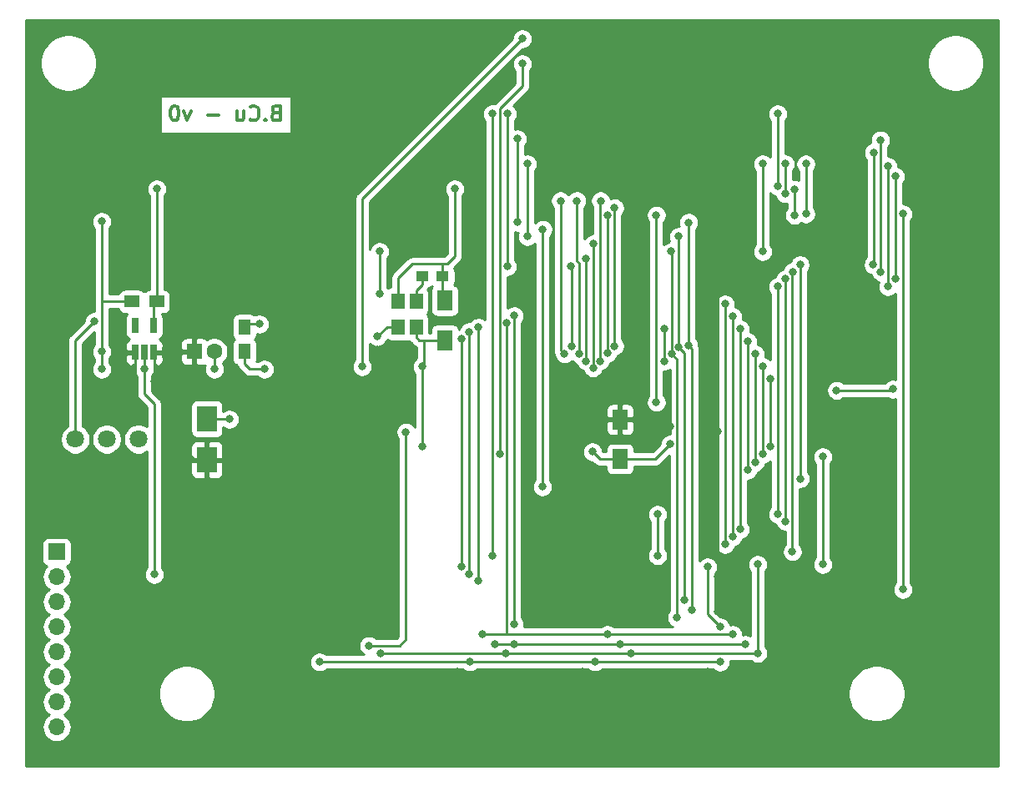
<source format=gbr>
G04 #@! TF.GenerationSoftware,KiCad,Pcbnew,(5.1.0)-1*
G04 #@! TF.CreationDate,2019-04-28T18:34:04+02:00*
G04 #@! TF.ProjectId,USB_Tool,5553425f-546f-46f6-9c2e-6b696361645f,0*
G04 #@! TF.SameCoordinates,Original*
G04 #@! TF.FileFunction,Copper,L2,Bot*
G04 #@! TF.FilePolarity,Positive*
%FSLAX46Y46*%
G04 Gerber Fmt 4.6, Leading zero omitted, Abs format (unit mm)*
G04 Created by KiCad (PCBNEW (5.1.0)-1) date 2019-04-28 18:34:04*
%MOMM*%
%LPD*%
G04 APERTURE LIST*
%ADD10C,0.300000*%
%ADD11R,1.600000X1.600000*%
%ADD12C,1.600000*%
%ADD13R,1.600000X2.000000*%
%ADD14R,1.250000X1.500000*%
%ADD15R,1.500000X1.250000*%
%ADD16R,2.030000X2.650000*%
%ADD17R,1.300000X1.000000*%
%ADD18C,1.800000*%
%ADD19R,0.650000X1.560000*%
%ADD20R,1.350000X1.650000*%
%ADD21O,1.700000X1.700000*%
%ADD22R,1.700000X1.700000*%
%ADD23C,0.800000*%
%ADD24C,0.250000*%
%ADD25C,0.254000*%
G04 APERTURE END LIST*
D10*
X82120714Y-51652857D02*
X81906428Y-51724285D01*
X81835000Y-51795714D01*
X81763571Y-51938571D01*
X81763571Y-52152857D01*
X81835000Y-52295714D01*
X81906428Y-52367142D01*
X82049285Y-52438571D01*
X82620714Y-52438571D01*
X82620714Y-50938571D01*
X82120714Y-50938571D01*
X81977857Y-51010000D01*
X81906428Y-51081428D01*
X81835000Y-51224285D01*
X81835000Y-51367142D01*
X81906428Y-51510000D01*
X81977857Y-51581428D01*
X82120714Y-51652857D01*
X82620714Y-51652857D01*
X81120714Y-52295714D02*
X81049285Y-52367142D01*
X81120714Y-52438571D01*
X81192142Y-52367142D01*
X81120714Y-52295714D01*
X81120714Y-52438571D01*
X79549285Y-52295714D02*
X79620714Y-52367142D01*
X79835000Y-52438571D01*
X79977857Y-52438571D01*
X80192142Y-52367142D01*
X80335000Y-52224285D01*
X80406428Y-52081428D01*
X80477857Y-51795714D01*
X80477857Y-51581428D01*
X80406428Y-51295714D01*
X80335000Y-51152857D01*
X80192142Y-51010000D01*
X79977857Y-50938571D01*
X79835000Y-50938571D01*
X79620714Y-51010000D01*
X79549285Y-51081428D01*
X78263571Y-51438571D02*
X78263571Y-52438571D01*
X78906428Y-51438571D02*
X78906428Y-52224285D01*
X78835000Y-52367142D01*
X78692142Y-52438571D01*
X78477857Y-52438571D01*
X78335000Y-52367142D01*
X78263571Y-52295714D01*
X76406428Y-51867142D02*
X75263571Y-51867142D01*
X73549285Y-51438571D02*
X73192142Y-52438571D01*
X72835000Y-51438571D01*
X71977857Y-50938571D02*
X71835000Y-50938571D01*
X71692142Y-51010000D01*
X71620714Y-51081428D01*
X71549285Y-51224285D01*
X71477857Y-51510000D01*
X71477857Y-51867142D01*
X71549285Y-52152857D01*
X71620714Y-52295714D01*
X71692142Y-52367142D01*
X71835000Y-52438571D01*
X71977857Y-52438571D01*
X72120714Y-52367142D01*
X72192142Y-52295714D01*
X72263571Y-52152857D01*
X72335000Y-51867142D01*
X72335000Y-51510000D01*
X72263571Y-51224285D01*
X72192142Y-51081428D01*
X72120714Y-51010000D01*
X71977857Y-50938571D01*
D11*
X73910000Y-75890000D03*
D12*
X75910000Y-75890000D03*
D13*
X99310000Y-70715000D03*
X99310000Y-74715000D03*
D14*
X78990000Y-73390000D03*
X78990000Y-75890000D03*
D15*
X67580000Y-70810000D03*
X70080000Y-70810000D03*
D13*
X117090000Y-86780000D03*
X117090000Y-82780000D03*
D16*
X75180000Y-82690000D03*
X75180000Y-86870000D03*
D17*
X99090000Y-68270000D03*
X96990000Y-68270000D03*
D18*
X68220000Y-84780000D03*
X65020000Y-84780000D03*
X61820000Y-84780000D03*
D19*
X69780000Y-75970000D03*
X68830000Y-75970000D03*
X67880000Y-75970000D03*
X67880000Y-73270000D03*
X69780000Y-73270000D03*
D20*
X96400000Y-70780000D03*
X96400000Y-73380000D03*
X94600000Y-73380000D03*
X94600000Y-70780000D03*
D21*
X59940000Y-113990000D03*
X59940000Y-111450000D03*
X59940000Y-108910000D03*
X59940000Y-106370000D03*
X59940000Y-103830000D03*
X59940000Y-101290000D03*
X59940000Y-98750000D03*
D22*
X59940000Y-96210000D03*
D23*
X64512000Y-62682000D03*
X68830000Y-77668000D03*
X64512000Y-75890000D03*
X64512000Y-77668000D03*
X75942000Y-77668000D03*
X81022000Y-77668000D03*
X92833000Y-106497000D03*
X131060000Y-106497000D03*
X118233000Y-106497000D03*
X105533000Y-106497000D03*
X97024000Y-77414000D03*
X122170000Y-85288000D03*
X114296000Y-86050000D03*
X137664000Y-97480000D03*
X137664000Y-86558000D03*
X144776000Y-79700000D03*
X97024000Y-85542000D03*
X139061000Y-79827000D03*
X131060000Y-97480000D03*
X90928000Y-77414000D03*
X107184000Y-44140000D03*
X69846000Y-98496000D03*
X80514000Y-73096000D03*
X77466000Y-82748000D03*
X63750000Y-72842000D03*
X101024500Y-74620000D03*
X101024500Y-97734000D03*
X102710277Y-73424899D03*
X102710277Y-99159723D03*
X101783758Y-73874909D03*
X101783758Y-98429758D03*
X128520000Y-104592000D03*
X103120000Y-104592000D03*
X115820000Y-104592000D03*
X105623000Y-72974889D03*
X104390000Y-105608000D03*
X129790000Y-105608000D03*
X117090000Y-105608000D03*
X106361782Y-72249889D03*
X106358500Y-103576000D03*
X106358500Y-105608000D03*
X92706000Y-70048000D03*
X92706000Y-65730000D03*
X121598500Y-76842500D03*
X121569000Y-73570000D03*
X107184000Y-46680000D03*
X104898000Y-86304000D03*
X133854000Y-56840000D03*
X112909500Y-76100555D03*
X112708500Y-60581000D03*
X133854000Y-59856000D03*
X104136000Y-51760000D03*
X120900000Y-92400000D03*
X120900000Y-96591000D03*
X104136000Y-96591000D03*
X111459500Y-76109888D03*
X133116603Y-59099500D03*
X133092000Y-51760000D03*
X111057500Y-60581000D03*
X105660000Y-51760000D03*
X105660000Y-67254000D03*
X112184500Y-75387020D03*
X112137000Y-67254000D03*
X106676000Y-62756000D03*
X106676000Y-54300000D03*
X124049600Y-75280400D03*
X124049600Y-62783600D03*
X124392500Y-102115500D03*
X131568000Y-56840000D03*
X131568000Y-65730000D03*
X122305608Y-76117500D03*
X122297000Y-65730000D03*
X122868500Y-102877500D03*
X107692000Y-56840000D03*
X107692000Y-64206000D03*
X123030608Y-75392500D03*
X123033600Y-64206000D03*
X123620001Y-101078319D03*
X116534500Y-75324910D03*
X116539500Y-61306000D03*
X115809500Y-76058071D03*
X115809500Y-62031000D03*
X109216000Y-89606000D03*
X109253000Y-63481000D03*
X114359500Y-77541000D03*
X114359500Y-64968000D03*
X113634500Y-76833892D03*
X113597500Y-66492000D03*
X92452000Y-74366000D03*
X133092000Y-92400000D03*
X133092000Y-69286000D03*
X144268000Y-69286000D03*
X144268000Y-57094000D03*
X133854000Y-68524000D03*
X145030000Y-68524000D03*
X145030000Y-58110000D03*
X133854000Y-93098500D03*
X129282000Y-93924000D03*
X129282000Y-73604000D03*
X128520000Y-94686000D03*
X128520000Y-72334000D03*
X127758000Y-95448000D03*
X127758000Y-71064000D03*
X134579000Y-96183500D03*
X134597295Y-67799000D03*
X143543000Y-67799000D03*
X143506000Y-54427000D03*
X120773000Y-81033500D03*
X120773000Y-62031000D03*
X134806500Y-62047000D03*
X134806500Y-59443500D03*
X95373000Y-84055000D03*
X91626500Y-105735000D03*
X115084500Y-76833892D03*
X115121500Y-60581000D03*
X132330000Y-85542000D03*
X132330000Y-78684000D03*
X131568000Y-86305000D03*
X131568000Y-77414000D03*
X130806000Y-87105000D03*
X130806000Y-76144000D03*
X130044000Y-87905000D03*
X130044000Y-74874000D03*
X142818000Y-55697000D03*
X142772506Y-67074000D03*
X135359825Y-67074000D03*
X135378000Y-88780500D03*
X67814000Y-78938000D03*
X69846000Y-78938000D03*
X75180000Y-96210000D03*
X72894000Y-78938000D03*
X113280000Y-108402000D03*
X125980000Y-108402000D03*
X100580000Y-108402000D03*
X85340000Y-108402000D03*
X92418000Y-75670000D03*
X92452000Y-78430000D03*
X81530000Y-65730000D03*
X122170000Y-83510000D03*
X114296000Y-84272000D03*
X94230000Y-84780000D03*
X127033000Y-83954500D03*
X126996000Y-63190000D03*
X126996000Y-102306000D03*
X127033000Y-98713000D03*
X86610000Y-107386000D03*
X127250000Y-107386000D03*
X114550000Y-107386000D03*
X101850000Y-107386000D03*
X145792000Y-61920000D03*
X145792000Y-100020000D03*
X135949500Y-61920000D03*
X135949500Y-56840000D03*
X127250000Y-103830000D03*
X70100000Y-59380000D03*
X100326000Y-59380000D03*
X125980000Y-97734000D03*
D24*
X64512000Y-62682000D02*
X64512000Y-70810000D01*
X68830000Y-75970000D02*
X68830000Y-77668000D01*
X64512000Y-75890000D02*
X64512000Y-77668000D01*
X64512000Y-75324315D02*
X64512000Y-70810000D01*
X64512000Y-75890000D02*
X64512000Y-75324315D01*
X66580000Y-70810000D02*
X64512000Y-70810000D01*
X67580000Y-70810000D02*
X66580000Y-70810000D01*
X75910000Y-75890000D02*
X75910000Y-77636000D01*
X75910000Y-77636000D02*
X75942000Y-77668000D01*
X81022000Y-77668000D02*
X79498000Y-77668000D01*
X78990000Y-77160000D02*
X78990000Y-75890000D01*
X79498000Y-77668000D02*
X78990000Y-77160000D01*
X118233000Y-106497000D02*
X131060000Y-106497000D01*
X92833000Y-106497000D02*
X105533000Y-106497000D01*
X105533000Y-106497000D02*
X118233000Y-106497000D01*
X96400000Y-74455000D02*
X96400000Y-73380000D01*
X96660000Y-74715000D02*
X96400000Y-74455000D01*
X97183000Y-77255000D02*
X97024000Y-77414000D01*
X97183000Y-74715000D02*
X97183000Y-77255000D01*
X97183000Y-74715000D02*
X96660000Y-74715000D01*
X99310000Y-74715000D02*
X97183000Y-74715000D01*
X120678000Y-86780000D02*
X117090000Y-86780000D01*
X122170000Y-85288000D02*
X120678000Y-86780000D01*
X115026000Y-86780000D02*
X117090000Y-86780000D01*
X114296000Y-86050000D02*
X115026000Y-86780000D01*
X137664000Y-97480000D02*
X137664000Y-86558000D01*
X97024000Y-85542000D02*
X97024000Y-77414000D01*
X144649000Y-79827000D02*
X144776000Y-79700000D01*
X139061000Y-79827000D02*
X144649000Y-79827000D01*
X90928000Y-60396000D02*
X107184000Y-44140000D01*
X90928000Y-77414000D02*
X90928000Y-60396000D01*
X69846000Y-81224000D02*
X68830000Y-80208000D01*
X68830000Y-80208000D02*
X68830000Y-77668000D01*
X69846000Y-98496000D02*
X69846000Y-81224000D01*
X131060000Y-97480000D02*
X131060000Y-106497000D01*
X79284000Y-73096000D02*
X78990000Y-73390000D01*
X80514000Y-73096000D02*
X79284000Y-73096000D01*
X75180000Y-82690000D02*
X77408000Y-82690000D01*
X77408000Y-82690000D02*
X77466000Y-82748000D01*
X61820000Y-74772000D02*
X61820000Y-84780000D01*
X63750000Y-72842000D02*
X61820000Y-74772000D01*
X101024500Y-74620000D02*
X101024500Y-97734000D01*
X102710277Y-73424899D02*
X102710277Y-99159723D01*
X101783758Y-73874909D02*
X101783758Y-98429758D01*
X128520000Y-104592000D02*
X115820000Y-104592000D01*
X115820000Y-104592000D02*
X111756000Y-104592000D01*
X111756000Y-104592000D02*
X111502000Y-104592000D01*
X111502000Y-104592000D02*
X105596500Y-104592000D01*
X105596500Y-104592000D02*
X103120000Y-104592000D01*
X105623000Y-104565500D02*
X105596500Y-104592000D01*
X105623000Y-72974889D02*
X105623000Y-104565500D01*
X117090000Y-105608000D02*
X129790000Y-105608000D01*
X110740000Y-105608000D02*
X117090000Y-105608000D01*
X110232000Y-105608000D02*
X110740000Y-105608000D01*
X106361782Y-103572718D02*
X106358500Y-103576000D01*
X104390000Y-105608000D02*
X106358500Y-105608000D01*
X106358500Y-105608000D02*
X110232000Y-105608000D01*
X106358500Y-72253171D02*
X106361782Y-72249889D01*
X106358500Y-103576000D02*
X106358500Y-72253171D01*
X92706000Y-70048000D02*
X92706000Y-65730000D01*
X96400000Y-70780000D02*
X96400000Y-69656000D01*
X96990000Y-69066000D02*
X96990000Y-68270000D01*
X96400000Y-69656000D02*
X96990000Y-69066000D01*
X121569000Y-76813000D02*
X121598500Y-76842500D01*
X121569000Y-73570000D02*
X121569000Y-76813000D01*
X107184000Y-46680000D02*
X107184000Y-48966000D01*
X107184000Y-48966000D02*
X104898000Y-51252000D01*
X104898000Y-51252000D02*
X104898000Y-86304000D01*
X112708500Y-66676002D02*
X112708500Y-60581000D01*
X112909500Y-76100555D02*
X112909500Y-66877002D01*
X112909500Y-66877002D02*
X112708500Y-66676002D01*
X133854000Y-59856000D02*
X133854000Y-56840000D01*
X104136000Y-51760000D02*
X104136000Y-96210000D01*
X120900000Y-92400000D02*
X120900000Y-96591000D01*
X104136000Y-96591000D02*
X104136000Y-96210000D01*
X133116603Y-59099500D02*
X133116603Y-51784603D01*
X133116603Y-51784603D02*
X133092000Y-51760000D01*
X111059501Y-60583001D02*
X111057500Y-60581000D01*
X111459500Y-76109888D02*
X111059501Y-75709889D01*
X111059501Y-75709889D02*
X111059501Y-60583001D01*
X105660000Y-51760000D02*
X105660000Y-67254000D01*
X112184500Y-67301500D02*
X112137000Y-67254000D01*
X112184500Y-75387020D02*
X112184500Y-67301500D01*
X106676000Y-62756000D02*
X106676000Y-54300000D01*
X124049600Y-75280400D02*
X124049600Y-62783600D01*
X124392500Y-75623300D02*
X124049600Y-75280400D01*
X124392500Y-97145502D02*
X124392500Y-102115500D01*
X124392500Y-75623300D02*
X124392500Y-97145502D01*
X131568000Y-56840000D02*
X131568000Y-65730000D01*
X122305608Y-65738608D02*
X122297000Y-65730000D01*
X122305608Y-76117500D02*
X122305608Y-65738608D01*
X122895001Y-102850999D02*
X122868500Y-102877500D01*
X122895001Y-76706893D02*
X122305608Y-76117500D01*
X122895001Y-85636001D02*
X122895001Y-76706893D01*
X122868500Y-85662502D02*
X122895001Y-85636001D01*
X122868500Y-102877500D02*
X122868500Y-85662502D01*
X107692000Y-56840000D02*
X107692000Y-64206000D01*
X123033600Y-75389508D02*
X123030608Y-75392500D01*
X123033600Y-64206000D02*
X123033600Y-75389508D01*
X123030608Y-75392500D02*
X123620001Y-75981893D01*
X123620001Y-101078319D02*
X123620001Y-75981893D01*
X116534500Y-61311000D02*
X116539500Y-61306000D01*
X116534500Y-75324910D02*
X116534500Y-61311000D01*
X115809500Y-76058071D02*
X115809500Y-62031000D01*
X109216000Y-63518000D02*
X109253000Y-63481000D01*
X109216000Y-89606000D02*
X109216000Y-63518000D01*
X114359500Y-77541000D02*
X114359500Y-64968000D01*
X113634500Y-66529000D02*
X113597500Y-66492000D01*
X113634500Y-76833892D02*
X113634500Y-66529000D01*
X93438000Y-73380000D02*
X94600000Y-73380000D01*
X92452000Y-74366000D02*
X93438000Y-73380000D01*
X133092000Y-92400000D02*
X133092000Y-69286000D01*
X144268000Y-69286000D02*
X144268000Y-57094000D01*
X133924051Y-68594051D02*
X133854000Y-68524000D01*
X145030000Y-68524000D02*
X145030000Y-58110000D01*
X133854000Y-69089685D02*
X133854000Y-68524000D01*
X133854000Y-92711002D02*
X133854000Y-69089685D01*
X133854000Y-92711002D02*
X133854000Y-93098500D01*
X129282000Y-93924000D02*
X129282000Y-73604000D01*
X128520000Y-94686000D02*
X128520000Y-72334000D01*
X127758000Y-95448000D02*
X127758000Y-71064000D01*
X134579000Y-96183500D02*
X134579000Y-67817295D01*
X134579000Y-67817295D02*
X134597295Y-67799000D01*
X143543000Y-67799000D02*
X143543000Y-54464000D01*
X143543000Y-54464000D02*
X143506000Y-54427000D01*
X120773000Y-81033500D02*
X120773000Y-62031000D01*
X134806500Y-62047000D02*
X134806500Y-59443500D01*
X95373000Y-105100000D02*
X94738000Y-105735000D01*
X94738000Y-105735000D02*
X91626500Y-105735000D01*
X95373000Y-105100000D02*
X95373000Y-84055000D01*
X115084500Y-76833892D02*
X115084500Y-60618000D01*
X115084500Y-60618000D02*
X115121500Y-60581000D01*
X132330000Y-85542000D02*
X132330000Y-78684000D01*
X131568000Y-86305000D02*
X131568000Y-77414000D01*
X130806000Y-87105000D02*
X130806000Y-76144000D01*
X130044000Y-87905000D02*
X130044000Y-74874000D01*
X142818000Y-55697000D02*
X142818000Y-67028506D01*
X142818000Y-67028506D02*
X142772506Y-67074000D01*
X135359825Y-67074000D02*
X135359825Y-88762325D01*
X135359825Y-88762325D02*
X135378000Y-88780500D01*
X67880000Y-75970000D02*
X67880000Y-78872000D01*
X67880000Y-78872000D02*
X67814000Y-78938000D01*
X69846000Y-76036000D02*
X69780000Y-75970000D01*
X69846000Y-78938000D02*
X69846000Y-76036000D01*
X75180000Y-87180000D02*
X75180000Y-96210000D01*
X75180000Y-86870000D02*
X75180000Y-87180000D01*
X73910000Y-77922000D02*
X73910000Y-75890000D01*
X72894000Y-78938000D02*
X73910000Y-77922000D01*
X72894000Y-85849000D02*
X72894000Y-78938000D01*
X73915000Y-86870000D02*
X72894000Y-85849000D01*
X75180000Y-86870000D02*
X73915000Y-86870000D01*
X113280000Y-108402000D02*
X125980000Y-108402000D01*
X113280000Y-108402000D02*
X100580000Y-108402000D01*
X85340000Y-108402000D02*
X100580000Y-108402000D01*
X92418000Y-75670000D02*
X92418000Y-78396000D01*
X92418000Y-78396000D02*
X92452000Y-78430000D01*
X75434000Y-65730000D02*
X73910000Y-67254000D01*
X81530000Y-65730000D02*
X75434000Y-65730000D01*
X73910000Y-67254000D02*
X73910000Y-75890000D01*
X121440000Y-82780000D02*
X117090000Y-82780000D01*
X122170000Y-83510000D02*
X121440000Y-82780000D01*
X115788000Y-82780000D02*
X117090000Y-82780000D01*
X114296000Y-84272000D02*
X115788000Y-82780000D01*
X94230000Y-84780000D02*
X94230000Y-79446000D01*
X93214000Y-78430000D02*
X92452000Y-78430000D01*
X94230000Y-79446000D02*
X93214000Y-78430000D01*
X127033000Y-83954500D02*
X127033000Y-63227000D01*
X127033000Y-63227000D02*
X126996000Y-63190000D01*
X127033000Y-83954500D02*
X127033000Y-98713000D01*
X126996000Y-98750000D02*
X127033000Y-98713000D01*
X126996000Y-102306000D02*
X126996000Y-98750000D01*
X69780000Y-71110000D02*
X70080000Y-70810000D01*
X69780000Y-72014000D02*
X69780000Y-71110000D01*
X69780000Y-73270000D02*
X69780000Y-72014000D01*
X114550000Y-107386000D02*
X127250000Y-107386000D01*
X86610000Y-107386000D02*
X101850000Y-107386000D01*
X101850000Y-107386000D02*
X114550000Y-107386000D01*
X99090000Y-70359990D02*
X99310000Y-70579990D01*
X99090000Y-68270000D02*
X99090000Y-70359990D01*
X94600000Y-70780000D02*
X94600000Y-68408000D01*
X94600000Y-68408000D02*
X96008000Y-67000000D01*
X96008000Y-67000000D02*
X98802000Y-67000000D01*
X145792000Y-68835002D02*
X145792000Y-61920000D01*
X145792000Y-82240000D02*
X145792000Y-68835002D01*
X145792000Y-82240000D02*
X145792000Y-100020000D01*
X135949500Y-61920000D02*
X135949500Y-56840000D01*
X127250000Y-103830000D02*
X125980000Y-102560000D01*
X100326000Y-60396000D02*
X100326000Y-66238000D01*
X100326000Y-66238000D02*
X99564000Y-67000000D01*
X99090000Y-67034000D02*
X99056000Y-67000000D01*
X99090000Y-68270000D02*
X99090000Y-67034000D01*
X99564000Y-67000000D02*
X99056000Y-67000000D01*
X99056000Y-67000000D02*
X98802000Y-67000000D01*
X70080000Y-70810000D02*
X70080000Y-59400000D01*
X70080000Y-59400000D02*
X70100000Y-59380000D01*
X100326000Y-59380000D02*
X100326000Y-60396000D01*
X125980000Y-102560000D02*
X125980000Y-97734000D01*
D25*
G36*
X155470001Y-117940000D02*
G01*
X56790000Y-117940000D01*
X56790000Y-98750000D01*
X58447815Y-98750000D01*
X58476487Y-99041111D01*
X58561401Y-99321034D01*
X58699294Y-99579014D01*
X58884866Y-99805134D01*
X59110986Y-99990706D01*
X59165791Y-100020000D01*
X59110986Y-100049294D01*
X58884866Y-100234866D01*
X58699294Y-100460986D01*
X58561401Y-100718966D01*
X58476487Y-100998889D01*
X58447815Y-101290000D01*
X58476487Y-101581111D01*
X58561401Y-101861034D01*
X58699294Y-102119014D01*
X58884866Y-102345134D01*
X59110986Y-102530706D01*
X59165791Y-102560000D01*
X59110986Y-102589294D01*
X58884866Y-102774866D01*
X58699294Y-103000986D01*
X58561401Y-103258966D01*
X58476487Y-103538889D01*
X58447815Y-103830000D01*
X58476487Y-104121111D01*
X58561401Y-104401034D01*
X58699294Y-104659014D01*
X58884866Y-104885134D01*
X59110986Y-105070706D01*
X59165791Y-105100000D01*
X59110986Y-105129294D01*
X58884866Y-105314866D01*
X58699294Y-105540986D01*
X58561401Y-105798966D01*
X58476487Y-106078889D01*
X58447815Y-106370000D01*
X58476487Y-106661111D01*
X58561401Y-106941034D01*
X58699294Y-107199014D01*
X58884866Y-107425134D01*
X59110986Y-107610706D01*
X59165791Y-107640000D01*
X59110986Y-107669294D01*
X58884866Y-107854866D01*
X58699294Y-108080986D01*
X58561401Y-108338966D01*
X58476487Y-108618889D01*
X58447815Y-108910000D01*
X58476487Y-109201111D01*
X58561401Y-109481034D01*
X58699294Y-109739014D01*
X58884866Y-109965134D01*
X59110986Y-110150706D01*
X59165791Y-110180000D01*
X59110986Y-110209294D01*
X58884866Y-110394866D01*
X58699294Y-110620986D01*
X58561401Y-110878966D01*
X58476487Y-111158889D01*
X58447815Y-111450000D01*
X58476487Y-111741111D01*
X58561401Y-112021034D01*
X58699294Y-112279014D01*
X58884866Y-112505134D01*
X59110986Y-112690706D01*
X59165791Y-112720000D01*
X59110986Y-112749294D01*
X58884866Y-112934866D01*
X58699294Y-113160986D01*
X58561401Y-113418966D01*
X58476487Y-113698889D01*
X58447815Y-113990000D01*
X58476487Y-114281111D01*
X58561401Y-114561034D01*
X58699294Y-114819014D01*
X58884866Y-115045134D01*
X59110986Y-115230706D01*
X59368966Y-115368599D01*
X59648889Y-115453513D01*
X59867050Y-115475000D01*
X60012950Y-115475000D01*
X60231111Y-115453513D01*
X60511034Y-115368599D01*
X60769014Y-115230706D01*
X60995134Y-115045134D01*
X61180706Y-114819014D01*
X61318599Y-114561034D01*
X61403513Y-114281111D01*
X61432185Y-113990000D01*
X61403513Y-113698889D01*
X61318599Y-113418966D01*
X61180706Y-113160986D01*
X60995134Y-112934866D01*
X60769014Y-112749294D01*
X60714209Y-112720000D01*
X60769014Y-112690706D01*
X60995134Y-112505134D01*
X61180706Y-112279014D01*
X61318599Y-112021034D01*
X61403513Y-111741111D01*
X61432185Y-111450000D01*
X61403513Y-111158889D01*
X61318599Y-110878966D01*
X61180706Y-110620986D01*
X60995134Y-110394866D01*
X60898856Y-110315852D01*
X70245000Y-110315852D01*
X70245000Y-110884148D01*
X70355869Y-111441523D01*
X70573346Y-111966560D01*
X70889074Y-112439080D01*
X71290920Y-112840926D01*
X71763440Y-113156654D01*
X72288477Y-113374131D01*
X72845852Y-113485000D01*
X73414148Y-113485000D01*
X73971523Y-113374131D01*
X74496560Y-113156654D01*
X74969080Y-112840926D01*
X75370926Y-112439080D01*
X75686654Y-111966560D01*
X75904131Y-111441523D01*
X76015000Y-110884148D01*
X76015000Y-110315852D01*
X140245000Y-110315852D01*
X140245000Y-110884148D01*
X140355869Y-111441523D01*
X140573346Y-111966560D01*
X140889074Y-112439080D01*
X141290920Y-112840926D01*
X141763440Y-113156654D01*
X142288477Y-113374131D01*
X142845852Y-113485000D01*
X143414148Y-113485000D01*
X143971523Y-113374131D01*
X144496560Y-113156654D01*
X144969080Y-112840926D01*
X145370926Y-112439080D01*
X145686654Y-111966560D01*
X145904131Y-111441523D01*
X146015000Y-110884148D01*
X146015000Y-110315852D01*
X145904131Y-109758477D01*
X145686654Y-109233440D01*
X145370926Y-108760920D01*
X144969080Y-108359074D01*
X144496560Y-108043346D01*
X143971523Y-107825869D01*
X143414148Y-107715000D01*
X142845852Y-107715000D01*
X142288477Y-107825869D01*
X141763440Y-108043346D01*
X141290920Y-108359074D01*
X140889074Y-108760920D01*
X140573346Y-109233440D01*
X140355869Y-109758477D01*
X140245000Y-110315852D01*
X76015000Y-110315852D01*
X75904131Y-109758477D01*
X75686654Y-109233440D01*
X75370926Y-108760920D01*
X74969080Y-108359074D01*
X74496560Y-108043346D01*
X73971523Y-107825869D01*
X73414148Y-107715000D01*
X72845852Y-107715000D01*
X72288477Y-107825869D01*
X71763440Y-108043346D01*
X71290920Y-108359074D01*
X70889074Y-108760920D01*
X70573346Y-109233440D01*
X70355869Y-109758477D01*
X70245000Y-110315852D01*
X60898856Y-110315852D01*
X60769014Y-110209294D01*
X60714209Y-110180000D01*
X60769014Y-110150706D01*
X60995134Y-109965134D01*
X61180706Y-109739014D01*
X61318599Y-109481034D01*
X61403513Y-109201111D01*
X61432185Y-108910000D01*
X61403513Y-108618889D01*
X61318599Y-108338966D01*
X61180706Y-108080986D01*
X60995134Y-107854866D01*
X60769014Y-107669294D01*
X60714209Y-107640000D01*
X60769014Y-107610706D01*
X60995134Y-107425134D01*
X61110909Y-107284061D01*
X85575000Y-107284061D01*
X85575000Y-107487939D01*
X85614774Y-107687898D01*
X85692795Y-107876256D01*
X85806063Y-108045774D01*
X85950226Y-108189937D01*
X86119744Y-108303205D01*
X86308102Y-108381226D01*
X86508061Y-108421000D01*
X86711939Y-108421000D01*
X86911898Y-108381226D01*
X87100256Y-108303205D01*
X87269774Y-108189937D01*
X87313711Y-108146000D01*
X101146289Y-108146000D01*
X101190226Y-108189937D01*
X101359744Y-108303205D01*
X101548102Y-108381226D01*
X101748061Y-108421000D01*
X101951939Y-108421000D01*
X102151898Y-108381226D01*
X102340256Y-108303205D01*
X102509774Y-108189937D01*
X102553711Y-108146000D01*
X113846289Y-108146000D01*
X113890226Y-108189937D01*
X114059744Y-108303205D01*
X114248102Y-108381226D01*
X114448061Y-108421000D01*
X114651939Y-108421000D01*
X114851898Y-108381226D01*
X115040256Y-108303205D01*
X115209774Y-108189937D01*
X115253711Y-108146000D01*
X126546289Y-108146000D01*
X126590226Y-108189937D01*
X126759744Y-108303205D01*
X126948102Y-108381226D01*
X127148061Y-108421000D01*
X127351939Y-108421000D01*
X127551898Y-108381226D01*
X127740256Y-108303205D01*
X127909774Y-108189937D01*
X128053937Y-108045774D01*
X128167205Y-107876256D01*
X128245226Y-107687898D01*
X128285000Y-107487939D01*
X128285000Y-107284061D01*
X128279617Y-107257000D01*
X130356289Y-107257000D01*
X130400226Y-107300937D01*
X130569744Y-107414205D01*
X130758102Y-107492226D01*
X130958061Y-107532000D01*
X131161939Y-107532000D01*
X131361898Y-107492226D01*
X131550256Y-107414205D01*
X131719774Y-107300937D01*
X131863937Y-107156774D01*
X131977205Y-106987256D01*
X132055226Y-106798898D01*
X132095000Y-106598939D01*
X132095000Y-106395061D01*
X132055226Y-106195102D01*
X131977205Y-106006744D01*
X131863937Y-105837226D01*
X131820000Y-105793289D01*
X131820000Y-98183711D01*
X131863937Y-98139774D01*
X131977205Y-97970256D01*
X132055226Y-97781898D01*
X132095000Y-97581939D01*
X132095000Y-97378061D01*
X132055226Y-97178102D01*
X131977205Y-96989744D01*
X131863937Y-96820226D01*
X131719774Y-96676063D01*
X131550256Y-96562795D01*
X131361898Y-96484774D01*
X131161939Y-96445000D01*
X130958061Y-96445000D01*
X130758102Y-96484774D01*
X130569744Y-96562795D01*
X130400226Y-96676063D01*
X130256063Y-96820226D01*
X130142795Y-96989744D01*
X130064774Y-97178102D01*
X130025000Y-97378061D01*
X130025000Y-97581939D01*
X130064774Y-97781898D01*
X130142795Y-97970256D01*
X130256063Y-98139774D01*
X130300000Y-98183711D01*
X130300001Y-104703988D01*
X130280256Y-104690795D01*
X130091898Y-104612774D01*
X129891939Y-104573000D01*
X129688061Y-104573000D01*
X129555000Y-104599467D01*
X129555000Y-104490061D01*
X129515226Y-104290102D01*
X129437205Y-104101744D01*
X129323937Y-103932226D01*
X129179774Y-103788063D01*
X129010256Y-103674795D01*
X128821898Y-103596774D01*
X128621939Y-103557000D01*
X128418061Y-103557000D01*
X128257333Y-103588970D01*
X128245226Y-103528102D01*
X128167205Y-103339744D01*
X128053937Y-103170226D01*
X127909774Y-103026063D01*
X127740256Y-102912795D01*
X127551898Y-102834774D01*
X127351939Y-102795000D01*
X127289802Y-102795000D01*
X126740000Y-102245199D01*
X126740000Y-98437711D01*
X126783937Y-98393774D01*
X126897205Y-98224256D01*
X126975226Y-98035898D01*
X127015000Y-97835939D01*
X127015000Y-97632061D01*
X126975226Y-97432102D01*
X126897205Y-97243744D01*
X126783937Y-97074226D01*
X126639774Y-96930063D01*
X126470256Y-96816795D01*
X126281898Y-96738774D01*
X126081939Y-96699000D01*
X125878061Y-96699000D01*
X125678102Y-96738774D01*
X125489744Y-96816795D01*
X125320226Y-96930063D01*
X125176063Y-97074226D01*
X125152500Y-97109491D01*
X125152500Y-75660623D01*
X125156176Y-75623300D01*
X125152500Y-75585977D01*
X125152500Y-75585967D01*
X125141503Y-75474314D01*
X125098046Y-75331053D01*
X125084600Y-75305898D01*
X125084600Y-75178461D01*
X125044826Y-74978502D01*
X124966805Y-74790144D01*
X124853537Y-74620626D01*
X124809600Y-74576689D01*
X124809600Y-70962061D01*
X126723000Y-70962061D01*
X126723000Y-71165939D01*
X126762774Y-71365898D01*
X126840795Y-71554256D01*
X126954063Y-71723774D01*
X126998001Y-71767712D01*
X126998000Y-94744289D01*
X126954063Y-94788226D01*
X126840795Y-94957744D01*
X126762774Y-95146102D01*
X126723000Y-95346061D01*
X126723000Y-95549939D01*
X126762774Y-95749898D01*
X126840795Y-95938256D01*
X126954063Y-96107774D01*
X127098226Y-96251937D01*
X127267744Y-96365205D01*
X127456102Y-96443226D01*
X127656061Y-96483000D01*
X127859939Y-96483000D01*
X128059898Y-96443226D01*
X128248256Y-96365205D01*
X128417774Y-96251937D01*
X128561937Y-96107774D01*
X128675205Y-95938256D01*
X128753226Y-95749898D01*
X128764619Y-95692619D01*
X128821898Y-95681226D01*
X129010256Y-95603205D01*
X129179774Y-95489937D01*
X129323937Y-95345774D01*
X129437205Y-95176256D01*
X129515226Y-94987898D01*
X129526619Y-94930619D01*
X129583898Y-94919226D01*
X129772256Y-94841205D01*
X129941774Y-94727937D01*
X130085937Y-94583774D01*
X130199205Y-94414256D01*
X130277226Y-94225898D01*
X130317000Y-94025939D01*
X130317000Y-93822061D01*
X130277226Y-93622102D01*
X130199205Y-93433744D01*
X130085937Y-93264226D01*
X130042000Y-93220289D01*
X130042000Y-88940000D01*
X130145939Y-88940000D01*
X130345898Y-88900226D01*
X130534256Y-88822205D01*
X130703774Y-88708937D01*
X130847937Y-88564774D01*
X130961205Y-88395256D01*
X131039226Y-88206898D01*
X131058489Y-88110054D01*
X131107898Y-88100226D01*
X131296256Y-88022205D01*
X131465774Y-87908937D01*
X131609937Y-87764774D01*
X131723205Y-87595256D01*
X131801226Y-87406898D01*
X131820489Y-87310054D01*
X131869898Y-87300226D01*
X132058256Y-87222205D01*
X132227774Y-87108937D01*
X132332000Y-87004711D01*
X132332000Y-91696289D01*
X132288063Y-91740226D01*
X132174795Y-91909744D01*
X132096774Y-92098102D01*
X132057000Y-92298061D01*
X132057000Y-92501939D01*
X132096774Y-92701898D01*
X132174795Y-92890256D01*
X132288063Y-93059774D01*
X132432226Y-93203937D01*
X132601744Y-93317205D01*
X132790102Y-93395226D01*
X132862605Y-93409648D01*
X132936795Y-93588756D01*
X133050063Y-93758274D01*
X133194226Y-93902437D01*
X133363744Y-94015705D01*
X133552102Y-94093726D01*
X133752061Y-94133500D01*
X133819000Y-94133500D01*
X133819000Y-95479789D01*
X133775063Y-95523726D01*
X133661795Y-95693244D01*
X133583774Y-95881602D01*
X133544000Y-96081561D01*
X133544000Y-96285439D01*
X133583774Y-96485398D01*
X133661795Y-96673756D01*
X133775063Y-96843274D01*
X133919226Y-96987437D01*
X134088744Y-97100705D01*
X134277102Y-97178726D01*
X134477061Y-97218500D01*
X134680939Y-97218500D01*
X134880898Y-97178726D01*
X135069256Y-97100705D01*
X135238774Y-96987437D01*
X135382937Y-96843274D01*
X135496205Y-96673756D01*
X135574226Y-96485398D01*
X135614000Y-96285439D01*
X135614000Y-96081561D01*
X135574226Y-95881602D01*
X135496205Y-95693244D01*
X135382937Y-95523726D01*
X135339000Y-95479789D01*
X135339000Y-89815500D01*
X135479939Y-89815500D01*
X135679898Y-89775726D01*
X135868256Y-89697705D01*
X136037774Y-89584437D01*
X136181937Y-89440274D01*
X136295205Y-89270756D01*
X136373226Y-89082398D01*
X136413000Y-88882439D01*
X136413000Y-88678561D01*
X136373226Y-88478602D01*
X136295205Y-88290244D01*
X136181937Y-88120726D01*
X136119825Y-88058614D01*
X136119825Y-86456061D01*
X136629000Y-86456061D01*
X136629000Y-86659939D01*
X136668774Y-86859898D01*
X136746795Y-87048256D01*
X136860063Y-87217774D01*
X136904001Y-87261712D01*
X136904000Y-96776289D01*
X136860063Y-96820226D01*
X136746795Y-96989744D01*
X136668774Y-97178102D01*
X136629000Y-97378061D01*
X136629000Y-97581939D01*
X136668774Y-97781898D01*
X136746795Y-97970256D01*
X136860063Y-98139774D01*
X137004226Y-98283937D01*
X137173744Y-98397205D01*
X137362102Y-98475226D01*
X137562061Y-98515000D01*
X137765939Y-98515000D01*
X137965898Y-98475226D01*
X138154256Y-98397205D01*
X138323774Y-98283937D01*
X138467937Y-98139774D01*
X138581205Y-97970256D01*
X138659226Y-97781898D01*
X138699000Y-97581939D01*
X138699000Y-97378061D01*
X138659226Y-97178102D01*
X138581205Y-96989744D01*
X138467937Y-96820226D01*
X138424000Y-96776289D01*
X138424000Y-87261711D01*
X138467937Y-87217774D01*
X138581205Y-87048256D01*
X138659226Y-86859898D01*
X138699000Y-86659939D01*
X138699000Y-86456061D01*
X138659226Y-86256102D01*
X138581205Y-86067744D01*
X138467937Y-85898226D01*
X138323774Y-85754063D01*
X138154256Y-85640795D01*
X137965898Y-85562774D01*
X137765939Y-85523000D01*
X137562061Y-85523000D01*
X137362102Y-85562774D01*
X137173744Y-85640795D01*
X137004226Y-85754063D01*
X136860063Y-85898226D01*
X136746795Y-86067744D01*
X136668774Y-86256102D01*
X136629000Y-86456061D01*
X136119825Y-86456061D01*
X136119825Y-79725061D01*
X138026000Y-79725061D01*
X138026000Y-79928939D01*
X138065774Y-80128898D01*
X138143795Y-80317256D01*
X138257063Y-80486774D01*
X138401226Y-80630937D01*
X138570744Y-80744205D01*
X138759102Y-80822226D01*
X138959061Y-80862000D01*
X139162939Y-80862000D01*
X139362898Y-80822226D01*
X139551256Y-80744205D01*
X139720774Y-80630937D01*
X139764711Y-80587000D01*
X144240539Y-80587000D01*
X144285744Y-80617205D01*
X144474102Y-80695226D01*
X144674061Y-80735000D01*
X144877939Y-80735000D01*
X145032000Y-80704356D01*
X145032000Y-82202668D01*
X145032001Y-99316288D01*
X144988063Y-99360226D01*
X144874795Y-99529744D01*
X144796774Y-99718102D01*
X144757000Y-99918061D01*
X144757000Y-100121939D01*
X144796774Y-100321898D01*
X144874795Y-100510256D01*
X144988063Y-100679774D01*
X145132226Y-100823937D01*
X145301744Y-100937205D01*
X145490102Y-101015226D01*
X145690061Y-101055000D01*
X145893939Y-101055000D01*
X146093898Y-101015226D01*
X146282256Y-100937205D01*
X146451774Y-100823937D01*
X146595937Y-100679774D01*
X146709205Y-100510256D01*
X146787226Y-100321898D01*
X146827000Y-100121939D01*
X146827000Y-99918061D01*
X146787226Y-99718102D01*
X146709205Y-99529744D01*
X146595937Y-99360226D01*
X146552000Y-99316289D01*
X146552000Y-62623711D01*
X146595937Y-62579774D01*
X146709205Y-62410256D01*
X146787226Y-62221898D01*
X146827000Y-62021939D01*
X146827000Y-61818061D01*
X146787226Y-61618102D01*
X146709205Y-61429744D01*
X146595937Y-61260226D01*
X146451774Y-61116063D01*
X146282256Y-61002795D01*
X146093898Y-60924774D01*
X145893939Y-60885000D01*
X145790000Y-60885000D01*
X145790000Y-58813711D01*
X145833937Y-58769774D01*
X145947205Y-58600256D01*
X146025226Y-58411898D01*
X146065000Y-58211939D01*
X146065000Y-58008061D01*
X146025226Y-57808102D01*
X145947205Y-57619744D01*
X145833937Y-57450226D01*
X145689774Y-57306063D01*
X145520256Y-57192795D01*
X145331898Y-57114774D01*
X145303000Y-57109026D01*
X145303000Y-56992061D01*
X145263226Y-56792102D01*
X145185205Y-56603744D01*
X145071937Y-56434226D01*
X144927774Y-56290063D01*
X144758256Y-56176795D01*
X144569898Y-56098774D01*
X144369939Y-56059000D01*
X144303000Y-56059000D01*
X144303000Y-55093711D01*
X144309937Y-55086774D01*
X144423205Y-54917256D01*
X144501226Y-54728898D01*
X144541000Y-54528939D01*
X144541000Y-54325061D01*
X144501226Y-54125102D01*
X144423205Y-53936744D01*
X144309937Y-53767226D01*
X144165774Y-53623063D01*
X143996256Y-53509795D01*
X143807898Y-53431774D01*
X143607939Y-53392000D01*
X143404061Y-53392000D01*
X143204102Y-53431774D01*
X143015744Y-53509795D01*
X142846226Y-53623063D01*
X142702063Y-53767226D01*
X142588795Y-53936744D01*
X142510774Y-54125102D01*
X142471000Y-54325061D01*
X142471000Y-54528939D01*
X142506195Y-54705878D01*
X142327744Y-54779795D01*
X142158226Y-54893063D01*
X142014063Y-55037226D01*
X141900795Y-55206744D01*
X141822774Y-55395102D01*
X141783000Y-55595061D01*
X141783000Y-55798939D01*
X141822774Y-55998898D01*
X141900795Y-56187256D01*
X142014063Y-56356774D01*
X142058000Y-56400711D01*
X142058001Y-66324794D01*
X141968569Y-66414226D01*
X141855301Y-66583744D01*
X141777280Y-66772102D01*
X141737506Y-66972061D01*
X141737506Y-67175939D01*
X141777280Y-67375898D01*
X141855301Y-67564256D01*
X141968569Y-67733774D01*
X142112732Y-67877937D01*
X142282250Y-67991205D01*
X142470608Y-68069226D01*
X142544393Y-68083903D01*
X142547774Y-68100898D01*
X142625795Y-68289256D01*
X142739063Y-68458774D01*
X142883226Y-68602937D01*
X143052744Y-68716205D01*
X143241102Y-68794226D01*
X143343026Y-68814500D01*
X143272774Y-68984102D01*
X143233000Y-69184061D01*
X143233000Y-69387939D01*
X143272774Y-69587898D01*
X143350795Y-69776256D01*
X143464063Y-69945774D01*
X143608226Y-70089937D01*
X143777744Y-70203205D01*
X143966102Y-70281226D01*
X144166061Y-70321000D01*
X144369939Y-70321000D01*
X144569898Y-70281226D01*
X144758256Y-70203205D01*
X144927774Y-70089937D01*
X145032001Y-69985710D01*
X145032000Y-78695644D01*
X144877939Y-78665000D01*
X144674061Y-78665000D01*
X144474102Y-78704774D01*
X144285744Y-78782795D01*
X144116226Y-78896063D01*
X143972063Y-79040226D01*
X143954173Y-79067000D01*
X139764711Y-79067000D01*
X139720774Y-79023063D01*
X139551256Y-78909795D01*
X139362898Y-78831774D01*
X139162939Y-78792000D01*
X138959061Y-78792000D01*
X138759102Y-78831774D01*
X138570744Y-78909795D01*
X138401226Y-79023063D01*
X138257063Y-79167226D01*
X138143795Y-79336744D01*
X138065774Y-79525102D01*
X138026000Y-79725061D01*
X136119825Y-79725061D01*
X136119825Y-67777711D01*
X136163762Y-67733774D01*
X136277030Y-67564256D01*
X136355051Y-67375898D01*
X136394825Y-67175939D01*
X136394825Y-66972061D01*
X136355051Y-66772102D01*
X136277030Y-66583744D01*
X136163762Y-66414226D01*
X136019599Y-66270063D01*
X135850081Y-66156795D01*
X135661723Y-66078774D01*
X135461764Y-66039000D01*
X135257886Y-66039000D01*
X135057927Y-66078774D01*
X134869569Y-66156795D01*
X134700051Y-66270063D01*
X134555888Y-66414226D01*
X134442620Y-66583744D01*
X134364599Y-66772102D01*
X134360890Y-66790747D01*
X134295397Y-66803774D01*
X134107039Y-66881795D01*
X133937521Y-66995063D01*
X133793358Y-67139226D01*
X133680090Y-67308744D01*
X133602069Y-67497102D01*
X133597568Y-67519730D01*
X133552102Y-67528774D01*
X133363744Y-67606795D01*
X133194226Y-67720063D01*
X133050063Y-67864226D01*
X132936795Y-68033744D01*
X132858774Y-68222102D01*
X132847381Y-68279381D01*
X132790102Y-68290774D01*
X132601744Y-68368795D01*
X132432226Y-68482063D01*
X132288063Y-68626226D01*
X132174795Y-68795744D01*
X132096774Y-68984102D01*
X132057000Y-69184061D01*
X132057000Y-69387939D01*
X132096774Y-69587898D01*
X132174795Y-69776256D01*
X132288063Y-69945774D01*
X132332001Y-69989712D01*
X132332001Y-76714290D01*
X132227774Y-76610063D01*
X132058256Y-76496795D01*
X131869898Y-76418774D01*
X131809030Y-76406667D01*
X131841000Y-76245939D01*
X131841000Y-76042061D01*
X131801226Y-75842102D01*
X131723205Y-75653744D01*
X131609937Y-75484226D01*
X131465774Y-75340063D01*
X131296256Y-75226795D01*
X131107898Y-75148774D01*
X131047030Y-75136667D01*
X131079000Y-74975939D01*
X131079000Y-74772061D01*
X131039226Y-74572102D01*
X130961205Y-74383744D01*
X130847937Y-74214226D01*
X130703774Y-74070063D01*
X130534256Y-73956795D01*
X130345898Y-73878774D01*
X130285030Y-73866667D01*
X130317000Y-73705939D01*
X130317000Y-73502061D01*
X130277226Y-73302102D01*
X130199205Y-73113744D01*
X130085937Y-72944226D01*
X129941774Y-72800063D01*
X129772256Y-72686795D01*
X129583898Y-72608774D01*
X129523030Y-72596667D01*
X129555000Y-72435939D01*
X129555000Y-72232061D01*
X129515226Y-72032102D01*
X129437205Y-71843744D01*
X129323937Y-71674226D01*
X129179774Y-71530063D01*
X129010256Y-71416795D01*
X128821898Y-71338774D01*
X128761030Y-71326667D01*
X128793000Y-71165939D01*
X128793000Y-70962061D01*
X128753226Y-70762102D01*
X128675205Y-70573744D01*
X128561937Y-70404226D01*
X128417774Y-70260063D01*
X128248256Y-70146795D01*
X128059898Y-70068774D01*
X127859939Y-70029000D01*
X127656061Y-70029000D01*
X127456102Y-70068774D01*
X127267744Y-70146795D01*
X127098226Y-70260063D01*
X126954063Y-70404226D01*
X126840795Y-70573744D01*
X126762774Y-70762102D01*
X126723000Y-70962061D01*
X124809600Y-70962061D01*
X124809600Y-63487311D01*
X124853537Y-63443374D01*
X124966805Y-63273856D01*
X125044826Y-63085498D01*
X125084600Y-62885539D01*
X125084600Y-62681661D01*
X125044826Y-62481702D01*
X124966805Y-62293344D01*
X124853537Y-62123826D01*
X124709374Y-61979663D01*
X124539856Y-61866395D01*
X124351498Y-61788374D01*
X124151539Y-61748600D01*
X123947661Y-61748600D01*
X123747702Y-61788374D01*
X123559344Y-61866395D01*
X123389826Y-61979663D01*
X123245663Y-62123826D01*
X123132395Y-62293344D01*
X123054374Y-62481702D01*
X123014600Y-62681661D01*
X123014600Y-62885539D01*
X123054374Y-63085498D01*
X123089790Y-63171000D01*
X122931661Y-63171000D01*
X122731702Y-63210774D01*
X122543344Y-63288795D01*
X122373826Y-63402063D01*
X122229663Y-63546226D01*
X122116395Y-63715744D01*
X122038374Y-63904102D01*
X121998600Y-64104061D01*
X121998600Y-64307939D01*
X122038374Y-64507898D01*
X122116395Y-64696256D01*
X122124883Y-64708959D01*
X121995102Y-64734774D01*
X121806744Y-64812795D01*
X121637226Y-64926063D01*
X121533000Y-65030289D01*
X121533000Y-62734711D01*
X121576937Y-62690774D01*
X121690205Y-62521256D01*
X121768226Y-62332898D01*
X121808000Y-62132939D01*
X121808000Y-61929061D01*
X121768226Y-61729102D01*
X121690205Y-61540744D01*
X121576937Y-61371226D01*
X121432774Y-61227063D01*
X121263256Y-61113795D01*
X121074898Y-61035774D01*
X120874939Y-60996000D01*
X120671061Y-60996000D01*
X120471102Y-61035774D01*
X120282744Y-61113795D01*
X120113226Y-61227063D01*
X119969063Y-61371226D01*
X119855795Y-61540744D01*
X119777774Y-61729102D01*
X119738000Y-61929061D01*
X119738000Y-62132939D01*
X119777774Y-62332898D01*
X119855795Y-62521256D01*
X119969063Y-62690774D01*
X120013001Y-62734712D01*
X120013000Y-80329789D01*
X119969063Y-80373726D01*
X119855795Y-80543244D01*
X119777774Y-80731602D01*
X119738000Y-80931561D01*
X119738000Y-81135439D01*
X119777774Y-81335398D01*
X119855795Y-81523756D01*
X119969063Y-81693274D01*
X120113226Y-81837437D01*
X120282744Y-81950705D01*
X120471102Y-82028726D01*
X120671061Y-82068500D01*
X120874939Y-82068500D01*
X121074898Y-82028726D01*
X121263256Y-81950705D01*
X121432774Y-81837437D01*
X121576937Y-81693274D01*
X121690205Y-81523756D01*
X121768226Y-81335398D01*
X121808000Y-81135439D01*
X121808000Y-80931561D01*
X121768226Y-80731602D01*
X121690205Y-80543244D01*
X121576937Y-80373726D01*
X121533000Y-80329789D01*
X121533000Y-77877500D01*
X121700439Y-77877500D01*
X121900398Y-77837726D01*
X122088756Y-77759705D01*
X122135002Y-77728805D01*
X122135001Y-84253000D01*
X122068061Y-84253000D01*
X121868102Y-84292774D01*
X121679744Y-84370795D01*
X121510226Y-84484063D01*
X121366063Y-84628226D01*
X121252795Y-84797744D01*
X121174774Y-84986102D01*
X121135000Y-85186061D01*
X121135000Y-85248198D01*
X120363199Y-86020000D01*
X118528072Y-86020000D01*
X118528072Y-85780000D01*
X118515812Y-85655518D01*
X118479502Y-85535820D01*
X118420537Y-85425506D01*
X118341185Y-85328815D01*
X118244494Y-85249463D01*
X118134180Y-85190498D01*
X118014482Y-85154188D01*
X117890000Y-85141928D01*
X116290000Y-85141928D01*
X116165518Y-85154188D01*
X116045820Y-85190498D01*
X115935506Y-85249463D01*
X115838815Y-85328815D01*
X115759463Y-85425506D01*
X115700498Y-85535820D01*
X115664188Y-85655518D01*
X115651928Y-85780000D01*
X115651928Y-86020000D01*
X115340802Y-86020000D01*
X115331000Y-86010198D01*
X115331000Y-85948061D01*
X115291226Y-85748102D01*
X115213205Y-85559744D01*
X115099937Y-85390226D01*
X114955774Y-85246063D01*
X114786256Y-85132795D01*
X114597898Y-85054774D01*
X114397939Y-85015000D01*
X114194061Y-85015000D01*
X113994102Y-85054774D01*
X113805744Y-85132795D01*
X113636226Y-85246063D01*
X113492063Y-85390226D01*
X113378795Y-85559744D01*
X113300774Y-85748102D01*
X113261000Y-85948061D01*
X113261000Y-86151939D01*
X113300774Y-86351898D01*
X113378795Y-86540256D01*
X113492063Y-86709774D01*
X113636226Y-86853937D01*
X113805744Y-86967205D01*
X113994102Y-87045226D01*
X114194061Y-87085000D01*
X114256198Y-87085000D01*
X114462201Y-87291002D01*
X114485999Y-87320001D01*
X114514997Y-87343799D01*
X114601723Y-87414974D01*
X114733753Y-87485546D01*
X114877014Y-87529003D01*
X114988667Y-87540000D01*
X114988677Y-87540000D01*
X115026000Y-87543676D01*
X115063323Y-87540000D01*
X115651928Y-87540000D01*
X115651928Y-87780000D01*
X115664188Y-87904482D01*
X115700498Y-88024180D01*
X115759463Y-88134494D01*
X115838815Y-88231185D01*
X115935506Y-88310537D01*
X116045820Y-88369502D01*
X116165518Y-88405812D01*
X116290000Y-88418072D01*
X117890000Y-88418072D01*
X118014482Y-88405812D01*
X118134180Y-88369502D01*
X118244494Y-88310537D01*
X118341185Y-88231185D01*
X118420537Y-88134494D01*
X118479502Y-88024180D01*
X118515812Y-87904482D01*
X118528072Y-87780000D01*
X118528072Y-87540000D01*
X120640678Y-87540000D01*
X120678000Y-87543676D01*
X120715322Y-87540000D01*
X120715333Y-87540000D01*
X120826986Y-87529003D01*
X120970247Y-87485546D01*
X121102276Y-87414974D01*
X121218001Y-87320001D01*
X121241804Y-87290997D01*
X122108501Y-86424301D01*
X122108500Y-102173789D01*
X122064563Y-102217726D01*
X121951295Y-102387244D01*
X121873274Y-102575602D01*
X121833500Y-102775561D01*
X121833500Y-102979439D01*
X121873274Y-103179398D01*
X121951295Y-103367756D01*
X122064563Y-103537274D01*
X122208726Y-103681437D01*
X122378244Y-103794705D01*
X122468281Y-103832000D01*
X116523711Y-103832000D01*
X116479774Y-103788063D01*
X116310256Y-103674795D01*
X116121898Y-103596774D01*
X115921939Y-103557000D01*
X115718061Y-103557000D01*
X115518102Y-103596774D01*
X115329744Y-103674795D01*
X115160226Y-103788063D01*
X115116289Y-103832000D01*
X107362856Y-103832000D01*
X107393500Y-103677939D01*
X107393500Y-103474061D01*
X107353726Y-103274102D01*
X107275705Y-103085744D01*
X107162437Y-102916226D01*
X107118500Y-102872289D01*
X107118500Y-92298061D01*
X119865000Y-92298061D01*
X119865000Y-92501939D01*
X119904774Y-92701898D01*
X119982795Y-92890256D01*
X120096063Y-93059774D01*
X120140000Y-93103711D01*
X120140001Y-95887288D01*
X120096063Y-95931226D01*
X119982795Y-96100744D01*
X119904774Y-96289102D01*
X119865000Y-96489061D01*
X119865000Y-96692939D01*
X119904774Y-96892898D01*
X119982795Y-97081256D01*
X120096063Y-97250774D01*
X120240226Y-97394937D01*
X120409744Y-97508205D01*
X120598102Y-97586226D01*
X120798061Y-97626000D01*
X121001939Y-97626000D01*
X121201898Y-97586226D01*
X121390256Y-97508205D01*
X121559774Y-97394937D01*
X121703937Y-97250774D01*
X121817205Y-97081256D01*
X121895226Y-96892898D01*
X121935000Y-96692939D01*
X121935000Y-96489061D01*
X121895226Y-96289102D01*
X121817205Y-96100744D01*
X121703937Y-95931226D01*
X121660000Y-95887289D01*
X121660000Y-93103711D01*
X121703937Y-93059774D01*
X121817205Y-92890256D01*
X121895226Y-92701898D01*
X121935000Y-92501939D01*
X121935000Y-92298061D01*
X121895226Y-92098102D01*
X121817205Y-91909744D01*
X121703937Y-91740226D01*
X121559774Y-91596063D01*
X121390256Y-91482795D01*
X121201898Y-91404774D01*
X121001939Y-91365000D01*
X120798061Y-91365000D01*
X120598102Y-91404774D01*
X120409744Y-91482795D01*
X120240226Y-91596063D01*
X120096063Y-91740226D01*
X119982795Y-91909744D01*
X119904774Y-92098102D01*
X119865000Y-92298061D01*
X107118500Y-92298061D01*
X107118500Y-72956882D01*
X107165719Y-72909663D01*
X107278987Y-72740145D01*
X107357008Y-72551787D01*
X107396782Y-72351828D01*
X107396782Y-72147950D01*
X107357008Y-71947991D01*
X107278987Y-71759633D01*
X107165719Y-71590115D01*
X107021556Y-71445952D01*
X106852038Y-71332684D01*
X106663680Y-71254663D01*
X106463721Y-71214889D01*
X106259843Y-71214889D01*
X106059884Y-71254663D01*
X105871526Y-71332684D01*
X105702008Y-71445952D01*
X105658000Y-71489960D01*
X105658000Y-68289000D01*
X105761939Y-68289000D01*
X105961898Y-68249226D01*
X106150256Y-68171205D01*
X106319774Y-68057937D01*
X106463937Y-67913774D01*
X106577205Y-67744256D01*
X106655226Y-67555898D01*
X106695000Y-67355939D01*
X106695000Y-67152061D01*
X106655226Y-66952102D01*
X106577205Y-66763744D01*
X106463937Y-66594226D01*
X106420000Y-66550289D01*
X106420000Y-63760356D01*
X106574061Y-63791000D01*
X106743623Y-63791000D01*
X106696774Y-63904102D01*
X106657000Y-64104061D01*
X106657000Y-64307939D01*
X106696774Y-64507898D01*
X106774795Y-64696256D01*
X106888063Y-64865774D01*
X107032226Y-65009937D01*
X107201744Y-65123205D01*
X107390102Y-65201226D01*
X107590061Y-65241000D01*
X107793939Y-65241000D01*
X107993898Y-65201226D01*
X108182256Y-65123205D01*
X108351774Y-65009937D01*
X108456001Y-64905710D01*
X108456000Y-88902289D01*
X108412063Y-88946226D01*
X108298795Y-89115744D01*
X108220774Y-89304102D01*
X108181000Y-89504061D01*
X108181000Y-89707939D01*
X108220774Y-89907898D01*
X108298795Y-90096256D01*
X108412063Y-90265774D01*
X108556226Y-90409937D01*
X108725744Y-90523205D01*
X108914102Y-90601226D01*
X109114061Y-90641000D01*
X109317939Y-90641000D01*
X109517898Y-90601226D01*
X109706256Y-90523205D01*
X109875774Y-90409937D01*
X110019937Y-90265774D01*
X110133205Y-90096256D01*
X110211226Y-89907898D01*
X110251000Y-89707939D01*
X110251000Y-89504061D01*
X110211226Y-89304102D01*
X110133205Y-89115744D01*
X110019937Y-88946226D01*
X109976000Y-88902289D01*
X109976000Y-83780000D01*
X115651928Y-83780000D01*
X115664188Y-83904482D01*
X115700498Y-84024180D01*
X115759463Y-84134494D01*
X115838815Y-84231185D01*
X115935506Y-84310537D01*
X116045820Y-84369502D01*
X116165518Y-84405812D01*
X116290000Y-84418072D01*
X116804250Y-84415000D01*
X116963000Y-84256250D01*
X116963000Y-82907000D01*
X117217000Y-82907000D01*
X117217000Y-84256250D01*
X117375750Y-84415000D01*
X117890000Y-84418072D01*
X118014482Y-84405812D01*
X118134180Y-84369502D01*
X118244494Y-84310537D01*
X118341185Y-84231185D01*
X118420537Y-84134494D01*
X118479502Y-84024180D01*
X118515812Y-83904482D01*
X118528072Y-83780000D01*
X118525000Y-83065750D01*
X118366250Y-82907000D01*
X117217000Y-82907000D01*
X116963000Y-82907000D01*
X115813750Y-82907000D01*
X115655000Y-83065750D01*
X115651928Y-83780000D01*
X109976000Y-83780000D01*
X109976000Y-81780000D01*
X115651928Y-81780000D01*
X115655000Y-82494250D01*
X115813750Y-82653000D01*
X116963000Y-82653000D01*
X116963000Y-81303750D01*
X117217000Y-81303750D01*
X117217000Y-82653000D01*
X118366250Y-82653000D01*
X118525000Y-82494250D01*
X118528072Y-81780000D01*
X118515812Y-81655518D01*
X118479502Y-81535820D01*
X118420537Y-81425506D01*
X118341185Y-81328815D01*
X118244494Y-81249463D01*
X118134180Y-81190498D01*
X118014482Y-81154188D01*
X117890000Y-81141928D01*
X117375750Y-81145000D01*
X117217000Y-81303750D01*
X116963000Y-81303750D01*
X116804250Y-81145000D01*
X116290000Y-81141928D01*
X116165518Y-81154188D01*
X116045820Y-81190498D01*
X115935506Y-81249463D01*
X115838815Y-81328815D01*
X115759463Y-81425506D01*
X115700498Y-81535820D01*
X115664188Y-81655518D01*
X115651928Y-81780000D01*
X109976000Y-81780000D01*
X109976000Y-64221711D01*
X110056937Y-64140774D01*
X110170205Y-63971256D01*
X110248226Y-63782898D01*
X110288000Y-63582939D01*
X110288000Y-63379061D01*
X110248226Y-63179102D01*
X110170205Y-62990744D01*
X110056937Y-62821226D01*
X109912774Y-62677063D01*
X109743256Y-62563795D01*
X109554898Y-62485774D01*
X109354939Y-62446000D01*
X109151061Y-62446000D01*
X108951102Y-62485774D01*
X108762744Y-62563795D01*
X108593226Y-62677063D01*
X108452000Y-62818289D01*
X108452000Y-60479061D01*
X110022500Y-60479061D01*
X110022500Y-60682939D01*
X110062274Y-60882898D01*
X110140295Y-61071256D01*
X110253563Y-61240774D01*
X110299502Y-61286713D01*
X110299501Y-75672567D01*
X110295825Y-75709889D01*
X110299501Y-75747211D01*
X110299501Y-75747221D01*
X110310498Y-75858874D01*
X110349044Y-75985946D01*
X110353955Y-76002135D01*
X110424500Y-76134114D01*
X110424500Y-76211827D01*
X110464274Y-76411786D01*
X110542295Y-76600144D01*
X110655563Y-76769662D01*
X110799726Y-76913825D01*
X110969244Y-77027093D01*
X111157602Y-77105114D01*
X111357561Y-77144888D01*
X111561439Y-77144888D01*
X111761398Y-77105114D01*
X111949756Y-77027093D01*
X112119274Y-76913825D01*
X112189167Y-76843933D01*
X112249726Y-76904492D01*
X112419244Y-77017760D01*
X112607602Y-77095781D01*
X112632293Y-77100692D01*
X112639274Y-77135790D01*
X112717295Y-77324148D01*
X112830563Y-77493666D01*
X112974726Y-77637829D01*
X113144244Y-77751097D01*
X113332602Y-77829118D01*
X113362725Y-77835110D01*
X113364274Y-77842898D01*
X113442295Y-78031256D01*
X113555563Y-78200774D01*
X113699726Y-78344937D01*
X113869244Y-78458205D01*
X114057602Y-78536226D01*
X114257561Y-78576000D01*
X114461439Y-78576000D01*
X114661398Y-78536226D01*
X114849756Y-78458205D01*
X115019274Y-78344937D01*
X115163437Y-78200774D01*
X115276705Y-78031256D01*
X115354726Y-77842898D01*
X115356275Y-77835110D01*
X115386398Y-77829118D01*
X115574756Y-77751097D01*
X115744274Y-77637829D01*
X115888437Y-77493666D01*
X116001705Y-77324148D01*
X116079726Y-77135790D01*
X116095506Y-77056458D01*
X116111398Y-77053297D01*
X116299756Y-76975276D01*
X116469274Y-76862008D01*
X116613437Y-76717845D01*
X116726705Y-76548327D01*
X116804726Y-76359969D01*
X116811671Y-76325054D01*
X116836398Y-76320136D01*
X117024756Y-76242115D01*
X117194274Y-76128847D01*
X117338437Y-75984684D01*
X117451705Y-75815166D01*
X117529726Y-75626808D01*
X117569500Y-75426849D01*
X117569500Y-75222971D01*
X117529726Y-75023012D01*
X117451705Y-74834654D01*
X117338437Y-74665136D01*
X117294500Y-74621199D01*
X117294500Y-62014711D01*
X117343437Y-61965774D01*
X117456705Y-61796256D01*
X117534726Y-61607898D01*
X117574500Y-61407939D01*
X117574500Y-61204061D01*
X117534726Y-61004102D01*
X117456705Y-60815744D01*
X117343437Y-60646226D01*
X117199274Y-60502063D01*
X117029756Y-60388795D01*
X116841398Y-60310774D01*
X116641439Y-60271000D01*
X116437561Y-60271000D01*
X116237602Y-60310774D01*
X116131747Y-60354621D01*
X116116726Y-60279102D01*
X116038705Y-60090744D01*
X115925437Y-59921226D01*
X115781274Y-59777063D01*
X115611756Y-59663795D01*
X115423398Y-59585774D01*
X115223439Y-59546000D01*
X115019561Y-59546000D01*
X114819602Y-59585774D01*
X114631244Y-59663795D01*
X114461726Y-59777063D01*
X114317563Y-59921226D01*
X114204295Y-60090744D01*
X114126274Y-60279102D01*
X114086500Y-60479061D01*
X114086500Y-60682939D01*
X114126274Y-60882898D01*
X114204295Y-61071256D01*
X114317563Y-61240774D01*
X114324501Y-61247712D01*
X114324501Y-63933000D01*
X114257561Y-63933000D01*
X114057602Y-63972774D01*
X113869244Y-64050795D01*
X113699726Y-64164063D01*
X113555563Y-64308226D01*
X113468500Y-64438525D01*
X113468500Y-61284711D01*
X113512437Y-61240774D01*
X113625705Y-61071256D01*
X113703726Y-60882898D01*
X113743500Y-60682939D01*
X113743500Y-60479061D01*
X113703726Y-60279102D01*
X113625705Y-60090744D01*
X113512437Y-59921226D01*
X113368274Y-59777063D01*
X113198756Y-59663795D01*
X113010398Y-59585774D01*
X112810439Y-59546000D01*
X112606561Y-59546000D01*
X112406602Y-59585774D01*
X112218244Y-59663795D01*
X112048726Y-59777063D01*
X111904563Y-59921226D01*
X111883000Y-59953497D01*
X111861437Y-59921226D01*
X111717274Y-59777063D01*
X111547756Y-59663795D01*
X111359398Y-59585774D01*
X111159439Y-59546000D01*
X110955561Y-59546000D01*
X110755602Y-59585774D01*
X110567244Y-59663795D01*
X110397726Y-59777063D01*
X110253563Y-59921226D01*
X110140295Y-60090744D01*
X110062274Y-60279102D01*
X110022500Y-60479061D01*
X108452000Y-60479061D01*
X108452000Y-57543711D01*
X108495937Y-57499774D01*
X108609205Y-57330256D01*
X108687226Y-57141898D01*
X108727000Y-56941939D01*
X108727000Y-56738061D01*
X130533000Y-56738061D01*
X130533000Y-56941939D01*
X130572774Y-57141898D01*
X130650795Y-57330256D01*
X130764063Y-57499774D01*
X130808000Y-57543711D01*
X130808001Y-65026288D01*
X130764063Y-65070226D01*
X130650795Y-65239744D01*
X130572774Y-65428102D01*
X130533000Y-65628061D01*
X130533000Y-65831939D01*
X130572774Y-66031898D01*
X130650795Y-66220256D01*
X130764063Y-66389774D01*
X130908226Y-66533937D01*
X131077744Y-66647205D01*
X131266102Y-66725226D01*
X131466061Y-66765000D01*
X131669939Y-66765000D01*
X131869898Y-66725226D01*
X132058256Y-66647205D01*
X132227774Y-66533937D01*
X132371937Y-66389774D01*
X132485205Y-66220256D01*
X132563226Y-66031898D01*
X132603000Y-65831939D01*
X132603000Y-65628061D01*
X132563226Y-65428102D01*
X132485205Y-65239744D01*
X132371937Y-65070226D01*
X132328000Y-65026289D01*
X132328000Y-59774608D01*
X132456829Y-59903437D01*
X132626347Y-60016705D01*
X132814705Y-60094726D01*
X132847506Y-60101251D01*
X132858774Y-60157898D01*
X132936795Y-60346256D01*
X133050063Y-60515774D01*
X133194226Y-60659937D01*
X133363744Y-60773205D01*
X133552102Y-60851226D01*
X133752061Y-60891000D01*
X133955939Y-60891000D01*
X134046500Y-60872986D01*
X134046500Y-61343289D01*
X134002563Y-61387226D01*
X133889295Y-61556744D01*
X133811274Y-61745102D01*
X133771500Y-61945061D01*
X133771500Y-62148939D01*
X133811274Y-62348898D01*
X133889295Y-62537256D01*
X134002563Y-62706774D01*
X134146726Y-62850937D01*
X134316244Y-62964205D01*
X134504602Y-63042226D01*
X134704561Y-63082000D01*
X134908439Y-63082000D01*
X135108398Y-63042226D01*
X135296756Y-62964205D01*
X135466274Y-62850937D01*
X135473925Y-62843286D01*
X135647602Y-62915226D01*
X135847561Y-62955000D01*
X136051439Y-62955000D01*
X136251398Y-62915226D01*
X136439756Y-62837205D01*
X136609274Y-62723937D01*
X136753437Y-62579774D01*
X136866705Y-62410256D01*
X136944726Y-62221898D01*
X136984500Y-62021939D01*
X136984500Y-61818061D01*
X136944726Y-61618102D01*
X136866705Y-61429744D01*
X136753437Y-61260226D01*
X136709500Y-61216289D01*
X136709500Y-57543711D01*
X136753437Y-57499774D01*
X136866705Y-57330256D01*
X136944726Y-57141898D01*
X136984500Y-56941939D01*
X136984500Y-56738061D01*
X136944726Y-56538102D01*
X136866705Y-56349744D01*
X136753437Y-56180226D01*
X136609274Y-56036063D01*
X136439756Y-55922795D01*
X136251398Y-55844774D01*
X136051439Y-55805000D01*
X135847561Y-55805000D01*
X135647602Y-55844774D01*
X135459244Y-55922795D01*
X135289726Y-56036063D01*
X135145563Y-56180226D01*
X135032295Y-56349744D01*
X134954274Y-56538102D01*
X134914500Y-56738061D01*
X134914500Y-56941939D01*
X134954274Y-57141898D01*
X135032295Y-57330256D01*
X135145563Y-57499774D01*
X135189501Y-57543712D01*
X135189501Y-58481868D01*
X135108398Y-58448274D01*
X134908439Y-58408500D01*
X134704561Y-58408500D01*
X134614000Y-58426514D01*
X134614000Y-57543711D01*
X134657937Y-57499774D01*
X134771205Y-57330256D01*
X134849226Y-57141898D01*
X134889000Y-56941939D01*
X134889000Y-56738061D01*
X134849226Y-56538102D01*
X134771205Y-56349744D01*
X134657937Y-56180226D01*
X134513774Y-56036063D01*
X134344256Y-55922795D01*
X134155898Y-55844774D01*
X133955939Y-55805000D01*
X133876603Y-55805000D01*
X133876603Y-52439108D01*
X133895937Y-52419774D01*
X134009205Y-52250256D01*
X134087226Y-52061898D01*
X134127000Y-51861939D01*
X134127000Y-51658061D01*
X134087226Y-51458102D01*
X134009205Y-51269744D01*
X133895937Y-51100226D01*
X133751774Y-50956063D01*
X133582256Y-50842795D01*
X133393898Y-50764774D01*
X133193939Y-50725000D01*
X132990061Y-50725000D01*
X132790102Y-50764774D01*
X132601744Y-50842795D01*
X132432226Y-50956063D01*
X132288063Y-51100226D01*
X132174795Y-51269744D01*
X132096774Y-51458102D01*
X132057000Y-51658061D01*
X132057000Y-51861939D01*
X132096774Y-52061898D01*
X132174795Y-52250256D01*
X132288063Y-52419774D01*
X132356604Y-52488315D01*
X132356603Y-56164892D01*
X132227774Y-56036063D01*
X132058256Y-55922795D01*
X131869898Y-55844774D01*
X131669939Y-55805000D01*
X131466061Y-55805000D01*
X131266102Y-55844774D01*
X131077744Y-55922795D01*
X130908226Y-56036063D01*
X130764063Y-56180226D01*
X130650795Y-56349744D01*
X130572774Y-56538102D01*
X130533000Y-56738061D01*
X108727000Y-56738061D01*
X108687226Y-56538102D01*
X108609205Y-56349744D01*
X108495937Y-56180226D01*
X108351774Y-56036063D01*
X108182256Y-55922795D01*
X107993898Y-55844774D01*
X107793939Y-55805000D01*
X107590061Y-55805000D01*
X107436000Y-55835644D01*
X107436000Y-55003711D01*
X107479937Y-54959774D01*
X107593205Y-54790256D01*
X107671226Y-54601898D01*
X107711000Y-54401939D01*
X107711000Y-54198061D01*
X107671226Y-53998102D01*
X107593205Y-53809744D01*
X107479937Y-53640226D01*
X107335774Y-53496063D01*
X107166256Y-53382795D01*
X106977898Y-53304774D01*
X106777939Y-53265000D01*
X106574061Y-53265000D01*
X106420000Y-53295644D01*
X106420000Y-52463711D01*
X106463937Y-52419774D01*
X106577205Y-52250256D01*
X106655226Y-52061898D01*
X106695000Y-51861939D01*
X106695000Y-51658061D01*
X106655226Y-51458102D01*
X106577205Y-51269744D01*
X106463937Y-51100226D01*
X106319774Y-50956063D01*
X106289180Y-50935621D01*
X107695003Y-49529799D01*
X107724001Y-49506001D01*
X107818974Y-49390276D01*
X107889546Y-49258247D01*
X107933003Y-49114986D01*
X107944000Y-49003333D01*
X107944000Y-49003324D01*
X107947676Y-48966001D01*
X107944000Y-48928678D01*
X107944000Y-47383711D01*
X107987937Y-47339774D01*
X108101205Y-47170256D01*
X108179226Y-46981898D01*
X108219000Y-46781939D01*
X108219000Y-46578061D01*
X108179226Y-46378102D01*
X108153442Y-46315852D01*
X148245000Y-46315852D01*
X148245000Y-46884148D01*
X148355869Y-47441523D01*
X148573346Y-47966560D01*
X148889074Y-48439080D01*
X149290920Y-48840926D01*
X149763440Y-49156654D01*
X150288477Y-49374131D01*
X150845852Y-49485000D01*
X151414148Y-49485000D01*
X151971523Y-49374131D01*
X152496560Y-49156654D01*
X152969080Y-48840926D01*
X153370926Y-48439080D01*
X153686654Y-47966560D01*
X153904131Y-47441523D01*
X154015000Y-46884148D01*
X154015000Y-46315852D01*
X153904131Y-45758477D01*
X153686654Y-45233440D01*
X153370926Y-44760920D01*
X152969080Y-44359074D01*
X152496560Y-44043346D01*
X151971523Y-43825869D01*
X151414148Y-43715000D01*
X150845852Y-43715000D01*
X150288477Y-43825869D01*
X149763440Y-44043346D01*
X149290920Y-44359074D01*
X148889074Y-44760920D01*
X148573346Y-45233440D01*
X148355869Y-45758477D01*
X148245000Y-46315852D01*
X108153442Y-46315852D01*
X108101205Y-46189744D01*
X107987937Y-46020226D01*
X107843774Y-45876063D01*
X107674256Y-45762795D01*
X107485898Y-45684774D01*
X107285939Y-45645000D01*
X107082061Y-45645000D01*
X106882102Y-45684774D01*
X106693744Y-45762795D01*
X106524226Y-45876063D01*
X106380063Y-46020226D01*
X106266795Y-46189744D01*
X106188774Y-46378102D01*
X106149000Y-46578061D01*
X106149000Y-46781939D01*
X106188774Y-46981898D01*
X106266795Y-47170256D01*
X106380063Y-47339774D01*
X106424000Y-47383711D01*
X106424001Y-48651197D01*
X104387003Y-50688196D01*
X104357999Y-50711999D01*
X104331978Y-50743705D01*
X104237939Y-50725000D01*
X104034061Y-50725000D01*
X103834102Y-50764774D01*
X103645744Y-50842795D01*
X103476226Y-50956063D01*
X103332063Y-51100226D01*
X103218795Y-51269744D01*
X103140774Y-51458102D01*
X103101000Y-51658061D01*
X103101000Y-51861939D01*
X103140774Y-52061898D01*
X103218795Y-52250256D01*
X103332063Y-52419774D01*
X103376000Y-52463711D01*
X103376000Y-72626911D01*
X103370051Y-72620962D01*
X103200533Y-72507694D01*
X103012175Y-72429673D01*
X102812216Y-72389899D01*
X102608338Y-72389899D01*
X102408379Y-72429673D01*
X102220021Y-72507694D01*
X102050503Y-72620962D01*
X101906340Y-72765125D01*
X101856371Y-72839909D01*
X101681819Y-72839909D01*
X101481860Y-72879683D01*
X101293502Y-72957704D01*
X101123984Y-73070972D01*
X100979821Y-73215135D01*
X100866553Y-73384653D01*
X100788532Y-73573011D01*
X100780528Y-73613252D01*
X100738867Y-73621539D01*
X100735812Y-73590518D01*
X100699502Y-73470820D01*
X100640537Y-73360506D01*
X100561185Y-73263815D01*
X100464494Y-73184463D01*
X100354180Y-73125498D01*
X100234482Y-73089188D01*
X100110000Y-73076928D01*
X98510000Y-73076928D01*
X98385518Y-73089188D01*
X98265820Y-73125498D01*
X98155506Y-73184463D01*
X98058815Y-73263815D01*
X97979463Y-73360506D01*
X97920498Y-73470820D01*
X97884188Y-73590518D01*
X97871928Y-73715000D01*
X97871928Y-73955000D01*
X97713072Y-73955000D01*
X97713072Y-72555000D01*
X97700812Y-72430518D01*
X97664502Y-72310820D01*
X97605537Y-72200506D01*
X97526185Y-72103815D01*
X97497166Y-72080000D01*
X97526185Y-72056185D01*
X97605537Y-71959494D01*
X97664502Y-71849180D01*
X97700812Y-71729482D01*
X97713072Y-71605000D01*
X97713072Y-69955000D01*
X97700812Y-69830518D01*
X97664502Y-69710820D01*
X97605537Y-69600506D01*
X97570024Y-69557233D01*
X97624974Y-69490277D01*
X97670520Y-69405066D01*
X97764482Y-69395812D01*
X97884180Y-69359502D01*
X97994494Y-69300537D01*
X98040000Y-69263191D01*
X98051549Y-69272669D01*
X97979463Y-69360506D01*
X97920498Y-69470820D01*
X97884188Y-69590518D01*
X97871928Y-69715000D01*
X97871928Y-71715000D01*
X97884188Y-71839482D01*
X97920498Y-71959180D01*
X97979463Y-72069494D01*
X98058815Y-72166185D01*
X98155506Y-72245537D01*
X98265820Y-72304502D01*
X98385518Y-72340812D01*
X98510000Y-72353072D01*
X100110000Y-72353072D01*
X100234482Y-72340812D01*
X100354180Y-72304502D01*
X100464494Y-72245537D01*
X100561185Y-72166185D01*
X100640537Y-72069494D01*
X100699502Y-71959180D01*
X100735812Y-71839482D01*
X100748072Y-71715000D01*
X100748072Y-69715000D01*
X100735812Y-69590518D01*
X100699502Y-69470820D01*
X100640537Y-69360506D01*
X100561185Y-69263815D01*
X100464494Y-69184463D01*
X100354180Y-69125498D01*
X100281745Y-69103525D01*
X100329502Y-69014180D01*
X100365812Y-68894482D01*
X100378072Y-68770000D01*
X100378072Y-67770000D01*
X100365812Y-67645518D01*
X100329502Y-67525820D01*
X100270537Y-67415506D01*
X100249243Y-67389559D01*
X100837002Y-66801799D01*
X100866001Y-66778001D01*
X100960974Y-66662276D01*
X101031546Y-66530247D01*
X101075003Y-66386986D01*
X101086000Y-66275333D01*
X101086000Y-66275325D01*
X101089676Y-66238000D01*
X101086000Y-66200675D01*
X101086000Y-60083711D01*
X101129937Y-60039774D01*
X101243205Y-59870256D01*
X101321226Y-59681898D01*
X101361000Y-59481939D01*
X101361000Y-59278061D01*
X101321226Y-59078102D01*
X101243205Y-58889744D01*
X101129937Y-58720226D01*
X100985774Y-58576063D01*
X100816256Y-58462795D01*
X100627898Y-58384774D01*
X100427939Y-58345000D01*
X100224061Y-58345000D01*
X100024102Y-58384774D01*
X99835744Y-58462795D01*
X99666226Y-58576063D01*
X99522063Y-58720226D01*
X99408795Y-58889744D01*
X99330774Y-59078102D01*
X99291000Y-59278061D01*
X99291000Y-59481939D01*
X99330774Y-59681898D01*
X99408795Y-59870256D01*
X99522063Y-60039774D01*
X99566001Y-60083712D01*
X99566001Y-60358659D01*
X99566000Y-60358668D01*
X99566001Y-65923197D01*
X99249199Y-66240000D01*
X99093322Y-66240000D01*
X99056000Y-66236324D01*
X99018678Y-66240000D01*
X96045325Y-66240000D01*
X96008000Y-66236324D01*
X95970675Y-66240000D01*
X95970667Y-66240000D01*
X95859014Y-66250997D01*
X95715753Y-66294454D01*
X95583724Y-66365026D01*
X95467999Y-66459999D01*
X95444201Y-66488997D01*
X94088998Y-67844201D01*
X94060000Y-67867999D01*
X94036202Y-67896997D01*
X94036201Y-67896998D01*
X93965026Y-67983724D01*
X93894454Y-68115754D01*
X93890298Y-68129456D01*
X93859268Y-68231753D01*
X93850998Y-68259015D01*
X93836324Y-68408000D01*
X93840001Y-68445332D01*
X93840001Y-69325299D01*
X93800518Y-69329188D01*
X93680820Y-69365498D01*
X93570506Y-69424463D01*
X93547025Y-69443733D01*
X93509937Y-69388226D01*
X93466000Y-69344289D01*
X93466000Y-66433711D01*
X93509937Y-66389774D01*
X93623205Y-66220256D01*
X93701226Y-66031898D01*
X93741000Y-65831939D01*
X93741000Y-65628061D01*
X93701226Y-65428102D01*
X93623205Y-65239744D01*
X93509937Y-65070226D01*
X93365774Y-64926063D01*
X93196256Y-64812795D01*
X93007898Y-64734774D01*
X92807939Y-64695000D01*
X92604061Y-64695000D01*
X92404102Y-64734774D01*
X92215744Y-64812795D01*
X92046226Y-64926063D01*
X91902063Y-65070226D01*
X91788795Y-65239744D01*
X91710774Y-65428102D01*
X91688000Y-65542596D01*
X91688000Y-60710801D01*
X107223802Y-45175000D01*
X107285939Y-45175000D01*
X107485898Y-45135226D01*
X107674256Y-45057205D01*
X107843774Y-44943937D01*
X107987937Y-44799774D01*
X108101205Y-44630256D01*
X108179226Y-44441898D01*
X108219000Y-44241939D01*
X108219000Y-44038061D01*
X108179226Y-43838102D01*
X108101205Y-43649744D01*
X107987937Y-43480226D01*
X107843774Y-43336063D01*
X107674256Y-43222795D01*
X107485898Y-43144774D01*
X107285939Y-43105000D01*
X107082061Y-43105000D01*
X106882102Y-43144774D01*
X106693744Y-43222795D01*
X106524226Y-43336063D01*
X106380063Y-43480226D01*
X106266795Y-43649744D01*
X106188774Y-43838102D01*
X106149000Y-44038061D01*
X106149000Y-44100198D01*
X90416998Y-59832201D01*
X90388000Y-59855999D01*
X90364202Y-59884997D01*
X90364201Y-59884998D01*
X90293026Y-59971724D01*
X90222454Y-60103754D01*
X90178998Y-60247015D01*
X90164324Y-60396000D01*
X90168001Y-60433333D01*
X90168000Y-76710289D01*
X90124063Y-76754226D01*
X90010795Y-76923744D01*
X89932774Y-77112102D01*
X89893000Y-77312061D01*
X89893000Y-77515939D01*
X89932774Y-77715898D01*
X90010795Y-77904256D01*
X90124063Y-78073774D01*
X90268226Y-78217937D01*
X90437744Y-78331205D01*
X90626102Y-78409226D01*
X90826061Y-78449000D01*
X91029939Y-78449000D01*
X91229898Y-78409226D01*
X91418256Y-78331205D01*
X91587774Y-78217937D01*
X91731937Y-78073774D01*
X91845205Y-77904256D01*
X91923226Y-77715898D01*
X91963000Y-77515939D01*
X91963000Y-77312061D01*
X91923226Y-77112102D01*
X91845205Y-76923744D01*
X91731937Y-76754226D01*
X91688000Y-76710289D01*
X91688000Y-75065711D01*
X91792226Y-75169937D01*
X91961744Y-75283205D01*
X92150102Y-75361226D01*
X92350061Y-75401000D01*
X92553939Y-75401000D01*
X92753898Y-75361226D01*
X92942256Y-75283205D01*
X93111774Y-75169937D01*
X93255937Y-75025774D01*
X93369205Y-74856256D01*
X93447226Y-74667898D01*
X93454289Y-74632392D01*
X93473815Y-74656185D01*
X93570506Y-74735537D01*
X93680820Y-74794502D01*
X93800518Y-74830812D01*
X93925000Y-74843072D01*
X95275000Y-74843072D01*
X95399482Y-74830812D01*
X95500000Y-74800320D01*
X95600518Y-74830812D01*
X95725000Y-74843072D01*
X95745674Y-74843072D01*
X95765026Y-74879276D01*
X95799256Y-74920985D01*
X95859999Y-74995001D01*
X95889003Y-75018804D01*
X96096196Y-75225997D01*
X96119999Y-75255001D01*
X96235724Y-75349974D01*
X96367753Y-75420546D01*
X96423000Y-75437305D01*
X96423001Y-76570791D01*
X96364226Y-76610063D01*
X96220063Y-76754226D01*
X96106795Y-76923744D01*
X96028774Y-77112102D01*
X95989000Y-77312061D01*
X95989000Y-77515939D01*
X96028774Y-77715898D01*
X96106795Y-77904256D01*
X96220063Y-78073774D01*
X96264001Y-78117712D01*
X96264000Y-83525526D01*
X96176937Y-83395226D01*
X96032774Y-83251063D01*
X95863256Y-83137795D01*
X95674898Y-83059774D01*
X95474939Y-83020000D01*
X95271061Y-83020000D01*
X95071102Y-83059774D01*
X94882744Y-83137795D01*
X94713226Y-83251063D01*
X94569063Y-83395226D01*
X94455795Y-83564744D01*
X94377774Y-83753102D01*
X94338000Y-83953061D01*
X94338000Y-84156939D01*
X94377774Y-84356898D01*
X94455795Y-84545256D01*
X94569063Y-84714774D01*
X94613001Y-84758712D01*
X94613000Y-104785198D01*
X94423199Y-104975000D01*
X92330211Y-104975000D01*
X92286274Y-104931063D01*
X92116756Y-104817795D01*
X91928398Y-104739774D01*
X91728439Y-104700000D01*
X91524561Y-104700000D01*
X91324602Y-104739774D01*
X91136244Y-104817795D01*
X90966726Y-104931063D01*
X90822563Y-105075226D01*
X90709295Y-105244744D01*
X90631274Y-105433102D01*
X90591500Y-105633061D01*
X90591500Y-105836939D01*
X90631274Y-106036898D01*
X90709295Y-106225256D01*
X90822563Y-106394774D01*
X90966726Y-106538937D01*
X91097025Y-106626000D01*
X87313711Y-106626000D01*
X87269774Y-106582063D01*
X87100256Y-106468795D01*
X86911898Y-106390774D01*
X86711939Y-106351000D01*
X86508061Y-106351000D01*
X86308102Y-106390774D01*
X86119744Y-106468795D01*
X85950226Y-106582063D01*
X85806063Y-106726226D01*
X85692795Y-106895744D01*
X85614774Y-107084102D01*
X85575000Y-107284061D01*
X61110909Y-107284061D01*
X61180706Y-107199014D01*
X61318599Y-106941034D01*
X61403513Y-106661111D01*
X61432185Y-106370000D01*
X61403513Y-106078889D01*
X61318599Y-105798966D01*
X61180706Y-105540986D01*
X60995134Y-105314866D01*
X60769014Y-105129294D01*
X60714209Y-105100000D01*
X60769014Y-105070706D01*
X60995134Y-104885134D01*
X61180706Y-104659014D01*
X61318599Y-104401034D01*
X61403513Y-104121111D01*
X61432185Y-103830000D01*
X61403513Y-103538889D01*
X61318599Y-103258966D01*
X61180706Y-103000986D01*
X60995134Y-102774866D01*
X60769014Y-102589294D01*
X60714209Y-102560000D01*
X60769014Y-102530706D01*
X60995134Y-102345134D01*
X61180706Y-102119014D01*
X61318599Y-101861034D01*
X61403513Y-101581111D01*
X61432185Y-101290000D01*
X61403513Y-100998889D01*
X61318599Y-100718966D01*
X61180706Y-100460986D01*
X60995134Y-100234866D01*
X60769014Y-100049294D01*
X60714209Y-100020000D01*
X60769014Y-99990706D01*
X60995134Y-99805134D01*
X61180706Y-99579014D01*
X61318599Y-99321034D01*
X61403513Y-99041111D01*
X61432185Y-98750000D01*
X61403513Y-98458889D01*
X61318599Y-98178966D01*
X61180706Y-97920986D01*
X60995134Y-97694866D01*
X60965313Y-97670393D01*
X61034180Y-97649502D01*
X61144494Y-97590537D01*
X61241185Y-97511185D01*
X61320537Y-97414494D01*
X61379502Y-97304180D01*
X61415812Y-97184482D01*
X61428072Y-97060000D01*
X61428072Y-95360000D01*
X61415812Y-95235518D01*
X61379502Y-95115820D01*
X61320537Y-95005506D01*
X61241185Y-94908815D01*
X61144494Y-94829463D01*
X61034180Y-94770498D01*
X60914482Y-94734188D01*
X60790000Y-94721928D01*
X59090000Y-94721928D01*
X58965518Y-94734188D01*
X58845820Y-94770498D01*
X58735506Y-94829463D01*
X58638815Y-94908815D01*
X58559463Y-95005506D01*
X58500498Y-95115820D01*
X58464188Y-95235518D01*
X58451928Y-95360000D01*
X58451928Y-97060000D01*
X58464188Y-97184482D01*
X58500498Y-97304180D01*
X58559463Y-97414494D01*
X58638815Y-97511185D01*
X58735506Y-97590537D01*
X58845820Y-97649502D01*
X58914687Y-97670393D01*
X58884866Y-97694866D01*
X58699294Y-97920986D01*
X58561401Y-98178966D01*
X58476487Y-98458889D01*
X58447815Y-98750000D01*
X56790000Y-98750000D01*
X56790000Y-84628816D01*
X60285000Y-84628816D01*
X60285000Y-84931184D01*
X60343989Y-85227743D01*
X60459701Y-85507095D01*
X60627688Y-85758505D01*
X60841495Y-85972312D01*
X61092905Y-86140299D01*
X61372257Y-86256011D01*
X61668816Y-86315000D01*
X61971184Y-86315000D01*
X62267743Y-86256011D01*
X62547095Y-86140299D01*
X62798505Y-85972312D01*
X63012312Y-85758505D01*
X63180299Y-85507095D01*
X63296011Y-85227743D01*
X63355000Y-84931184D01*
X63355000Y-84628816D01*
X63485000Y-84628816D01*
X63485000Y-84931184D01*
X63543989Y-85227743D01*
X63659701Y-85507095D01*
X63827688Y-85758505D01*
X64041495Y-85972312D01*
X64292905Y-86140299D01*
X64572257Y-86256011D01*
X64868816Y-86315000D01*
X65171184Y-86315000D01*
X65467743Y-86256011D01*
X65747095Y-86140299D01*
X65998505Y-85972312D01*
X66212312Y-85758505D01*
X66380299Y-85507095D01*
X66496011Y-85227743D01*
X66555000Y-84931184D01*
X66555000Y-84628816D01*
X66496011Y-84332257D01*
X66380299Y-84052905D01*
X66212312Y-83801495D01*
X65998505Y-83587688D01*
X65747095Y-83419701D01*
X65467743Y-83303989D01*
X65171184Y-83245000D01*
X64868816Y-83245000D01*
X64572257Y-83303989D01*
X64292905Y-83419701D01*
X64041495Y-83587688D01*
X63827688Y-83801495D01*
X63659701Y-84052905D01*
X63543989Y-84332257D01*
X63485000Y-84628816D01*
X63355000Y-84628816D01*
X63296011Y-84332257D01*
X63180299Y-84052905D01*
X63012312Y-83801495D01*
X62798505Y-83587688D01*
X62580000Y-83441687D01*
X62580000Y-75086801D01*
X63752000Y-73914801D01*
X63752000Y-75186289D01*
X63708063Y-75230226D01*
X63594795Y-75399744D01*
X63516774Y-75588102D01*
X63477000Y-75788061D01*
X63477000Y-75991939D01*
X63516774Y-76191898D01*
X63594795Y-76380256D01*
X63708063Y-76549774D01*
X63752000Y-76593711D01*
X63752001Y-76964288D01*
X63708063Y-77008226D01*
X63594795Y-77177744D01*
X63516774Y-77366102D01*
X63477000Y-77566061D01*
X63477000Y-77769939D01*
X63516774Y-77969898D01*
X63594795Y-78158256D01*
X63708063Y-78327774D01*
X63852226Y-78471937D01*
X64021744Y-78585205D01*
X64210102Y-78663226D01*
X64410061Y-78703000D01*
X64613939Y-78703000D01*
X64813898Y-78663226D01*
X65002256Y-78585205D01*
X65171774Y-78471937D01*
X65315937Y-78327774D01*
X65429205Y-78158256D01*
X65507226Y-77969898D01*
X65547000Y-77769939D01*
X65547000Y-77566061D01*
X65507226Y-77366102D01*
X65429205Y-77177744D01*
X65315937Y-77008226D01*
X65272000Y-76964289D01*
X65272000Y-76593711D01*
X65315937Y-76549774D01*
X65429205Y-76380256D01*
X65507226Y-76191898D01*
X65547000Y-75991939D01*
X65547000Y-75788061D01*
X65507226Y-75588102D01*
X65429205Y-75399744D01*
X65315937Y-75230226D01*
X65272000Y-75186289D01*
X65272000Y-71570000D01*
X66207379Y-71570000D01*
X66240498Y-71679180D01*
X66299463Y-71789494D01*
X66378815Y-71886185D01*
X66475506Y-71965537D01*
X66585820Y-72024502D01*
X66705518Y-72060812D01*
X66830000Y-72073072D01*
X67075701Y-72073072D01*
X67024463Y-72135506D01*
X66965498Y-72245820D01*
X66929188Y-72365518D01*
X66916928Y-72490000D01*
X66916928Y-74050000D01*
X66929188Y-74174482D01*
X66965498Y-74294180D01*
X67024463Y-74404494D01*
X67103815Y-74501185D01*
X67200506Y-74580537D01*
X67274335Y-74620000D01*
X67200506Y-74659463D01*
X67103815Y-74738815D01*
X67024463Y-74835506D01*
X66965498Y-74945820D01*
X66929188Y-75065518D01*
X66916928Y-75190000D01*
X66920000Y-75684250D01*
X67078750Y-75843000D01*
X67753000Y-75843000D01*
X67753000Y-75823000D01*
X67866928Y-75823000D01*
X67866928Y-76117000D01*
X67753000Y-76117000D01*
X67753000Y-76097000D01*
X67078750Y-76097000D01*
X66920000Y-76255750D01*
X66916928Y-76750000D01*
X66929188Y-76874482D01*
X66965498Y-76994180D01*
X67024463Y-77104494D01*
X67103815Y-77201185D01*
X67200506Y-77280537D01*
X67310820Y-77339502D01*
X67430518Y-77375812D01*
X67555000Y-77388072D01*
X67594250Y-77385000D01*
X67752998Y-77226252D01*
X67752998Y-77385000D01*
X67831015Y-77385000D01*
X67795000Y-77566061D01*
X67795000Y-77769939D01*
X67834774Y-77969898D01*
X67912795Y-78158256D01*
X68026063Y-78327774D01*
X68070001Y-78371712D01*
X68070000Y-80170677D01*
X68066324Y-80208000D01*
X68070000Y-80245322D01*
X68070000Y-80245332D01*
X68080997Y-80356985D01*
X68112344Y-80460323D01*
X68124454Y-80500246D01*
X68195026Y-80632276D01*
X68234871Y-80680826D01*
X68289999Y-80748001D01*
X68319002Y-80771804D01*
X69086001Y-81538803D01*
X69086001Y-83512515D01*
X68947095Y-83419701D01*
X68667743Y-83303989D01*
X68371184Y-83245000D01*
X68068816Y-83245000D01*
X67772257Y-83303989D01*
X67492905Y-83419701D01*
X67241495Y-83587688D01*
X67027688Y-83801495D01*
X66859701Y-84052905D01*
X66743989Y-84332257D01*
X66685000Y-84628816D01*
X66685000Y-84931184D01*
X66743989Y-85227743D01*
X66859701Y-85507095D01*
X67027688Y-85758505D01*
X67241495Y-85972312D01*
X67492905Y-86140299D01*
X67772257Y-86256011D01*
X68068816Y-86315000D01*
X68371184Y-86315000D01*
X68667743Y-86256011D01*
X68947095Y-86140299D01*
X69086001Y-86047485D01*
X69086000Y-97792289D01*
X69042063Y-97836226D01*
X68928795Y-98005744D01*
X68850774Y-98194102D01*
X68811000Y-98394061D01*
X68811000Y-98597939D01*
X68850774Y-98797898D01*
X68928795Y-98986256D01*
X69042063Y-99155774D01*
X69186226Y-99299937D01*
X69355744Y-99413205D01*
X69544102Y-99491226D01*
X69744061Y-99531000D01*
X69947939Y-99531000D01*
X70147898Y-99491226D01*
X70336256Y-99413205D01*
X70505774Y-99299937D01*
X70649937Y-99155774D01*
X70763205Y-98986256D01*
X70841226Y-98797898D01*
X70881000Y-98597939D01*
X70881000Y-98394061D01*
X70841226Y-98194102D01*
X70763205Y-98005744D01*
X70649937Y-97836226D01*
X70606000Y-97792289D01*
X70606000Y-88195000D01*
X73526928Y-88195000D01*
X73539188Y-88319482D01*
X73575498Y-88439180D01*
X73634463Y-88549494D01*
X73713815Y-88646185D01*
X73810506Y-88725537D01*
X73920820Y-88784502D01*
X74040518Y-88820812D01*
X74165000Y-88833072D01*
X74894250Y-88830000D01*
X75053000Y-88671250D01*
X75053000Y-86997000D01*
X75307000Y-86997000D01*
X75307000Y-88671250D01*
X75465750Y-88830000D01*
X76195000Y-88833072D01*
X76319482Y-88820812D01*
X76439180Y-88784502D01*
X76549494Y-88725537D01*
X76646185Y-88646185D01*
X76725537Y-88549494D01*
X76784502Y-88439180D01*
X76820812Y-88319482D01*
X76833072Y-88195000D01*
X76830000Y-87155750D01*
X76671250Y-86997000D01*
X75307000Y-86997000D01*
X75053000Y-86997000D01*
X73688750Y-86997000D01*
X73530000Y-87155750D01*
X73526928Y-88195000D01*
X70606000Y-88195000D01*
X70606000Y-85545000D01*
X73526928Y-85545000D01*
X73530000Y-86584250D01*
X73688750Y-86743000D01*
X75053000Y-86743000D01*
X75053000Y-85068750D01*
X75307000Y-85068750D01*
X75307000Y-86743000D01*
X76671250Y-86743000D01*
X76830000Y-86584250D01*
X76833072Y-85545000D01*
X76820812Y-85420518D01*
X76784502Y-85300820D01*
X76725537Y-85190506D01*
X76646185Y-85093815D01*
X76549494Y-85014463D01*
X76439180Y-84955498D01*
X76319482Y-84919188D01*
X76195000Y-84906928D01*
X75465750Y-84910000D01*
X75307000Y-85068750D01*
X75053000Y-85068750D01*
X74894250Y-84910000D01*
X74165000Y-84906928D01*
X74040518Y-84919188D01*
X73920820Y-84955498D01*
X73810506Y-85014463D01*
X73713815Y-85093815D01*
X73634463Y-85190506D01*
X73575498Y-85300820D01*
X73539188Y-85420518D01*
X73526928Y-85545000D01*
X70606000Y-85545000D01*
X70606000Y-81365000D01*
X73526928Y-81365000D01*
X73526928Y-84015000D01*
X73539188Y-84139482D01*
X73575498Y-84259180D01*
X73634463Y-84369494D01*
X73713815Y-84466185D01*
X73810506Y-84545537D01*
X73920820Y-84604502D01*
X74040518Y-84640812D01*
X74165000Y-84653072D01*
X76195000Y-84653072D01*
X76319482Y-84640812D01*
X76439180Y-84604502D01*
X76549494Y-84545537D01*
X76646185Y-84466185D01*
X76725537Y-84369494D01*
X76784502Y-84259180D01*
X76820812Y-84139482D01*
X76833072Y-84015000D01*
X76833072Y-83569875D01*
X76975744Y-83665205D01*
X77164102Y-83743226D01*
X77364061Y-83783000D01*
X77567939Y-83783000D01*
X77767898Y-83743226D01*
X77956256Y-83665205D01*
X78125774Y-83551937D01*
X78269937Y-83407774D01*
X78383205Y-83238256D01*
X78461226Y-83049898D01*
X78501000Y-82849939D01*
X78501000Y-82646061D01*
X78461226Y-82446102D01*
X78383205Y-82257744D01*
X78269937Y-82088226D01*
X78125774Y-81944063D01*
X77956256Y-81830795D01*
X77767898Y-81752774D01*
X77567939Y-81713000D01*
X77364061Y-81713000D01*
X77164102Y-81752774D01*
X76975744Y-81830795D01*
X76833072Y-81926125D01*
X76833072Y-81365000D01*
X76820812Y-81240518D01*
X76784502Y-81120820D01*
X76725537Y-81010506D01*
X76646185Y-80913815D01*
X76549494Y-80834463D01*
X76439180Y-80775498D01*
X76319482Y-80739188D01*
X76195000Y-80726928D01*
X74165000Y-80726928D01*
X74040518Y-80739188D01*
X73920820Y-80775498D01*
X73810506Y-80834463D01*
X73713815Y-80913815D01*
X73634463Y-81010506D01*
X73575498Y-81120820D01*
X73539188Y-81240518D01*
X73526928Y-81365000D01*
X70606000Y-81365000D01*
X70606000Y-81261322D01*
X70609676Y-81224000D01*
X70606000Y-81186677D01*
X70606000Y-81186667D01*
X70595003Y-81075014D01*
X70551546Y-80931753D01*
X70493002Y-80822226D01*
X70480974Y-80799723D01*
X70409799Y-80712997D01*
X70386001Y-80683999D01*
X70357003Y-80660201D01*
X69590000Y-79893199D01*
X69590000Y-78371711D01*
X69633937Y-78327774D01*
X69747205Y-78158256D01*
X69825226Y-77969898D01*
X69865000Y-77769939D01*
X69865000Y-77566061D01*
X69828985Y-77385000D01*
X69907002Y-77385000D01*
X69907002Y-77226252D01*
X70065750Y-77385000D01*
X70105000Y-77388072D01*
X70229482Y-77375812D01*
X70349180Y-77339502D01*
X70459494Y-77280537D01*
X70556185Y-77201185D01*
X70635537Y-77104494D01*
X70694502Y-76994180D01*
X70730812Y-76874482D01*
X70743072Y-76750000D01*
X70742700Y-76690000D01*
X72471928Y-76690000D01*
X72484188Y-76814482D01*
X72520498Y-76934180D01*
X72579463Y-77044494D01*
X72658815Y-77141185D01*
X72755506Y-77220537D01*
X72865820Y-77279502D01*
X72985518Y-77315812D01*
X73110000Y-77328072D01*
X73624250Y-77325000D01*
X73783000Y-77166250D01*
X73783000Y-76017000D01*
X72633750Y-76017000D01*
X72475000Y-76175750D01*
X72471928Y-76690000D01*
X70742700Y-76690000D01*
X70740000Y-76255750D01*
X70581250Y-76097000D01*
X69907000Y-76097000D01*
X69907000Y-76117000D01*
X69793072Y-76117000D01*
X69793072Y-75823000D01*
X69907000Y-75823000D01*
X69907000Y-75843000D01*
X70581250Y-75843000D01*
X70740000Y-75684250D01*
X70743072Y-75190000D01*
X70733224Y-75090000D01*
X72471928Y-75090000D01*
X72475000Y-75604250D01*
X72633750Y-75763000D01*
X73783000Y-75763000D01*
X73783000Y-74613750D01*
X74037000Y-74613750D01*
X74037000Y-75763000D01*
X74057000Y-75763000D01*
X74057000Y-76017000D01*
X74037000Y-76017000D01*
X74037000Y-77166250D01*
X74195750Y-77325000D01*
X74710000Y-77328072D01*
X74834482Y-77315812D01*
X74954180Y-77279502D01*
X74990740Y-77259960D01*
X74946774Y-77366102D01*
X74907000Y-77566061D01*
X74907000Y-77769939D01*
X74946774Y-77969898D01*
X75024795Y-78158256D01*
X75138063Y-78327774D01*
X75282226Y-78471937D01*
X75451744Y-78585205D01*
X75640102Y-78663226D01*
X75840061Y-78703000D01*
X76043939Y-78703000D01*
X76243898Y-78663226D01*
X76432256Y-78585205D01*
X76601774Y-78471937D01*
X76745937Y-78327774D01*
X76859205Y-78158256D01*
X76937226Y-77969898D01*
X76977000Y-77769939D01*
X76977000Y-77566061D01*
X76937226Y-77366102D01*
X76859205Y-77177744D01*
X76768608Y-77042156D01*
X76824759Y-77004637D01*
X77024637Y-76804759D01*
X77181680Y-76569727D01*
X77289853Y-76308574D01*
X77345000Y-76031335D01*
X77345000Y-75748665D01*
X77289853Y-75471426D01*
X77181680Y-75210273D01*
X77024637Y-74975241D01*
X76824759Y-74775363D01*
X76589727Y-74618320D01*
X76328574Y-74510147D01*
X76051335Y-74455000D01*
X75768665Y-74455000D01*
X75491426Y-74510147D01*
X75230273Y-74618320D01*
X75174790Y-74655393D01*
X75161185Y-74638815D01*
X75064494Y-74559463D01*
X74954180Y-74500498D01*
X74834482Y-74464188D01*
X74710000Y-74451928D01*
X74195750Y-74455000D01*
X74037000Y-74613750D01*
X73783000Y-74613750D01*
X73624250Y-74455000D01*
X73110000Y-74451928D01*
X72985518Y-74464188D01*
X72865820Y-74500498D01*
X72755506Y-74559463D01*
X72658815Y-74638815D01*
X72579463Y-74735506D01*
X72520498Y-74845820D01*
X72484188Y-74965518D01*
X72471928Y-75090000D01*
X70733224Y-75090000D01*
X70730812Y-75065518D01*
X70694502Y-74945820D01*
X70635537Y-74835506D01*
X70556185Y-74738815D01*
X70459494Y-74659463D01*
X70385665Y-74620000D01*
X70459494Y-74580537D01*
X70556185Y-74501185D01*
X70635537Y-74404494D01*
X70694502Y-74294180D01*
X70730812Y-74174482D01*
X70743072Y-74050000D01*
X70743072Y-72640000D01*
X77726928Y-72640000D01*
X77726928Y-74140000D01*
X77739188Y-74264482D01*
X77775498Y-74384180D01*
X77834463Y-74494494D01*
X77913815Y-74591185D01*
X77973296Y-74640000D01*
X77913815Y-74688815D01*
X77834463Y-74785506D01*
X77775498Y-74895820D01*
X77739188Y-75015518D01*
X77726928Y-75140000D01*
X77726928Y-76640000D01*
X77739188Y-76764482D01*
X77775498Y-76884180D01*
X77834463Y-76994494D01*
X77913815Y-77091185D01*
X78010506Y-77170537D01*
X78120820Y-77229502D01*
X78236629Y-77264632D01*
X78240997Y-77308985D01*
X78283158Y-77447974D01*
X78284454Y-77452246D01*
X78355026Y-77584276D01*
X78393099Y-77630667D01*
X78449999Y-77700001D01*
X78479002Y-77723803D01*
X78934200Y-78179002D01*
X78957999Y-78208001D01*
X79073724Y-78302974D01*
X79205753Y-78373546D01*
X79349014Y-78417003D01*
X79460667Y-78428000D01*
X79460676Y-78428000D01*
X79497999Y-78431676D01*
X79535322Y-78428000D01*
X80318289Y-78428000D01*
X80362226Y-78471937D01*
X80531744Y-78585205D01*
X80720102Y-78663226D01*
X80920061Y-78703000D01*
X81123939Y-78703000D01*
X81323898Y-78663226D01*
X81512256Y-78585205D01*
X81681774Y-78471937D01*
X81825937Y-78327774D01*
X81939205Y-78158256D01*
X82017226Y-77969898D01*
X82057000Y-77769939D01*
X82057000Y-77566061D01*
X82017226Y-77366102D01*
X81939205Y-77177744D01*
X81825937Y-77008226D01*
X81681774Y-76864063D01*
X81512256Y-76750795D01*
X81323898Y-76672774D01*
X81123939Y-76633000D01*
X80920061Y-76633000D01*
X80720102Y-76672774D01*
X80531744Y-76750795D01*
X80362226Y-76864063D01*
X80318289Y-76908000D01*
X80191770Y-76908000D01*
X80204502Y-76884180D01*
X80240812Y-76764482D01*
X80253072Y-76640000D01*
X80253072Y-75140000D01*
X80240812Y-75015518D01*
X80204502Y-74895820D01*
X80145537Y-74785506D01*
X80066185Y-74688815D01*
X80006704Y-74640000D01*
X80066185Y-74591185D01*
X80145537Y-74494494D01*
X80204502Y-74384180D01*
X80240812Y-74264482D01*
X80253072Y-74140000D01*
X80253072Y-74099375D01*
X80412061Y-74131000D01*
X80615939Y-74131000D01*
X80815898Y-74091226D01*
X81004256Y-74013205D01*
X81173774Y-73899937D01*
X81317937Y-73755774D01*
X81431205Y-73586256D01*
X81509226Y-73397898D01*
X81549000Y-73197939D01*
X81549000Y-72994061D01*
X81509226Y-72794102D01*
X81431205Y-72605744D01*
X81317937Y-72436226D01*
X81173774Y-72292063D01*
X81004256Y-72178795D01*
X80815898Y-72100774D01*
X80615939Y-72061000D01*
X80412061Y-72061000D01*
X80212102Y-72100774D01*
X80043835Y-72170473D01*
X79969494Y-72109463D01*
X79859180Y-72050498D01*
X79739482Y-72014188D01*
X79615000Y-72001928D01*
X78365000Y-72001928D01*
X78240518Y-72014188D01*
X78120820Y-72050498D01*
X78010506Y-72109463D01*
X77913815Y-72188815D01*
X77834463Y-72285506D01*
X77775498Y-72395820D01*
X77739188Y-72515518D01*
X77726928Y-72640000D01*
X70743072Y-72640000D01*
X70743072Y-72490000D01*
X70730812Y-72365518D01*
X70694502Y-72245820D01*
X70635537Y-72135506D01*
X70584299Y-72073072D01*
X70830000Y-72073072D01*
X70954482Y-72060812D01*
X71074180Y-72024502D01*
X71184494Y-71965537D01*
X71281185Y-71886185D01*
X71360537Y-71789494D01*
X71419502Y-71679180D01*
X71455812Y-71559482D01*
X71468072Y-71435000D01*
X71468072Y-70185000D01*
X71455812Y-70060518D01*
X71419502Y-69940820D01*
X71360537Y-69830506D01*
X71281185Y-69733815D01*
X71184494Y-69654463D01*
X71074180Y-69595498D01*
X70954482Y-69559188D01*
X70840000Y-69547913D01*
X70840000Y-60103711D01*
X70903937Y-60039774D01*
X71017205Y-59870256D01*
X71095226Y-59681898D01*
X71135000Y-59481939D01*
X71135000Y-59278061D01*
X71095226Y-59078102D01*
X71017205Y-58889744D01*
X70903937Y-58720226D01*
X70759774Y-58576063D01*
X70590256Y-58462795D01*
X70401898Y-58384774D01*
X70201939Y-58345000D01*
X69998061Y-58345000D01*
X69798102Y-58384774D01*
X69609744Y-58462795D01*
X69440226Y-58576063D01*
X69296063Y-58720226D01*
X69182795Y-58889744D01*
X69104774Y-59078102D01*
X69065000Y-59278061D01*
X69065000Y-59481939D01*
X69104774Y-59681898D01*
X69182795Y-59870256D01*
X69296063Y-60039774D01*
X69320001Y-60063712D01*
X69320000Y-69547913D01*
X69205518Y-69559188D01*
X69085820Y-69595498D01*
X68975506Y-69654463D01*
X68878815Y-69733815D01*
X68830000Y-69793296D01*
X68781185Y-69733815D01*
X68684494Y-69654463D01*
X68574180Y-69595498D01*
X68454482Y-69559188D01*
X68330000Y-69546928D01*
X66830000Y-69546928D01*
X66705518Y-69559188D01*
X66585820Y-69595498D01*
X66475506Y-69654463D01*
X66378815Y-69733815D01*
X66299463Y-69830506D01*
X66240498Y-69940820D01*
X66207379Y-70050000D01*
X65272000Y-70050000D01*
X65272000Y-63385711D01*
X65315937Y-63341774D01*
X65429205Y-63172256D01*
X65507226Y-62983898D01*
X65547000Y-62783939D01*
X65547000Y-62580061D01*
X65507226Y-62380102D01*
X65429205Y-62191744D01*
X65315937Y-62022226D01*
X65171774Y-61878063D01*
X65002256Y-61764795D01*
X64813898Y-61686774D01*
X64613939Y-61647000D01*
X64410061Y-61647000D01*
X64210102Y-61686774D01*
X64021744Y-61764795D01*
X63852226Y-61878063D01*
X63708063Y-62022226D01*
X63594795Y-62191744D01*
X63516774Y-62380102D01*
X63477000Y-62580061D01*
X63477000Y-62783939D01*
X63516774Y-62983898D01*
X63594795Y-63172256D01*
X63708063Y-63341774D01*
X63752000Y-63385711D01*
X63752001Y-70772657D01*
X63748323Y-70810000D01*
X63752001Y-70847343D01*
X63752001Y-71807000D01*
X63648061Y-71807000D01*
X63448102Y-71846774D01*
X63259744Y-71924795D01*
X63090226Y-72038063D01*
X62946063Y-72182226D01*
X62832795Y-72351744D01*
X62754774Y-72540102D01*
X62715000Y-72740061D01*
X62715000Y-72802198D01*
X61309003Y-74208196D01*
X61279999Y-74231999D01*
X61236360Y-74285174D01*
X61185026Y-74347724D01*
X61127685Y-74455000D01*
X61114454Y-74479754D01*
X61070997Y-74623015D01*
X61060000Y-74734668D01*
X61060000Y-74734678D01*
X61056324Y-74772000D01*
X61060000Y-74809322D01*
X61060001Y-83441687D01*
X60841495Y-83587688D01*
X60627688Y-83801495D01*
X60459701Y-84052905D01*
X60343989Y-84332257D01*
X60285000Y-84628816D01*
X56790000Y-84628816D01*
X56790000Y-49970000D01*
X70407143Y-49970000D01*
X70407143Y-53790000D01*
X83762857Y-53790000D01*
X83762857Y-49970000D01*
X70407143Y-49970000D01*
X56790000Y-49970000D01*
X56790000Y-46315852D01*
X58245000Y-46315852D01*
X58245000Y-46884148D01*
X58355869Y-47441523D01*
X58573346Y-47966560D01*
X58889074Y-48439080D01*
X59290920Y-48840926D01*
X59763440Y-49156654D01*
X60288477Y-49374131D01*
X60845852Y-49485000D01*
X61414148Y-49485000D01*
X61971523Y-49374131D01*
X62496560Y-49156654D01*
X62969080Y-48840926D01*
X63370926Y-48439080D01*
X63686654Y-47966560D01*
X63904131Y-47441523D01*
X64015000Y-46884148D01*
X64015000Y-46315852D01*
X63904131Y-45758477D01*
X63686654Y-45233440D01*
X63370926Y-44760920D01*
X62969080Y-44359074D01*
X62496560Y-44043346D01*
X61971523Y-43825869D01*
X61414148Y-43715000D01*
X60845852Y-43715000D01*
X60288477Y-43825869D01*
X59763440Y-44043346D01*
X59290920Y-44359074D01*
X58889074Y-44760920D01*
X58573346Y-45233440D01*
X58355869Y-45758477D01*
X58245000Y-46315852D01*
X56790000Y-46315852D01*
X56790000Y-42260000D01*
X155470000Y-42260000D01*
X155470001Y-117940000D01*
X155470001Y-117940000D01*
G37*
X155470001Y-117940000D02*
X56790000Y-117940000D01*
X56790000Y-98750000D01*
X58447815Y-98750000D01*
X58476487Y-99041111D01*
X58561401Y-99321034D01*
X58699294Y-99579014D01*
X58884866Y-99805134D01*
X59110986Y-99990706D01*
X59165791Y-100020000D01*
X59110986Y-100049294D01*
X58884866Y-100234866D01*
X58699294Y-100460986D01*
X58561401Y-100718966D01*
X58476487Y-100998889D01*
X58447815Y-101290000D01*
X58476487Y-101581111D01*
X58561401Y-101861034D01*
X58699294Y-102119014D01*
X58884866Y-102345134D01*
X59110986Y-102530706D01*
X59165791Y-102560000D01*
X59110986Y-102589294D01*
X58884866Y-102774866D01*
X58699294Y-103000986D01*
X58561401Y-103258966D01*
X58476487Y-103538889D01*
X58447815Y-103830000D01*
X58476487Y-104121111D01*
X58561401Y-104401034D01*
X58699294Y-104659014D01*
X58884866Y-104885134D01*
X59110986Y-105070706D01*
X59165791Y-105100000D01*
X59110986Y-105129294D01*
X58884866Y-105314866D01*
X58699294Y-105540986D01*
X58561401Y-105798966D01*
X58476487Y-106078889D01*
X58447815Y-106370000D01*
X58476487Y-106661111D01*
X58561401Y-106941034D01*
X58699294Y-107199014D01*
X58884866Y-107425134D01*
X59110986Y-107610706D01*
X59165791Y-107640000D01*
X59110986Y-107669294D01*
X58884866Y-107854866D01*
X58699294Y-108080986D01*
X58561401Y-108338966D01*
X58476487Y-108618889D01*
X58447815Y-108910000D01*
X58476487Y-109201111D01*
X58561401Y-109481034D01*
X58699294Y-109739014D01*
X58884866Y-109965134D01*
X59110986Y-110150706D01*
X59165791Y-110180000D01*
X59110986Y-110209294D01*
X58884866Y-110394866D01*
X58699294Y-110620986D01*
X58561401Y-110878966D01*
X58476487Y-111158889D01*
X58447815Y-111450000D01*
X58476487Y-111741111D01*
X58561401Y-112021034D01*
X58699294Y-112279014D01*
X58884866Y-112505134D01*
X59110986Y-112690706D01*
X59165791Y-112720000D01*
X59110986Y-112749294D01*
X58884866Y-112934866D01*
X58699294Y-113160986D01*
X58561401Y-113418966D01*
X58476487Y-113698889D01*
X58447815Y-113990000D01*
X58476487Y-114281111D01*
X58561401Y-114561034D01*
X58699294Y-114819014D01*
X58884866Y-115045134D01*
X59110986Y-115230706D01*
X59368966Y-115368599D01*
X59648889Y-115453513D01*
X59867050Y-115475000D01*
X60012950Y-115475000D01*
X60231111Y-115453513D01*
X60511034Y-115368599D01*
X60769014Y-115230706D01*
X60995134Y-115045134D01*
X61180706Y-114819014D01*
X61318599Y-114561034D01*
X61403513Y-114281111D01*
X61432185Y-113990000D01*
X61403513Y-113698889D01*
X61318599Y-113418966D01*
X61180706Y-113160986D01*
X60995134Y-112934866D01*
X60769014Y-112749294D01*
X60714209Y-112720000D01*
X60769014Y-112690706D01*
X60995134Y-112505134D01*
X61180706Y-112279014D01*
X61318599Y-112021034D01*
X61403513Y-111741111D01*
X61432185Y-111450000D01*
X61403513Y-111158889D01*
X61318599Y-110878966D01*
X61180706Y-110620986D01*
X60995134Y-110394866D01*
X60898856Y-110315852D01*
X70245000Y-110315852D01*
X70245000Y-110884148D01*
X70355869Y-111441523D01*
X70573346Y-111966560D01*
X70889074Y-112439080D01*
X71290920Y-112840926D01*
X71763440Y-113156654D01*
X72288477Y-113374131D01*
X72845852Y-113485000D01*
X73414148Y-113485000D01*
X73971523Y-113374131D01*
X74496560Y-113156654D01*
X74969080Y-112840926D01*
X75370926Y-112439080D01*
X75686654Y-111966560D01*
X75904131Y-111441523D01*
X76015000Y-110884148D01*
X76015000Y-110315852D01*
X140245000Y-110315852D01*
X140245000Y-110884148D01*
X140355869Y-111441523D01*
X140573346Y-111966560D01*
X140889074Y-112439080D01*
X141290920Y-112840926D01*
X141763440Y-113156654D01*
X142288477Y-113374131D01*
X142845852Y-113485000D01*
X143414148Y-113485000D01*
X143971523Y-113374131D01*
X144496560Y-113156654D01*
X144969080Y-112840926D01*
X145370926Y-112439080D01*
X145686654Y-111966560D01*
X145904131Y-111441523D01*
X146015000Y-110884148D01*
X146015000Y-110315852D01*
X145904131Y-109758477D01*
X145686654Y-109233440D01*
X145370926Y-108760920D01*
X144969080Y-108359074D01*
X144496560Y-108043346D01*
X143971523Y-107825869D01*
X143414148Y-107715000D01*
X142845852Y-107715000D01*
X142288477Y-107825869D01*
X141763440Y-108043346D01*
X141290920Y-108359074D01*
X140889074Y-108760920D01*
X140573346Y-109233440D01*
X140355869Y-109758477D01*
X140245000Y-110315852D01*
X76015000Y-110315852D01*
X75904131Y-109758477D01*
X75686654Y-109233440D01*
X75370926Y-108760920D01*
X74969080Y-108359074D01*
X74496560Y-108043346D01*
X73971523Y-107825869D01*
X73414148Y-107715000D01*
X72845852Y-107715000D01*
X72288477Y-107825869D01*
X71763440Y-108043346D01*
X71290920Y-108359074D01*
X70889074Y-108760920D01*
X70573346Y-109233440D01*
X70355869Y-109758477D01*
X70245000Y-110315852D01*
X60898856Y-110315852D01*
X60769014Y-110209294D01*
X60714209Y-110180000D01*
X60769014Y-110150706D01*
X60995134Y-109965134D01*
X61180706Y-109739014D01*
X61318599Y-109481034D01*
X61403513Y-109201111D01*
X61432185Y-108910000D01*
X61403513Y-108618889D01*
X61318599Y-108338966D01*
X61180706Y-108080986D01*
X60995134Y-107854866D01*
X60769014Y-107669294D01*
X60714209Y-107640000D01*
X60769014Y-107610706D01*
X60995134Y-107425134D01*
X61110909Y-107284061D01*
X85575000Y-107284061D01*
X85575000Y-107487939D01*
X85614774Y-107687898D01*
X85692795Y-107876256D01*
X85806063Y-108045774D01*
X85950226Y-108189937D01*
X86119744Y-108303205D01*
X86308102Y-108381226D01*
X86508061Y-108421000D01*
X86711939Y-108421000D01*
X86911898Y-108381226D01*
X87100256Y-108303205D01*
X87269774Y-108189937D01*
X87313711Y-108146000D01*
X101146289Y-108146000D01*
X101190226Y-108189937D01*
X101359744Y-108303205D01*
X101548102Y-108381226D01*
X101748061Y-108421000D01*
X101951939Y-108421000D01*
X102151898Y-108381226D01*
X102340256Y-108303205D01*
X102509774Y-108189937D01*
X102553711Y-108146000D01*
X113846289Y-108146000D01*
X113890226Y-108189937D01*
X114059744Y-108303205D01*
X114248102Y-108381226D01*
X114448061Y-108421000D01*
X114651939Y-108421000D01*
X114851898Y-108381226D01*
X115040256Y-108303205D01*
X115209774Y-108189937D01*
X115253711Y-108146000D01*
X126546289Y-108146000D01*
X126590226Y-108189937D01*
X126759744Y-108303205D01*
X126948102Y-108381226D01*
X127148061Y-108421000D01*
X127351939Y-108421000D01*
X127551898Y-108381226D01*
X127740256Y-108303205D01*
X127909774Y-108189937D01*
X128053937Y-108045774D01*
X128167205Y-107876256D01*
X128245226Y-107687898D01*
X128285000Y-107487939D01*
X128285000Y-107284061D01*
X128279617Y-107257000D01*
X130356289Y-107257000D01*
X130400226Y-107300937D01*
X130569744Y-107414205D01*
X130758102Y-107492226D01*
X130958061Y-107532000D01*
X131161939Y-107532000D01*
X131361898Y-107492226D01*
X131550256Y-107414205D01*
X131719774Y-107300937D01*
X131863937Y-107156774D01*
X131977205Y-106987256D01*
X132055226Y-106798898D01*
X132095000Y-106598939D01*
X132095000Y-106395061D01*
X132055226Y-106195102D01*
X131977205Y-106006744D01*
X131863937Y-105837226D01*
X131820000Y-105793289D01*
X131820000Y-98183711D01*
X131863937Y-98139774D01*
X131977205Y-97970256D01*
X132055226Y-97781898D01*
X132095000Y-97581939D01*
X132095000Y-97378061D01*
X132055226Y-97178102D01*
X131977205Y-96989744D01*
X131863937Y-96820226D01*
X131719774Y-96676063D01*
X131550256Y-96562795D01*
X131361898Y-96484774D01*
X131161939Y-96445000D01*
X130958061Y-96445000D01*
X130758102Y-96484774D01*
X130569744Y-96562795D01*
X130400226Y-96676063D01*
X130256063Y-96820226D01*
X130142795Y-96989744D01*
X130064774Y-97178102D01*
X130025000Y-97378061D01*
X130025000Y-97581939D01*
X130064774Y-97781898D01*
X130142795Y-97970256D01*
X130256063Y-98139774D01*
X130300000Y-98183711D01*
X130300001Y-104703988D01*
X130280256Y-104690795D01*
X130091898Y-104612774D01*
X129891939Y-104573000D01*
X129688061Y-104573000D01*
X129555000Y-104599467D01*
X129555000Y-104490061D01*
X129515226Y-104290102D01*
X129437205Y-104101744D01*
X129323937Y-103932226D01*
X129179774Y-103788063D01*
X129010256Y-103674795D01*
X128821898Y-103596774D01*
X128621939Y-103557000D01*
X128418061Y-103557000D01*
X128257333Y-103588970D01*
X128245226Y-103528102D01*
X128167205Y-103339744D01*
X128053937Y-103170226D01*
X127909774Y-103026063D01*
X127740256Y-102912795D01*
X127551898Y-102834774D01*
X127351939Y-102795000D01*
X127289802Y-102795000D01*
X126740000Y-102245199D01*
X126740000Y-98437711D01*
X126783937Y-98393774D01*
X126897205Y-98224256D01*
X126975226Y-98035898D01*
X127015000Y-97835939D01*
X127015000Y-97632061D01*
X126975226Y-97432102D01*
X126897205Y-97243744D01*
X126783937Y-97074226D01*
X126639774Y-96930063D01*
X126470256Y-96816795D01*
X126281898Y-96738774D01*
X126081939Y-96699000D01*
X125878061Y-96699000D01*
X125678102Y-96738774D01*
X125489744Y-96816795D01*
X125320226Y-96930063D01*
X125176063Y-97074226D01*
X125152500Y-97109491D01*
X125152500Y-75660623D01*
X125156176Y-75623300D01*
X125152500Y-75585977D01*
X125152500Y-75585967D01*
X125141503Y-75474314D01*
X125098046Y-75331053D01*
X125084600Y-75305898D01*
X125084600Y-75178461D01*
X125044826Y-74978502D01*
X124966805Y-74790144D01*
X124853537Y-74620626D01*
X124809600Y-74576689D01*
X124809600Y-70962061D01*
X126723000Y-70962061D01*
X126723000Y-71165939D01*
X126762774Y-71365898D01*
X126840795Y-71554256D01*
X126954063Y-71723774D01*
X126998001Y-71767712D01*
X126998000Y-94744289D01*
X126954063Y-94788226D01*
X126840795Y-94957744D01*
X126762774Y-95146102D01*
X126723000Y-95346061D01*
X126723000Y-95549939D01*
X126762774Y-95749898D01*
X126840795Y-95938256D01*
X126954063Y-96107774D01*
X127098226Y-96251937D01*
X127267744Y-96365205D01*
X127456102Y-96443226D01*
X127656061Y-96483000D01*
X127859939Y-96483000D01*
X128059898Y-96443226D01*
X128248256Y-96365205D01*
X128417774Y-96251937D01*
X128561937Y-96107774D01*
X128675205Y-95938256D01*
X128753226Y-95749898D01*
X128764619Y-95692619D01*
X128821898Y-95681226D01*
X129010256Y-95603205D01*
X129179774Y-95489937D01*
X129323937Y-95345774D01*
X129437205Y-95176256D01*
X129515226Y-94987898D01*
X129526619Y-94930619D01*
X129583898Y-94919226D01*
X129772256Y-94841205D01*
X129941774Y-94727937D01*
X130085937Y-94583774D01*
X130199205Y-94414256D01*
X130277226Y-94225898D01*
X130317000Y-94025939D01*
X130317000Y-93822061D01*
X130277226Y-93622102D01*
X130199205Y-93433744D01*
X130085937Y-93264226D01*
X130042000Y-93220289D01*
X130042000Y-88940000D01*
X130145939Y-88940000D01*
X130345898Y-88900226D01*
X130534256Y-88822205D01*
X130703774Y-88708937D01*
X130847937Y-88564774D01*
X130961205Y-88395256D01*
X131039226Y-88206898D01*
X131058489Y-88110054D01*
X131107898Y-88100226D01*
X131296256Y-88022205D01*
X131465774Y-87908937D01*
X131609937Y-87764774D01*
X131723205Y-87595256D01*
X131801226Y-87406898D01*
X131820489Y-87310054D01*
X131869898Y-87300226D01*
X132058256Y-87222205D01*
X132227774Y-87108937D01*
X132332000Y-87004711D01*
X132332000Y-91696289D01*
X132288063Y-91740226D01*
X132174795Y-91909744D01*
X132096774Y-92098102D01*
X132057000Y-92298061D01*
X132057000Y-92501939D01*
X132096774Y-92701898D01*
X132174795Y-92890256D01*
X132288063Y-93059774D01*
X132432226Y-93203937D01*
X132601744Y-93317205D01*
X132790102Y-93395226D01*
X132862605Y-93409648D01*
X132936795Y-93588756D01*
X133050063Y-93758274D01*
X133194226Y-93902437D01*
X133363744Y-94015705D01*
X133552102Y-94093726D01*
X133752061Y-94133500D01*
X133819000Y-94133500D01*
X133819000Y-95479789D01*
X133775063Y-95523726D01*
X133661795Y-95693244D01*
X133583774Y-95881602D01*
X133544000Y-96081561D01*
X133544000Y-96285439D01*
X133583774Y-96485398D01*
X133661795Y-96673756D01*
X133775063Y-96843274D01*
X133919226Y-96987437D01*
X134088744Y-97100705D01*
X134277102Y-97178726D01*
X134477061Y-97218500D01*
X134680939Y-97218500D01*
X134880898Y-97178726D01*
X135069256Y-97100705D01*
X135238774Y-96987437D01*
X135382937Y-96843274D01*
X135496205Y-96673756D01*
X135574226Y-96485398D01*
X135614000Y-96285439D01*
X135614000Y-96081561D01*
X135574226Y-95881602D01*
X135496205Y-95693244D01*
X135382937Y-95523726D01*
X135339000Y-95479789D01*
X135339000Y-89815500D01*
X135479939Y-89815500D01*
X135679898Y-89775726D01*
X135868256Y-89697705D01*
X136037774Y-89584437D01*
X136181937Y-89440274D01*
X136295205Y-89270756D01*
X136373226Y-89082398D01*
X136413000Y-88882439D01*
X136413000Y-88678561D01*
X136373226Y-88478602D01*
X136295205Y-88290244D01*
X136181937Y-88120726D01*
X136119825Y-88058614D01*
X136119825Y-86456061D01*
X136629000Y-86456061D01*
X136629000Y-86659939D01*
X136668774Y-86859898D01*
X136746795Y-87048256D01*
X136860063Y-87217774D01*
X136904001Y-87261712D01*
X136904000Y-96776289D01*
X136860063Y-96820226D01*
X136746795Y-96989744D01*
X136668774Y-97178102D01*
X136629000Y-97378061D01*
X136629000Y-97581939D01*
X136668774Y-97781898D01*
X136746795Y-97970256D01*
X136860063Y-98139774D01*
X137004226Y-98283937D01*
X137173744Y-98397205D01*
X137362102Y-98475226D01*
X137562061Y-98515000D01*
X137765939Y-98515000D01*
X137965898Y-98475226D01*
X138154256Y-98397205D01*
X138323774Y-98283937D01*
X138467937Y-98139774D01*
X138581205Y-97970256D01*
X138659226Y-97781898D01*
X138699000Y-97581939D01*
X138699000Y-97378061D01*
X138659226Y-97178102D01*
X138581205Y-96989744D01*
X138467937Y-96820226D01*
X138424000Y-96776289D01*
X138424000Y-87261711D01*
X138467937Y-87217774D01*
X138581205Y-87048256D01*
X138659226Y-86859898D01*
X138699000Y-86659939D01*
X138699000Y-86456061D01*
X138659226Y-86256102D01*
X138581205Y-86067744D01*
X138467937Y-85898226D01*
X138323774Y-85754063D01*
X138154256Y-85640795D01*
X137965898Y-85562774D01*
X137765939Y-85523000D01*
X137562061Y-85523000D01*
X137362102Y-85562774D01*
X137173744Y-85640795D01*
X137004226Y-85754063D01*
X136860063Y-85898226D01*
X136746795Y-86067744D01*
X136668774Y-86256102D01*
X136629000Y-86456061D01*
X136119825Y-86456061D01*
X136119825Y-79725061D01*
X138026000Y-79725061D01*
X138026000Y-79928939D01*
X138065774Y-80128898D01*
X138143795Y-80317256D01*
X138257063Y-80486774D01*
X138401226Y-80630937D01*
X138570744Y-80744205D01*
X138759102Y-80822226D01*
X138959061Y-80862000D01*
X139162939Y-80862000D01*
X139362898Y-80822226D01*
X139551256Y-80744205D01*
X139720774Y-80630937D01*
X139764711Y-80587000D01*
X144240539Y-80587000D01*
X144285744Y-80617205D01*
X144474102Y-80695226D01*
X144674061Y-80735000D01*
X144877939Y-80735000D01*
X145032000Y-80704356D01*
X145032000Y-82202668D01*
X145032001Y-99316288D01*
X144988063Y-99360226D01*
X144874795Y-99529744D01*
X144796774Y-99718102D01*
X144757000Y-99918061D01*
X144757000Y-100121939D01*
X144796774Y-100321898D01*
X144874795Y-100510256D01*
X144988063Y-100679774D01*
X145132226Y-100823937D01*
X145301744Y-100937205D01*
X145490102Y-101015226D01*
X145690061Y-101055000D01*
X145893939Y-101055000D01*
X146093898Y-101015226D01*
X146282256Y-100937205D01*
X146451774Y-100823937D01*
X146595937Y-100679774D01*
X146709205Y-100510256D01*
X146787226Y-100321898D01*
X146827000Y-100121939D01*
X146827000Y-99918061D01*
X146787226Y-99718102D01*
X146709205Y-99529744D01*
X146595937Y-99360226D01*
X146552000Y-99316289D01*
X146552000Y-62623711D01*
X146595937Y-62579774D01*
X146709205Y-62410256D01*
X146787226Y-62221898D01*
X146827000Y-62021939D01*
X146827000Y-61818061D01*
X146787226Y-61618102D01*
X146709205Y-61429744D01*
X146595937Y-61260226D01*
X146451774Y-61116063D01*
X146282256Y-61002795D01*
X146093898Y-60924774D01*
X145893939Y-60885000D01*
X145790000Y-60885000D01*
X145790000Y-58813711D01*
X145833937Y-58769774D01*
X145947205Y-58600256D01*
X146025226Y-58411898D01*
X146065000Y-58211939D01*
X146065000Y-58008061D01*
X146025226Y-57808102D01*
X145947205Y-57619744D01*
X145833937Y-57450226D01*
X145689774Y-57306063D01*
X145520256Y-57192795D01*
X145331898Y-57114774D01*
X145303000Y-57109026D01*
X145303000Y-56992061D01*
X145263226Y-56792102D01*
X145185205Y-56603744D01*
X145071937Y-56434226D01*
X144927774Y-56290063D01*
X144758256Y-56176795D01*
X144569898Y-56098774D01*
X144369939Y-56059000D01*
X144303000Y-56059000D01*
X144303000Y-55093711D01*
X144309937Y-55086774D01*
X144423205Y-54917256D01*
X144501226Y-54728898D01*
X144541000Y-54528939D01*
X144541000Y-54325061D01*
X144501226Y-54125102D01*
X144423205Y-53936744D01*
X144309937Y-53767226D01*
X144165774Y-53623063D01*
X143996256Y-53509795D01*
X143807898Y-53431774D01*
X143607939Y-53392000D01*
X143404061Y-53392000D01*
X143204102Y-53431774D01*
X143015744Y-53509795D01*
X142846226Y-53623063D01*
X142702063Y-53767226D01*
X142588795Y-53936744D01*
X142510774Y-54125102D01*
X142471000Y-54325061D01*
X142471000Y-54528939D01*
X142506195Y-54705878D01*
X142327744Y-54779795D01*
X142158226Y-54893063D01*
X142014063Y-55037226D01*
X141900795Y-55206744D01*
X141822774Y-55395102D01*
X141783000Y-55595061D01*
X141783000Y-55798939D01*
X141822774Y-55998898D01*
X141900795Y-56187256D01*
X142014063Y-56356774D01*
X142058000Y-56400711D01*
X142058001Y-66324794D01*
X141968569Y-66414226D01*
X141855301Y-66583744D01*
X141777280Y-66772102D01*
X141737506Y-66972061D01*
X141737506Y-67175939D01*
X141777280Y-67375898D01*
X141855301Y-67564256D01*
X141968569Y-67733774D01*
X142112732Y-67877937D01*
X142282250Y-67991205D01*
X142470608Y-68069226D01*
X142544393Y-68083903D01*
X142547774Y-68100898D01*
X142625795Y-68289256D01*
X142739063Y-68458774D01*
X142883226Y-68602937D01*
X143052744Y-68716205D01*
X143241102Y-68794226D01*
X143343026Y-68814500D01*
X143272774Y-68984102D01*
X143233000Y-69184061D01*
X143233000Y-69387939D01*
X143272774Y-69587898D01*
X143350795Y-69776256D01*
X143464063Y-69945774D01*
X143608226Y-70089937D01*
X143777744Y-70203205D01*
X143966102Y-70281226D01*
X144166061Y-70321000D01*
X144369939Y-70321000D01*
X144569898Y-70281226D01*
X144758256Y-70203205D01*
X144927774Y-70089937D01*
X145032001Y-69985710D01*
X145032000Y-78695644D01*
X144877939Y-78665000D01*
X144674061Y-78665000D01*
X144474102Y-78704774D01*
X144285744Y-78782795D01*
X144116226Y-78896063D01*
X143972063Y-79040226D01*
X143954173Y-79067000D01*
X139764711Y-79067000D01*
X139720774Y-79023063D01*
X139551256Y-78909795D01*
X139362898Y-78831774D01*
X139162939Y-78792000D01*
X138959061Y-78792000D01*
X138759102Y-78831774D01*
X138570744Y-78909795D01*
X138401226Y-79023063D01*
X138257063Y-79167226D01*
X138143795Y-79336744D01*
X138065774Y-79525102D01*
X138026000Y-79725061D01*
X136119825Y-79725061D01*
X136119825Y-67777711D01*
X136163762Y-67733774D01*
X136277030Y-67564256D01*
X136355051Y-67375898D01*
X136394825Y-67175939D01*
X136394825Y-66972061D01*
X136355051Y-66772102D01*
X136277030Y-66583744D01*
X136163762Y-66414226D01*
X136019599Y-66270063D01*
X135850081Y-66156795D01*
X135661723Y-66078774D01*
X135461764Y-66039000D01*
X135257886Y-66039000D01*
X135057927Y-66078774D01*
X134869569Y-66156795D01*
X134700051Y-66270063D01*
X134555888Y-66414226D01*
X134442620Y-66583744D01*
X134364599Y-66772102D01*
X134360890Y-66790747D01*
X134295397Y-66803774D01*
X134107039Y-66881795D01*
X133937521Y-66995063D01*
X133793358Y-67139226D01*
X133680090Y-67308744D01*
X133602069Y-67497102D01*
X133597568Y-67519730D01*
X133552102Y-67528774D01*
X133363744Y-67606795D01*
X133194226Y-67720063D01*
X133050063Y-67864226D01*
X132936795Y-68033744D01*
X132858774Y-68222102D01*
X132847381Y-68279381D01*
X132790102Y-68290774D01*
X132601744Y-68368795D01*
X132432226Y-68482063D01*
X132288063Y-68626226D01*
X132174795Y-68795744D01*
X132096774Y-68984102D01*
X132057000Y-69184061D01*
X132057000Y-69387939D01*
X132096774Y-69587898D01*
X132174795Y-69776256D01*
X132288063Y-69945774D01*
X132332001Y-69989712D01*
X132332001Y-76714290D01*
X132227774Y-76610063D01*
X132058256Y-76496795D01*
X131869898Y-76418774D01*
X131809030Y-76406667D01*
X131841000Y-76245939D01*
X131841000Y-76042061D01*
X131801226Y-75842102D01*
X131723205Y-75653744D01*
X131609937Y-75484226D01*
X131465774Y-75340063D01*
X131296256Y-75226795D01*
X131107898Y-75148774D01*
X131047030Y-75136667D01*
X131079000Y-74975939D01*
X131079000Y-74772061D01*
X131039226Y-74572102D01*
X130961205Y-74383744D01*
X130847937Y-74214226D01*
X130703774Y-74070063D01*
X130534256Y-73956795D01*
X130345898Y-73878774D01*
X130285030Y-73866667D01*
X130317000Y-73705939D01*
X130317000Y-73502061D01*
X130277226Y-73302102D01*
X130199205Y-73113744D01*
X130085937Y-72944226D01*
X129941774Y-72800063D01*
X129772256Y-72686795D01*
X129583898Y-72608774D01*
X129523030Y-72596667D01*
X129555000Y-72435939D01*
X129555000Y-72232061D01*
X129515226Y-72032102D01*
X129437205Y-71843744D01*
X129323937Y-71674226D01*
X129179774Y-71530063D01*
X129010256Y-71416795D01*
X128821898Y-71338774D01*
X128761030Y-71326667D01*
X128793000Y-71165939D01*
X128793000Y-70962061D01*
X128753226Y-70762102D01*
X128675205Y-70573744D01*
X128561937Y-70404226D01*
X128417774Y-70260063D01*
X128248256Y-70146795D01*
X128059898Y-70068774D01*
X127859939Y-70029000D01*
X127656061Y-70029000D01*
X127456102Y-70068774D01*
X127267744Y-70146795D01*
X127098226Y-70260063D01*
X126954063Y-70404226D01*
X126840795Y-70573744D01*
X126762774Y-70762102D01*
X126723000Y-70962061D01*
X124809600Y-70962061D01*
X124809600Y-63487311D01*
X124853537Y-63443374D01*
X124966805Y-63273856D01*
X125044826Y-63085498D01*
X125084600Y-62885539D01*
X125084600Y-62681661D01*
X125044826Y-62481702D01*
X124966805Y-62293344D01*
X124853537Y-62123826D01*
X124709374Y-61979663D01*
X124539856Y-61866395D01*
X124351498Y-61788374D01*
X124151539Y-61748600D01*
X123947661Y-61748600D01*
X123747702Y-61788374D01*
X123559344Y-61866395D01*
X123389826Y-61979663D01*
X123245663Y-62123826D01*
X123132395Y-62293344D01*
X123054374Y-62481702D01*
X123014600Y-62681661D01*
X123014600Y-62885539D01*
X123054374Y-63085498D01*
X123089790Y-63171000D01*
X122931661Y-63171000D01*
X122731702Y-63210774D01*
X122543344Y-63288795D01*
X122373826Y-63402063D01*
X122229663Y-63546226D01*
X122116395Y-63715744D01*
X122038374Y-63904102D01*
X121998600Y-64104061D01*
X121998600Y-64307939D01*
X122038374Y-64507898D01*
X122116395Y-64696256D01*
X122124883Y-64708959D01*
X121995102Y-64734774D01*
X121806744Y-64812795D01*
X121637226Y-64926063D01*
X121533000Y-65030289D01*
X121533000Y-62734711D01*
X121576937Y-62690774D01*
X121690205Y-62521256D01*
X121768226Y-62332898D01*
X121808000Y-62132939D01*
X121808000Y-61929061D01*
X121768226Y-61729102D01*
X121690205Y-61540744D01*
X121576937Y-61371226D01*
X121432774Y-61227063D01*
X121263256Y-61113795D01*
X121074898Y-61035774D01*
X120874939Y-60996000D01*
X120671061Y-60996000D01*
X120471102Y-61035774D01*
X120282744Y-61113795D01*
X120113226Y-61227063D01*
X119969063Y-61371226D01*
X119855795Y-61540744D01*
X119777774Y-61729102D01*
X119738000Y-61929061D01*
X119738000Y-62132939D01*
X119777774Y-62332898D01*
X119855795Y-62521256D01*
X119969063Y-62690774D01*
X120013001Y-62734712D01*
X120013000Y-80329789D01*
X119969063Y-80373726D01*
X119855795Y-80543244D01*
X119777774Y-80731602D01*
X119738000Y-80931561D01*
X119738000Y-81135439D01*
X119777774Y-81335398D01*
X119855795Y-81523756D01*
X119969063Y-81693274D01*
X120113226Y-81837437D01*
X120282744Y-81950705D01*
X120471102Y-82028726D01*
X120671061Y-82068500D01*
X120874939Y-82068500D01*
X121074898Y-82028726D01*
X121263256Y-81950705D01*
X121432774Y-81837437D01*
X121576937Y-81693274D01*
X121690205Y-81523756D01*
X121768226Y-81335398D01*
X121808000Y-81135439D01*
X121808000Y-80931561D01*
X121768226Y-80731602D01*
X121690205Y-80543244D01*
X121576937Y-80373726D01*
X121533000Y-80329789D01*
X121533000Y-77877500D01*
X121700439Y-77877500D01*
X121900398Y-77837726D01*
X122088756Y-77759705D01*
X122135002Y-77728805D01*
X122135001Y-84253000D01*
X122068061Y-84253000D01*
X121868102Y-84292774D01*
X121679744Y-84370795D01*
X121510226Y-84484063D01*
X121366063Y-84628226D01*
X121252795Y-84797744D01*
X121174774Y-84986102D01*
X121135000Y-85186061D01*
X121135000Y-85248198D01*
X120363199Y-86020000D01*
X118528072Y-86020000D01*
X118528072Y-85780000D01*
X118515812Y-85655518D01*
X118479502Y-85535820D01*
X118420537Y-85425506D01*
X118341185Y-85328815D01*
X118244494Y-85249463D01*
X118134180Y-85190498D01*
X118014482Y-85154188D01*
X117890000Y-85141928D01*
X116290000Y-85141928D01*
X116165518Y-85154188D01*
X116045820Y-85190498D01*
X115935506Y-85249463D01*
X115838815Y-85328815D01*
X115759463Y-85425506D01*
X115700498Y-85535820D01*
X115664188Y-85655518D01*
X115651928Y-85780000D01*
X115651928Y-86020000D01*
X115340802Y-86020000D01*
X115331000Y-86010198D01*
X115331000Y-85948061D01*
X115291226Y-85748102D01*
X115213205Y-85559744D01*
X115099937Y-85390226D01*
X114955774Y-85246063D01*
X114786256Y-85132795D01*
X114597898Y-85054774D01*
X114397939Y-85015000D01*
X114194061Y-85015000D01*
X113994102Y-85054774D01*
X113805744Y-85132795D01*
X113636226Y-85246063D01*
X113492063Y-85390226D01*
X113378795Y-85559744D01*
X113300774Y-85748102D01*
X113261000Y-85948061D01*
X113261000Y-86151939D01*
X113300774Y-86351898D01*
X113378795Y-86540256D01*
X113492063Y-86709774D01*
X113636226Y-86853937D01*
X113805744Y-86967205D01*
X113994102Y-87045226D01*
X114194061Y-87085000D01*
X114256198Y-87085000D01*
X114462201Y-87291002D01*
X114485999Y-87320001D01*
X114514997Y-87343799D01*
X114601723Y-87414974D01*
X114733753Y-87485546D01*
X114877014Y-87529003D01*
X114988667Y-87540000D01*
X114988677Y-87540000D01*
X115026000Y-87543676D01*
X115063323Y-87540000D01*
X115651928Y-87540000D01*
X115651928Y-87780000D01*
X115664188Y-87904482D01*
X115700498Y-88024180D01*
X115759463Y-88134494D01*
X115838815Y-88231185D01*
X115935506Y-88310537D01*
X116045820Y-88369502D01*
X116165518Y-88405812D01*
X116290000Y-88418072D01*
X117890000Y-88418072D01*
X118014482Y-88405812D01*
X118134180Y-88369502D01*
X118244494Y-88310537D01*
X118341185Y-88231185D01*
X118420537Y-88134494D01*
X118479502Y-88024180D01*
X118515812Y-87904482D01*
X118528072Y-87780000D01*
X118528072Y-87540000D01*
X120640678Y-87540000D01*
X120678000Y-87543676D01*
X120715322Y-87540000D01*
X120715333Y-87540000D01*
X120826986Y-87529003D01*
X120970247Y-87485546D01*
X121102276Y-87414974D01*
X121218001Y-87320001D01*
X121241804Y-87290997D01*
X122108501Y-86424301D01*
X122108500Y-102173789D01*
X122064563Y-102217726D01*
X121951295Y-102387244D01*
X121873274Y-102575602D01*
X121833500Y-102775561D01*
X121833500Y-102979439D01*
X121873274Y-103179398D01*
X121951295Y-103367756D01*
X122064563Y-103537274D01*
X122208726Y-103681437D01*
X122378244Y-103794705D01*
X122468281Y-103832000D01*
X116523711Y-103832000D01*
X116479774Y-103788063D01*
X116310256Y-103674795D01*
X116121898Y-103596774D01*
X115921939Y-103557000D01*
X115718061Y-103557000D01*
X115518102Y-103596774D01*
X115329744Y-103674795D01*
X115160226Y-103788063D01*
X115116289Y-103832000D01*
X107362856Y-103832000D01*
X107393500Y-103677939D01*
X107393500Y-103474061D01*
X107353726Y-103274102D01*
X107275705Y-103085744D01*
X107162437Y-102916226D01*
X107118500Y-102872289D01*
X107118500Y-92298061D01*
X119865000Y-92298061D01*
X119865000Y-92501939D01*
X119904774Y-92701898D01*
X119982795Y-92890256D01*
X120096063Y-93059774D01*
X120140000Y-93103711D01*
X120140001Y-95887288D01*
X120096063Y-95931226D01*
X119982795Y-96100744D01*
X119904774Y-96289102D01*
X119865000Y-96489061D01*
X119865000Y-96692939D01*
X119904774Y-96892898D01*
X119982795Y-97081256D01*
X120096063Y-97250774D01*
X120240226Y-97394937D01*
X120409744Y-97508205D01*
X120598102Y-97586226D01*
X120798061Y-97626000D01*
X121001939Y-97626000D01*
X121201898Y-97586226D01*
X121390256Y-97508205D01*
X121559774Y-97394937D01*
X121703937Y-97250774D01*
X121817205Y-97081256D01*
X121895226Y-96892898D01*
X121935000Y-96692939D01*
X121935000Y-96489061D01*
X121895226Y-96289102D01*
X121817205Y-96100744D01*
X121703937Y-95931226D01*
X121660000Y-95887289D01*
X121660000Y-93103711D01*
X121703937Y-93059774D01*
X121817205Y-92890256D01*
X121895226Y-92701898D01*
X121935000Y-92501939D01*
X121935000Y-92298061D01*
X121895226Y-92098102D01*
X121817205Y-91909744D01*
X121703937Y-91740226D01*
X121559774Y-91596063D01*
X121390256Y-91482795D01*
X121201898Y-91404774D01*
X121001939Y-91365000D01*
X120798061Y-91365000D01*
X120598102Y-91404774D01*
X120409744Y-91482795D01*
X120240226Y-91596063D01*
X120096063Y-91740226D01*
X119982795Y-91909744D01*
X119904774Y-92098102D01*
X119865000Y-92298061D01*
X107118500Y-92298061D01*
X107118500Y-72956882D01*
X107165719Y-72909663D01*
X107278987Y-72740145D01*
X107357008Y-72551787D01*
X107396782Y-72351828D01*
X107396782Y-72147950D01*
X107357008Y-71947991D01*
X107278987Y-71759633D01*
X107165719Y-71590115D01*
X107021556Y-71445952D01*
X106852038Y-71332684D01*
X106663680Y-71254663D01*
X106463721Y-71214889D01*
X106259843Y-71214889D01*
X106059884Y-71254663D01*
X105871526Y-71332684D01*
X105702008Y-71445952D01*
X105658000Y-71489960D01*
X105658000Y-68289000D01*
X105761939Y-68289000D01*
X105961898Y-68249226D01*
X106150256Y-68171205D01*
X106319774Y-68057937D01*
X106463937Y-67913774D01*
X106577205Y-67744256D01*
X106655226Y-67555898D01*
X106695000Y-67355939D01*
X106695000Y-67152061D01*
X106655226Y-66952102D01*
X106577205Y-66763744D01*
X106463937Y-66594226D01*
X106420000Y-66550289D01*
X106420000Y-63760356D01*
X106574061Y-63791000D01*
X106743623Y-63791000D01*
X106696774Y-63904102D01*
X106657000Y-64104061D01*
X106657000Y-64307939D01*
X106696774Y-64507898D01*
X106774795Y-64696256D01*
X106888063Y-64865774D01*
X107032226Y-65009937D01*
X107201744Y-65123205D01*
X107390102Y-65201226D01*
X107590061Y-65241000D01*
X107793939Y-65241000D01*
X107993898Y-65201226D01*
X108182256Y-65123205D01*
X108351774Y-65009937D01*
X108456001Y-64905710D01*
X108456000Y-88902289D01*
X108412063Y-88946226D01*
X108298795Y-89115744D01*
X108220774Y-89304102D01*
X108181000Y-89504061D01*
X108181000Y-89707939D01*
X108220774Y-89907898D01*
X108298795Y-90096256D01*
X108412063Y-90265774D01*
X108556226Y-90409937D01*
X108725744Y-90523205D01*
X108914102Y-90601226D01*
X109114061Y-90641000D01*
X109317939Y-90641000D01*
X109517898Y-90601226D01*
X109706256Y-90523205D01*
X109875774Y-90409937D01*
X110019937Y-90265774D01*
X110133205Y-90096256D01*
X110211226Y-89907898D01*
X110251000Y-89707939D01*
X110251000Y-89504061D01*
X110211226Y-89304102D01*
X110133205Y-89115744D01*
X110019937Y-88946226D01*
X109976000Y-88902289D01*
X109976000Y-83780000D01*
X115651928Y-83780000D01*
X115664188Y-83904482D01*
X115700498Y-84024180D01*
X115759463Y-84134494D01*
X115838815Y-84231185D01*
X115935506Y-84310537D01*
X116045820Y-84369502D01*
X116165518Y-84405812D01*
X116290000Y-84418072D01*
X116804250Y-84415000D01*
X116963000Y-84256250D01*
X116963000Y-82907000D01*
X117217000Y-82907000D01*
X117217000Y-84256250D01*
X117375750Y-84415000D01*
X117890000Y-84418072D01*
X118014482Y-84405812D01*
X118134180Y-84369502D01*
X118244494Y-84310537D01*
X118341185Y-84231185D01*
X118420537Y-84134494D01*
X118479502Y-84024180D01*
X118515812Y-83904482D01*
X118528072Y-83780000D01*
X118525000Y-83065750D01*
X118366250Y-82907000D01*
X117217000Y-82907000D01*
X116963000Y-82907000D01*
X115813750Y-82907000D01*
X115655000Y-83065750D01*
X115651928Y-83780000D01*
X109976000Y-83780000D01*
X109976000Y-81780000D01*
X115651928Y-81780000D01*
X115655000Y-82494250D01*
X115813750Y-82653000D01*
X116963000Y-82653000D01*
X116963000Y-81303750D01*
X117217000Y-81303750D01*
X117217000Y-82653000D01*
X118366250Y-82653000D01*
X118525000Y-82494250D01*
X118528072Y-81780000D01*
X118515812Y-81655518D01*
X118479502Y-81535820D01*
X118420537Y-81425506D01*
X118341185Y-81328815D01*
X118244494Y-81249463D01*
X118134180Y-81190498D01*
X118014482Y-81154188D01*
X117890000Y-81141928D01*
X117375750Y-81145000D01*
X117217000Y-81303750D01*
X116963000Y-81303750D01*
X116804250Y-81145000D01*
X116290000Y-81141928D01*
X116165518Y-81154188D01*
X116045820Y-81190498D01*
X115935506Y-81249463D01*
X115838815Y-81328815D01*
X115759463Y-81425506D01*
X115700498Y-81535820D01*
X115664188Y-81655518D01*
X115651928Y-81780000D01*
X109976000Y-81780000D01*
X109976000Y-64221711D01*
X110056937Y-64140774D01*
X110170205Y-63971256D01*
X110248226Y-63782898D01*
X110288000Y-63582939D01*
X110288000Y-63379061D01*
X110248226Y-63179102D01*
X110170205Y-62990744D01*
X110056937Y-62821226D01*
X109912774Y-62677063D01*
X109743256Y-62563795D01*
X109554898Y-62485774D01*
X109354939Y-62446000D01*
X109151061Y-62446000D01*
X108951102Y-62485774D01*
X108762744Y-62563795D01*
X108593226Y-62677063D01*
X108452000Y-62818289D01*
X108452000Y-60479061D01*
X110022500Y-60479061D01*
X110022500Y-60682939D01*
X110062274Y-60882898D01*
X110140295Y-61071256D01*
X110253563Y-61240774D01*
X110299502Y-61286713D01*
X110299501Y-75672567D01*
X110295825Y-75709889D01*
X110299501Y-75747211D01*
X110299501Y-75747221D01*
X110310498Y-75858874D01*
X110349044Y-75985946D01*
X110353955Y-76002135D01*
X110424500Y-76134114D01*
X110424500Y-76211827D01*
X110464274Y-76411786D01*
X110542295Y-76600144D01*
X110655563Y-76769662D01*
X110799726Y-76913825D01*
X110969244Y-77027093D01*
X111157602Y-77105114D01*
X111357561Y-77144888D01*
X111561439Y-77144888D01*
X111761398Y-77105114D01*
X111949756Y-77027093D01*
X112119274Y-76913825D01*
X112189167Y-76843933D01*
X112249726Y-76904492D01*
X112419244Y-77017760D01*
X112607602Y-77095781D01*
X112632293Y-77100692D01*
X112639274Y-77135790D01*
X112717295Y-77324148D01*
X112830563Y-77493666D01*
X112974726Y-77637829D01*
X113144244Y-77751097D01*
X113332602Y-77829118D01*
X113362725Y-77835110D01*
X113364274Y-77842898D01*
X113442295Y-78031256D01*
X113555563Y-78200774D01*
X113699726Y-78344937D01*
X113869244Y-78458205D01*
X114057602Y-78536226D01*
X114257561Y-78576000D01*
X114461439Y-78576000D01*
X114661398Y-78536226D01*
X114849756Y-78458205D01*
X115019274Y-78344937D01*
X115163437Y-78200774D01*
X115276705Y-78031256D01*
X115354726Y-77842898D01*
X115356275Y-77835110D01*
X115386398Y-77829118D01*
X115574756Y-77751097D01*
X115744274Y-77637829D01*
X115888437Y-77493666D01*
X116001705Y-77324148D01*
X116079726Y-77135790D01*
X116095506Y-77056458D01*
X116111398Y-77053297D01*
X116299756Y-76975276D01*
X116469274Y-76862008D01*
X116613437Y-76717845D01*
X116726705Y-76548327D01*
X116804726Y-76359969D01*
X116811671Y-76325054D01*
X116836398Y-76320136D01*
X117024756Y-76242115D01*
X117194274Y-76128847D01*
X117338437Y-75984684D01*
X117451705Y-75815166D01*
X117529726Y-75626808D01*
X117569500Y-75426849D01*
X117569500Y-75222971D01*
X117529726Y-75023012D01*
X117451705Y-74834654D01*
X117338437Y-74665136D01*
X117294500Y-74621199D01*
X117294500Y-62014711D01*
X117343437Y-61965774D01*
X117456705Y-61796256D01*
X117534726Y-61607898D01*
X117574500Y-61407939D01*
X117574500Y-61204061D01*
X117534726Y-61004102D01*
X117456705Y-60815744D01*
X117343437Y-60646226D01*
X117199274Y-60502063D01*
X117029756Y-60388795D01*
X116841398Y-60310774D01*
X116641439Y-60271000D01*
X116437561Y-60271000D01*
X116237602Y-60310774D01*
X116131747Y-60354621D01*
X116116726Y-60279102D01*
X116038705Y-60090744D01*
X115925437Y-59921226D01*
X115781274Y-59777063D01*
X115611756Y-59663795D01*
X115423398Y-59585774D01*
X115223439Y-59546000D01*
X115019561Y-59546000D01*
X114819602Y-59585774D01*
X114631244Y-59663795D01*
X114461726Y-59777063D01*
X114317563Y-59921226D01*
X114204295Y-60090744D01*
X114126274Y-60279102D01*
X114086500Y-60479061D01*
X114086500Y-60682939D01*
X114126274Y-60882898D01*
X114204295Y-61071256D01*
X114317563Y-61240774D01*
X114324501Y-61247712D01*
X114324501Y-63933000D01*
X114257561Y-63933000D01*
X114057602Y-63972774D01*
X113869244Y-64050795D01*
X113699726Y-64164063D01*
X113555563Y-64308226D01*
X113468500Y-64438525D01*
X113468500Y-61284711D01*
X113512437Y-61240774D01*
X113625705Y-61071256D01*
X113703726Y-60882898D01*
X113743500Y-60682939D01*
X113743500Y-60479061D01*
X113703726Y-60279102D01*
X113625705Y-60090744D01*
X113512437Y-59921226D01*
X113368274Y-59777063D01*
X113198756Y-59663795D01*
X113010398Y-59585774D01*
X112810439Y-59546000D01*
X112606561Y-59546000D01*
X112406602Y-59585774D01*
X112218244Y-59663795D01*
X112048726Y-59777063D01*
X111904563Y-59921226D01*
X111883000Y-59953497D01*
X111861437Y-59921226D01*
X111717274Y-59777063D01*
X111547756Y-59663795D01*
X111359398Y-59585774D01*
X111159439Y-59546000D01*
X110955561Y-59546000D01*
X110755602Y-59585774D01*
X110567244Y-59663795D01*
X110397726Y-59777063D01*
X110253563Y-59921226D01*
X110140295Y-60090744D01*
X110062274Y-60279102D01*
X110022500Y-60479061D01*
X108452000Y-60479061D01*
X108452000Y-57543711D01*
X108495937Y-57499774D01*
X108609205Y-57330256D01*
X108687226Y-57141898D01*
X108727000Y-56941939D01*
X108727000Y-56738061D01*
X130533000Y-56738061D01*
X130533000Y-56941939D01*
X130572774Y-57141898D01*
X130650795Y-57330256D01*
X130764063Y-57499774D01*
X130808000Y-57543711D01*
X130808001Y-65026288D01*
X130764063Y-65070226D01*
X130650795Y-65239744D01*
X130572774Y-65428102D01*
X130533000Y-65628061D01*
X130533000Y-65831939D01*
X130572774Y-66031898D01*
X130650795Y-66220256D01*
X130764063Y-66389774D01*
X130908226Y-66533937D01*
X131077744Y-66647205D01*
X131266102Y-66725226D01*
X131466061Y-66765000D01*
X131669939Y-66765000D01*
X131869898Y-66725226D01*
X132058256Y-66647205D01*
X132227774Y-66533937D01*
X132371937Y-66389774D01*
X132485205Y-66220256D01*
X132563226Y-66031898D01*
X132603000Y-65831939D01*
X132603000Y-65628061D01*
X132563226Y-65428102D01*
X132485205Y-65239744D01*
X132371937Y-65070226D01*
X132328000Y-65026289D01*
X132328000Y-59774608D01*
X132456829Y-59903437D01*
X132626347Y-60016705D01*
X132814705Y-60094726D01*
X132847506Y-60101251D01*
X132858774Y-60157898D01*
X132936795Y-60346256D01*
X133050063Y-60515774D01*
X133194226Y-60659937D01*
X133363744Y-60773205D01*
X133552102Y-60851226D01*
X133752061Y-60891000D01*
X133955939Y-60891000D01*
X134046500Y-60872986D01*
X134046500Y-61343289D01*
X134002563Y-61387226D01*
X133889295Y-61556744D01*
X133811274Y-61745102D01*
X133771500Y-61945061D01*
X133771500Y-62148939D01*
X133811274Y-62348898D01*
X133889295Y-62537256D01*
X134002563Y-62706774D01*
X134146726Y-62850937D01*
X134316244Y-62964205D01*
X134504602Y-63042226D01*
X134704561Y-63082000D01*
X134908439Y-63082000D01*
X135108398Y-63042226D01*
X135296756Y-62964205D01*
X135466274Y-62850937D01*
X135473925Y-62843286D01*
X135647602Y-62915226D01*
X135847561Y-62955000D01*
X136051439Y-62955000D01*
X136251398Y-62915226D01*
X136439756Y-62837205D01*
X136609274Y-62723937D01*
X136753437Y-62579774D01*
X136866705Y-62410256D01*
X136944726Y-62221898D01*
X136984500Y-62021939D01*
X136984500Y-61818061D01*
X136944726Y-61618102D01*
X136866705Y-61429744D01*
X136753437Y-61260226D01*
X136709500Y-61216289D01*
X136709500Y-57543711D01*
X136753437Y-57499774D01*
X136866705Y-57330256D01*
X136944726Y-57141898D01*
X136984500Y-56941939D01*
X136984500Y-56738061D01*
X136944726Y-56538102D01*
X136866705Y-56349744D01*
X136753437Y-56180226D01*
X136609274Y-56036063D01*
X136439756Y-55922795D01*
X136251398Y-55844774D01*
X136051439Y-55805000D01*
X135847561Y-55805000D01*
X135647602Y-55844774D01*
X135459244Y-55922795D01*
X135289726Y-56036063D01*
X135145563Y-56180226D01*
X135032295Y-56349744D01*
X134954274Y-56538102D01*
X134914500Y-56738061D01*
X134914500Y-56941939D01*
X134954274Y-57141898D01*
X135032295Y-57330256D01*
X135145563Y-57499774D01*
X135189501Y-57543712D01*
X135189501Y-58481868D01*
X135108398Y-58448274D01*
X134908439Y-58408500D01*
X134704561Y-58408500D01*
X134614000Y-58426514D01*
X134614000Y-57543711D01*
X134657937Y-57499774D01*
X134771205Y-57330256D01*
X134849226Y-57141898D01*
X134889000Y-56941939D01*
X134889000Y-56738061D01*
X134849226Y-56538102D01*
X134771205Y-56349744D01*
X134657937Y-56180226D01*
X134513774Y-56036063D01*
X134344256Y-55922795D01*
X134155898Y-55844774D01*
X133955939Y-55805000D01*
X133876603Y-55805000D01*
X133876603Y-52439108D01*
X133895937Y-52419774D01*
X134009205Y-52250256D01*
X134087226Y-52061898D01*
X134127000Y-51861939D01*
X134127000Y-51658061D01*
X134087226Y-51458102D01*
X134009205Y-51269744D01*
X133895937Y-51100226D01*
X133751774Y-50956063D01*
X133582256Y-50842795D01*
X133393898Y-50764774D01*
X133193939Y-50725000D01*
X132990061Y-50725000D01*
X132790102Y-50764774D01*
X132601744Y-50842795D01*
X132432226Y-50956063D01*
X132288063Y-51100226D01*
X132174795Y-51269744D01*
X132096774Y-51458102D01*
X132057000Y-51658061D01*
X132057000Y-51861939D01*
X132096774Y-52061898D01*
X132174795Y-52250256D01*
X132288063Y-52419774D01*
X132356604Y-52488315D01*
X132356603Y-56164892D01*
X132227774Y-56036063D01*
X132058256Y-55922795D01*
X131869898Y-55844774D01*
X131669939Y-55805000D01*
X131466061Y-55805000D01*
X131266102Y-55844774D01*
X131077744Y-55922795D01*
X130908226Y-56036063D01*
X130764063Y-56180226D01*
X130650795Y-56349744D01*
X130572774Y-56538102D01*
X130533000Y-56738061D01*
X108727000Y-56738061D01*
X108687226Y-56538102D01*
X108609205Y-56349744D01*
X108495937Y-56180226D01*
X108351774Y-56036063D01*
X108182256Y-55922795D01*
X107993898Y-55844774D01*
X107793939Y-55805000D01*
X107590061Y-55805000D01*
X107436000Y-55835644D01*
X107436000Y-55003711D01*
X107479937Y-54959774D01*
X107593205Y-54790256D01*
X107671226Y-54601898D01*
X107711000Y-54401939D01*
X107711000Y-54198061D01*
X107671226Y-53998102D01*
X107593205Y-53809744D01*
X107479937Y-53640226D01*
X107335774Y-53496063D01*
X107166256Y-53382795D01*
X106977898Y-53304774D01*
X106777939Y-53265000D01*
X106574061Y-53265000D01*
X106420000Y-53295644D01*
X106420000Y-52463711D01*
X106463937Y-52419774D01*
X106577205Y-52250256D01*
X106655226Y-52061898D01*
X106695000Y-51861939D01*
X106695000Y-51658061D01*
X106655226Y-51458102D01*
X106577205Y-51269744D01*
X106463937Y-51100226D01*
X106319774Y-50956063D01*
X106289180Y-50935621D01*
X107695003Y-49529799D01*
X107724001Y-49506001D01*
X107818974Y-49390276D01*
X107889546Y-49258247D01*
X107933003Y-49114986D01*
X107944000Y-49003333D01*
X107944000Y-49003324D01*
X107947676Y-48966001D01*
X107944000Y-48928678D01*
X107944000Y-47383711D01*
X107987937Y-47339774D01*
X108101205Y-47170256D01*
X108179226Y-46981898D01*
X108219000Y-46781939D01*
X108219000Y-46578061D01*
X108179226Y-46378102D01*
X108153442Y-46315852D01*
X148245000Y-46315852D01*
X148245000Y-46884148D01*
X148355869Y-47441523D01*
X148573346Y-47966560D01*
X148889074Y-48439080D01*
X149290920Y-48840926D01*
X149763440Y-49156654D01*
X150288477Y-49374131D01*
X150845852Y-49485000D01*
X151414148Y-49485000D01*
X151971523Y-49374131D01*
X152496560Y-49156654D01*
X152969080Y-48840926D01*
X153370926Y-48439080D01*
X153686654Y-47966560D01*
X153904131Y-47441523D01*
X154015000Y-46884148D01*
X154015000Y-46315852D01*
X153904131Y-45758477D01*
X153686654Y-45233440D01*
X153370926Y-44760920D01*
X152969080Y-44359074D01*
X152496560Y-44043346D01*
X151971523Y-43825869D01*
X151414148Y-43715000D01*
X150845852Y-43715000D01*
X150288477Y-43825869D01*
X149763440Y-44043346D01*
X149290920Y-44359074D01*
X148889074Y-44760920D01*
X148573346Y-45233440D01*
X148355869Y-45758477D01*
X148245000Y-46315852D01*
X108153442Y-46315852D01*
X108101205Y-46189744D01*
X107987937Y-46020226D01*
X107843774Y-45876063D01*
X107674256Y-45762795D01*
X107485898Y-45684774D01*
X107285939Y-45645000D01*
X107082061Y-45645000D01*
X106882102Y-45684774D01*
X106693744Y-45762795D01*
X106524226Y-45876063D01*
X106380063Y-46020226D01*
X106266795Y-46189744D01*
X106188774Y-46378102D01*
X106149000Y-46578061D01*
X106149000Y-46781939D01*
X106188774Y-46981898D01*
X106266795Y-47170256D01*
X106380063Y-47339774D01*
X106424000Y-47383711D01*
X106424001Y-48651197D01*
X104387003Y-50688196D01*
X104357999Y-50711999D01*
X104331978Y-50743705D01*
X104237939Y-50725000D01*
X104034061Y-50725000D01*
X103834102Y-50764774D01*
X103645744Y-50842795D01*
X103476226Y-50956063D01*
X103332063Y-51100226D01*
X103218795Y-51269744D01*
X103140774Y-51458102D01*
X103101000Y-51658061D01*
X103101000Y-51861939D01*
X103140774Y-52061898D01*
X103218795Y-52250256D01*
X103332063Y-52419774D01*
X103376000Y-52463711D01*
X103376000Y-72626911D01*
X103370051Y-72620962D01*
X103200533Y-72507694D01*
X103012175Y-72429673D01*
X102812216Y-72389899D01*
X102608338Y-72389899D01*
X102408379Y-72429673D01*
X102220021Y-72507694D01*
X102050503Y-72620962D01*
X101906340Y-72765125D01*
X101856371Y-72839909D01*
X101681819Y-72839909D01*
X101481860Y-72879683D01*
X101293502Y-72957704D01*
X101123984Y-73070972D01*
X100979821Y-73215135D01*
X100866553Y-73384653D01*
X100788532Y-73573011D01*
X100780528Y-73613252D01*
X100738867Y-73621539D01*
X100735812Y-73590518D01*
X100699502Y-73470820D01*
X100640537Y-73360506D01*
X100561185Y-73263815D01*
X100464494Y-73184463D01*
X100354180Y-73125498D01*
X100234482Y-73089188D01*
X100110000Y-73076928D01*
X98510000Y-73076928D01*
X98385518Y-73089188D01*
X98265820Y-73125498D01*
X98155506Y-73184463D01*
X98058815Y-73263815D01*
X97979463Y-73360506D01*
X97920498Y-73470820D01*
X97884188Y-73590518D01*
X97871928Y-73715000D01*
X97871928Y-73955000D01*
X97713072Y-73955000D01*
X97713072Y-72555000D01*
X97700812Y-72430518D01*
X97664502Y-72310820D01*
X97605537Y-72200506D01*
X97526185Y-72103815D01*
X97497166Y-72080000D01*
X97526185Y-72056185D01*
X97605537Y-71959494D01*
X97664502Y-71849180D01*
X97700812Y-71729482D01*
X97713072Y-71605000D01*
X97713072Y-69955000D01*
X97700812Y-69830518D01*
X97664502Y-69710820D01*
X97605537Y-69600506D01*
X97570024Y-69557233D01*
X97624974Y-69490277D01*
X97670520Y-69405066D01*
X97764482Y-69395812D01*
X97884180Y-69359502D01*
X97994494Y-69300537D01*
X98040000Y-69263191D01*
X98051549Y-69272669D01*
X97979463Y-69360506D01*
X97920498Y-69470820D01*
X97884188Y-69590518D01*
X97871928Y-69715000D01*
X97871928Y-71715000D01*
X97884188Y-71839482D01*
X97920498Y-71959180D01*
X97979463Y-72069494D01*
X98058815Y-72166185D01*
X98155506Y-72245537D01*
X98265820Y-72304502D01*
X98385518Y-72340812D01*
X98510000Y-72353072D01*
X100110000Y-72353072D01*
X100234482Y-72340812D01*
X100354180Y-72304502D01*
X100464494Y-72245537D01*
X100561185Y-72166185D01*
X100640537Y-72069494D01*
X100699502Y-71959180D01*
X100735812Y-71839482D01*
X100748072Y-71715000D01*
X100748072Y-69715000D01*
X100735812Y-69590518D01*
X100699502Y-69470820D01*
X100640537Y-69360506D01*
X100561185Y-69263815D01*
X100464494Y-69184463D01*
X100354180Y-69125498D01*
X100281745Y-69103525D01*
X100329502Y-69014180D01*
X100365812Y-68894482D01*
X100378072Y-68770000D01*
X100378072Y-67770000D01*
X100365812Y-67645518D01*
X100329502Y-67525820D01*
X100270537Y-67415506D01*
X100249243Y-67389559D01*
X100837002Y-66801799D01*
X100866001Y-66778001D01*
X100960974Y-66662276D01*
X101031546Y-66530247D01*
X101075003Y-66386986D01*
X101086000Y-66275333D01*
X101086000Y-66275325D01*
X101089676Y-66238000D01*
X101086000Y-66200675D01*
X101086000Y-60083711D01*
X101129937Y-60039774D01*
X101243205Y-59870256D01*
X101321226Y-59681898D01*
X101361000Y-59481939D01*
X101361000Y-59278061D01*
X101321226Y-59078102D01*
X101243205Y-58889744D01*
X101129937Y-58720226D01*
X100985774Y-58576063D01*
X100816256Y-58462795D01*
X100627898Y-58384774D01*
X100427939Y-58345000D01*
X100224061Y-58345000D01*
X100024102Y-58384774D01*
X99835744Y-58462795D01*
X99666226Y-58576063D01*
X99522063Y-58720226D01*
X99408795Y-58889744D01*
X99330774Y-59078102D01*
X99291000Y-59278061D01*
X99291000Y-59481939D01*
X99330774Y-59681898D01*
X99408795Y-59870256D01*
X99522063Y-60039774D01*
X99566001Y-60083712D01*
X99566001Y-60358659D01*
X99566000Y-60358668D01*
X99566001Y-65923197D01*
X99249199Y-66240000D01*
X99093322Y-66240000D01*
X99056000Y-66236324D01*
X99018678Y-66240000D01*
X96045325Y-66240000D01*
X96008000Y-66236324D01*
X95970675Y-66240000D01*
X95970667Y-66240000D01*
X95859014Y-66250997D01*
X95715753Y-66294454D01*
X95583724Y-66365026D01*
X95467999Y-66459999D01*
X95444201Y-66488997D01*
X94088998Y-67844201D01*
X94060000Y-67867999D01*
X94036202Y-67896997D01*
X94036201Y-67896998D01*
X93965026Y-67983724D01*
X93894454Y-68115754D01*
X93890298Y-68129456D01*
X93859268Y-68231753D01*
X93850998Y-68259015D01*
X93836324Y-68408000D01*
X93840001Y-68445332D01*
X93840001Y-69325299D01*
X93800518Y-69329188D01*
X93680820Y-69365498D01*
X93570506Y-69424463D01*
X93547025Y-69443733D01*
X93509937Y-69388226D01*
X93466000Y-69344289D01*
X93466000Y-66433711D01*
X93509937Y-66389774D01*
X93623205Y-66220256D01*
X93701226Y-66031898D01*
X93741000Y-65831939D01*
X93741000Y-65628061D01*
X93701226Y-65428102D01*
X93623205Y-65239744D01*
X93509937Y-65070226D01*
X93365774Y-64926063D01*
X93196256Y-64812795D01*
X93007898Y-64734774D01*
X92807939Y-64695000D01*
X92604061Y-64695000D01*
X92404102Y-64734774D01*
X92215744Y-64812795D01*
X92046226Y-64926063D01*
X91902063Y-65070226D01*
X91788795Y-65239744D01*
X91710774Y-65428102D01*
X91688000Y-65542596D01*
X91688000Y-60710801D01*
X107223802Y-45175000D01*
X107285939Y-45175000D01*
X107485898Y-45135226D01*
X107674256Y-45057205D01*
X107843774Y-44943937D01*
X107987937Y-44799774D01*
X108101205Y-44630256D01*
X108179226Y-44441898D01*
X108219000Y-44241939D01*
X108219000Y-44038061D01*
X108179226Y-43838102D01*
X108101205Y-43649744D01*
X107987937Y-43480226D01*
X107843774Y-43336063D01*
X107674256Y-43222795D01*
X107485898Y-43144774D01*
X107285939Y-43105000D01*
X107082061Y-43105000D01*
X106882102Y-43144774D01*
X106693744Y-43222795D01*
X106524226Y-43336063D01*
X106380063Y-43480226D01*
X106266795Y-43649744D01*
X106188774Y-43838102D01*
X106149000Y-44038061D01*
X106149000Y-44100198D01*
X90416998Y-59832201D01*
X90388000Y-59855999D01*
X90364202Y-59884997D01*
X90364201Y-59884998D01*
X90293026Y-59971724D01*
X90222454Y-60103754D01*
X90178998Y-60247015D01*
X90164324Y-60396000D01*
X90168001Y-60433333D01*
X90168000Y-76710289D01*
X90124063Y-76754226D01*
X90010795Y-76923744D01*
X89932774Y-77112102D01*
X89893000Y-77312061D01*
X89893000Y-77515939D01*
X89932774Y-77715898D01*
X90010795Y-77904256D01*
X90124063Y-78073774D01*
X90268226Y-78217937D01*
X90437744Y-78331205D01*
X90626102Y-78409226D01*
X90826061Y-78449000D01*
X91029939Y-78449000D01*
X91229898Y-78409226D01*
X91418256Y-78331205D01*
X91587774Y-78217937D01*
X91731937Y-78073774D01*
X91845205Y-77904256D01*
X91923226Y-77715898D01*
X91963000Y-77515939D01*
X91963000Y-77312061D01*
X91923226Y-77112102D01*
X91845205Y-76923744D01*
X91731937Y-76754226D01*
X91688000Y-76710289D01*
X91688000Y-75065711D01*
X91792226Y-75169937D01*
X91961744Y-75283205D01*
X92150102Y-75361226D01*
X92350061Y-75401000D01*
X92553939Y-75401000D01*
X92753898Y-75361226D01*
X92942256Y-75283205D01*
X93111774Y-75169937D01*
X93255937Y-75025774D01*
X93369205Y-74856256D01*
X93447226Y-74667898D01*
X93454289Y-74632392D01*
X93473815Y-74656185D01*
X93570506Y-74735537D01*
X93680820Y-74794502D01*
X93800518Y-74830812D01*
X93925000Y-74843072D01*
X95275000Y-74843072D01*
X95399482Y-74830812D01*
X95500000Y-74800320D01*
X95600518Y-74830812D01*
X95725000Y-74843072D01*
X95745674Y-74843072D01*
X95765026Y-74879276D01*
X95799256Y-74920985D01*
X95859999Y-74995001D01*
X95889003Y-75018804D01*
X96096196Y-75225997D01*
X96119999Y-75255001D01*
X96235724Y-75349974D01*
X96367753Y-75420546D01*
X96423000Y-75437305D01*
X96423001Y-76570791D01*
X96364226Y-76610063D01*
X96220063Y-76754226D01*
X96106795Y-76923744D01*
X96028774Y-77112102D01*
X95989000Y-77312061D01*
X95989000Y-77515939D01*
X96028774Y-77715898D01*
X96106795Y-77904256D01*
X96220063Y-78073774D01*
X96264001Y-78117712D01*
X96264000Y-83525526D01*
X96176937Y-83395226D01*
X96032774Y-83251063D01*
X95863256Y-83137795D01*
X95674898Y-83059774D01*
X95474939Y-83020000D01*
X95271061Y-83020000D01*
X95071102Y-83059774D01*
X94882744Y-83137795D01*
X94713226Y-83251063D01*
X94569063Y-83395226D01*
X94455795Y-83564744D01*
X94377774Y-83753102D01*
X94338000Y-83953061D01*
X94338000Y-84156939D01*
X94377774Y-84356898D01*
X94455795Y-84545256D01*
X94569063Y-84714774D01*
X94613001Y-84758712D01*
X94613000Y-104785198D01*
X94423199Y-104975000D01*
X92330211Y-104975000D01*
X92286274Y-104931063D01*
X92116756Y-104817795D01*
X91928398Y-104739774D01*
X91728439Y-104700000D01*
X91524561Y-104700000D01*
X91324602Y-104739774D01*
X91136244Y-104817795D01*
X90966726Y-104931063D01*
X90822563Y-105075226D01*
X90709295Y-105244744D01*
X90631274Y-105433102D01*
X90591500Y-105633061D01*
X90591500Y-105836939D01*
X90631274Y-106036898D01*
X90709295Y-106225256D01*
X90822563Y-106394774D01*
X90966726Y-106538937D01*
X91097025Y-106626000D01*
X87313711Y-106626000D01*
X87269774Y-106582063D01*
X87100256Y-106468795D01*
X86911898Y-106390774D01*
X86711939Y-106351000D01*
X86508061Y-106351000D01*
X86308102Y-106390774D01*
X86119744Y-106468795D01*
X85950226Y-106582063D01*
X85806063Y-106726226D01*
X85692795Y-106895744D01*
X85614774Y-107084102D01*
X85575000Y-107284061D01*
X61110909Y-107284061D01*
X61180706Y-107199014D01*
X61318599Y-106941034D01*
X61403513Y-106661111D01*
X61432185Y-106370000D01*
X61403513Y-106078889D01*
X61318599Y-105798966D01*
X61180706Y-105540986D01*
X60995134Y-105314866D01*
X60769014Y-105129294D01*
X60714209Y-105100000D01*
X60769014Y-105070706D01*
X60995134Y-104885134D01*
X61180706Y-104659014D01*
X61318599Y-104401034D01*
X61403513Y-104121111D01*
X61432185Y-103830000D01*
X61403513Y-103538889D01*
X61318599Y-103258966D01*
X61180706Y-103000986D01*
X60995134Y-102774866D01*
X60769014Y-102589294D01*
X60714209Y-102560000D01*
X60769014Y-102530706D01*
X60995134Y-102345134D01*
X61180706Y-102119014D01*
X61318599Y-101861034D01*
X61403513Y-101581111D01*
X61432185Y-101290000D01*
X61403513Y-100998889D01*
X61318599Y-100718966D01*
X61180706Y-100460986D01*
X60995134Y-100234866D01*
X60769014Y-100049294D01*
X60714209Y-100020000D01*
X60769014Y-99990706D01*
X60995134Y-99805134D01*
X61180706Y-99579014D01*
X61318599Y-99321034D01*
X61403513Y-99041111D01*
X61432185Y-98750000D01*
X61403513Y-98458889D01*
X61318599Y-98178966D01*
X61180706Y-97920986D01*
X60995134Y-97694866D01*
X60965313Y-97670393D01*
X61034180Y-97649502D01*
X61144494Y-97590537D01*
X61241185Y-97511185D01*
X61320537Y-97414494D01*
X61379502Y-97304180D01*
X61415812Y-97184482D01*
X61428072Y-97060000D01*
X61428072Y-95360000D01*
X61415812Y-95235518D01*
X61379502Y-95115820D01*
X61320537Y-95005506D01*
X61241185Y-94908815D01*
X61144494Y-94829463D01*
X61034180Y-94770498D01*
X60914482Y-94734188D01*
X60790000Y-94721928D01*
X59090000Y-94721928D01*
X58965518Y-94734188D01*
X58845820Y-94770498D01*
X58735506Y-94829463D01*
X58638815Y-94908815D01*
X58559463Y-95005506D01*
X58500498Y-95115820D01*
X58464188Y-95235518D01*
X58451928Y-95360000D01*
X58451928Y-97060000D01*
X58464188Y-97184482D01*
X58500498Y-97304180D01*
X58559463Y-97414494D01*
X58638815Y-97511185D01*
X58735506Y-97590537D01*
X58845820Y-97649502D01*
X58914687Y-97670393D01*
X58884866Y-97694866D01*
X58699294Y-97920986D01*
X58561401Y-98178966D01*
X58476487Y-98458889D01*
X58447815Y-98750000D01*
X56790000Y-98750000D01*
X56790000Y-84628816D01*
X60285000Y-84628816D01*
X60285000Y-84931184D01*
X60343989Y-85227743D01*
X60459701Y-85507095D01*
X60627688Y-85758505D01*
X60841495Y-85972312D01*
X61092905Y-86140299D01*
X61372257Y-86256011D01*
X61668816Y-86315000D01*
X61971184Y-86315000D01*
X62267743Y-86256011D01*
X62547095Y-86140299D01*
X62798505Y-85972312D01*
X63012312Y-85758505D01*
X63180299Y-85507095D01*
X63296011Y-85227743D01*
X63355000Y-84931184D01*
X63355000Y-84628816D01*
X63485000Y-84628816D01*
X63485000Y-84931184D01*
X63543989Y-85227743D01*
X63659701Y-85507095D01*
X63827688Y-85758505D01*
X64041495Y-85972312D01*
X64292905Y-86140299D01*
X64572257Y-86256011D01*
X64868816Y-86315000D01*
X65171184Y-86315000D01*
X65467743Y-86256011D01*
X65747095Y-86140299D01*
X65998505Y-85972312D01*
X66212312Y-85758505D01*
X66380299Y-85507095D01*
X66496011Y-85227743D01*
X66555000Y-84931184D01*
X66555000Y-84628816D01*
X66496011Y-84332257D01*
X66380299Y-84052905D01*
X66212312Y-83801495D01*
X65998505Y-83587688D01*
X65747095Y-83419701D01*
X65467743Y-83303989D01*
X65171184Y-83245000D01*
X64868816Y-83245000D01*
X64572257Y-83303989D01*
X64292905Y-83419701D01*
X64041495Y-83587688D01*
X63827688Y-83801495D01*
X63659701Y-84052905D01*
X63543989Y-84332257D01*
X63485000Y-84628816D01*
X63355000Y-84628816D01*
X63296011Y-84332257D01*
X63180299Y-84052905D01*
X63012312Y-83801495D01*
X62798505Y-83587688D01*
X62580000Y-83441687D01*
X62580000Y-75086801D01*
X63752000Y-73914801D01*
X63752000Y-75186289D01*
X63708063Y-75230226D01*
X63594795Y-75399744D01*
X63516774Y-75588102D01*
X63477000Y-75788061D01*
X63477000Y-75991939D01*
X63516774Y-76191898D01*
X63594795Y-76380256D01*
X63708063Y-76549774D01*
X63752000Y-76593711D01*
X63752001Y-76964288D01*
X63708063Y-77008226D01*
X63594795Y-77177744D01*
X63516774Y-77366102D01*
X63477000Y-77566061D01*
X63477000Y-77769939D01*
X63516774Y-77969898D01*
X63594795Y-78158256D01*
X63708063Y-78327774D01*
X63852226Y-78471937D01*
X64021744Y-78585205D01*
X64210102Y-78663226D01*
X64410061Y-78703000D01*
X64613939Y-78703000D01*
X64813898Y-78663226D01*
X65002256Y-78585205D01*
X65171774Y-78471937D01*
X65315937Y-78327774D01*
X65429205Y-78158256D01*
X65507226Y-77969898D01*
X65547000Y-77769939D01*
X65547000Y-77566061D01*
X65507226Y-77366102D01*
X65429205Y-77177744D01*
X65315937Y-77008226D01*
X65272000Y-76964289D01*
X65272000Y-76593711D01*
X65315937Y-76549774D01*
X65429205Y-76380256D01*
X65507226Y-76191898D01*
X65547000Y-75991939D01*
X65547000Y-75788061D01*
X65507226Y-75588102D01*
X65429205Y-75399744D01*
X65315937Y-75230226D01*
X65272000Y-75186289D01*
X65272000Y-71570000D01*
X66207379Y-71570000D01*
X66240498Y-71679180D01*
X66299463Y-71789494D01*
X66378815Y-71886185D01*
X66475506Y-71965537D01*
X66585820Y-72024502D01*
X66705518Y-72060812D01*
X66830000Y-72073072D01*
X67075701Y-72073072D01*
X67024463Y-72135506D01*
X66965498Y-72245820D01*
X66929188Y-72365518D01*
X66916928Y-72490000D01*
X66916928Y-74050000D01*
X66929188Y-74174482D01*
X66965498Y-74294180D01*
X67024463Y-74404494D01*
X67103815Y-74501185D01*
X67200506Y-74580537D01*
X67274335Y-74620000D01*
X67200506Y-74659463D01*
X67103815Y-74738815D01*
X67024463Y-74835506D01*
X66965498Y-74945820D01*
X66929188Y-75065518D01*
X66916928Y-75190000D01*
X66920000Y-75684250D01*
X67078750Y-75843000D01*
X67753000Y-75843000D01*
X67753000Y-75823000D01*
X67866928Y-75823000D01*
X67866928Y-76117000D01*
X67753000Y-76117000D01*
X67753000Y-76097000D01*
X67078750Y-76097000D01*
X66920000Y-76255750D01*
X66916928Y-76750000D01*
X66929188Y-76874482D01*
X66965498Y-76994180D01*
X67024463Y-77104494D01*
X67103815Y-77201185D01*
X67200506Y-77280537D01*
X67310820Y-77339502D01*
X67430518Y-77375812D01*
X67555000Y-77388072D01*
X67594250Y-77385000D01*
X67752998Y-77226252D01*
X67752998Y-77385000D01*
X67831015Y-77385000D01*
X67795000Y-77566061D01*
X67795000Y-77769939D01*
X67834774Y-77969898D01*
X67912795Y-78158256D01*
X68026063Y-78327774D01*
X68070001Y-78371712D01*
X68070000Y-80170677D01*
X68066324Y-80208000D01*
X68070000Y-80245322D01*
X68070000Y-80245332D01*
X68080997Y-80356985D01*
X68112344Y-80460323D01*
X68124454Y-80500246D01*
X68195026Y-80632276D01*
X68234871Y-80680826D01*
X68289999Y-80748001D01*
X68319002Y-80771804D01*
X69086001Y-81538803D01*
X69086001Y-83512515D01*
X68947095Y-83419701D01*
X68667743Y-83303989D01*
X68371184Y-83245000D01*
X68068816Y-83245000D01*
X67772257Y-83303989D01*
X67492905Y-83419701D01*
X67241495Y-83587688D01*
X67027688Y-83801495D01*
X66859701Y-84052905D01*
X66743989Y-84332257D01*
X66685000Y-84628816D01*
X66685000Y-84931184D01*
X66743989Y-85227743D01*
X66859701Y-85507095D01*
X67027688Y-85758505D01*
X67241495Y-85972312D01*
X67492905Y-86140299D01*
X67772257Y-86256011D01*
X68068816Y-86315000D01*
X68371184Y-86315000D01*
X68667743Y-86256011D01*
X68947095Y-86140299D01*
X69086001Y-86047485D01*
X69086000Y-97792289D01*
X69042063Y-97836226D01*
X68928795Y-98005744D01*
X68850774Y-98194102D01*
X68811000Y-98394061D01*
X68811000Y-98597939D01*
X68850774Y-98797898D01*
X68928795Y-98986256D01*
X69042063Y-99155774D01*
X69186226Y-99299937D01*
X69355744Y-99413205D01*
X69544102Y-99491226D01*
X69744061Y-99531000D01*
X69947939Y-99531000D01*
X70147898Y-99491226D01*
X70336256Y-99413205D01*
X70505774Y-99299937D01*
X70649937Y-99155774D01*
X70763205Y-98986256D01*
X70841226Y-98797898D01*
X70881000Y-98597939D01*
X70881000Y-98394061D01*
X70841226Y-98194102D01*
X70763205Y-98005744D01*
X70649937Y-97836226D01*
X70606000Y-97792289D01*
X70606000Y-88195000D01*
X73526928Y-88195000D01*
X73539188Y-88319482D01*
X73575498Y-88439180D01*
X73634463Y-88549494D01*
X73713815Y-88646185D01*
X73810506Y-88725537D01*
X73920820Y-88784502D01*
X74040518Y-88820812D01*
X74165000Y-88833072D01*
X74894250Y-88830000D01*
X75053000Y-88671250D01*
X75053000Y-86997000D01*
X75307000Y-86997000D01*
X75307000Y-88671250D01*
X75465750Y-88830000D01*
X76195000Y-88833072D01*
X76319482Y-88820812D01*
X76439180Y-88784502D01*
X76549494Y-88725537D01*
X76646185Y-88646185D01*
X76725537Y-88549494D01*
X76784502Y-88439180D01*
X76820812Y-88319482D01*
X76833072Y-88195000D01*
X76830000Y-87155750D01*
X76671250Y-86997000D01*
X75307000Y-86997000D01*
X75053000Y-86997000D01*
X73688750Y-86997000D01*
X73530000Y-87155750D01*
X73526928Y-88195000D01*
X70606000Y-88195000D01*
X70606000Y-85545000D01*
X73526928Y-85545000D01*
X73530000Y-86584250D01*
X73688750Y-86743000D01*
X75053000Y-86743000D01*
X75053000Y-85068750D01*
X75307000Y-85068750D01*
X75307000Y-86743000D01*
X76671250Y-86743000D01*
X76830000Y-86584250D01*
X76833072Y-85545000D01*
X76820812Y-85420518D01*
X76784502Y-85300820D01*
X76725537Y-85190506D01*
X76646185Y-85093815D01*
X76549494Y-85014463D01*
X76439180Y-84955498D01*
X76319482Y-84919188D01*
X76195000Y-84906928D01*
X75465750Y-84910000D01*
X75307000Y-85068750D01*
X75053000Y-85068750D01*
X74894250Y-84910000D01*
X74165000Y-84906928D01*
X74040518Y-84919188D01*
X73920820Y-84955498D01*
X73810506Y-85014463D01*
X73713815Y-85093815D01*
X73634463Y-85190506D01*
X73575498Y-85300820D01*
X73539188Y-85420518D01*
X73526928Y-85545000D01*
X70606000Y-85545000D01*
X70606000Y-81365000D01*
X73526928Y-81365000D01*
X73526928Y-84015000D01*
X73539188Y-84139482D01*
X73575498Y-84259180D01*
X73634463Y-84369494D01*
X73713815Y-84466185D01*
X73810506Y-84545537D01*
X73920820Y-84604502D01*
X74040518Y-84640812D01*
X74165000Y-84653072D01*
X76195000Y-84653072D01*
X76319482Y-84640812D01*
X76439180Y-84604502D01*
X76549494Y-84545537D01*
X76646185Y-84466185D01*
X76725537Y-84369494D01*
X76784502Y-84259180D01*
X76820812Y-84139482D01*
X76833072Y-84015000D01*
X76833072Y-83569875D01*
X76975744Y-83665205D01*
X77164102Y-83743226D01*
X77364061Y-83783000D01*
X77567939Y-83783000D01*
X77767898Y-83743226D01*
X77956256Y-83665205D01*
X78125774Y-83551937D01*
X78269937Y-83407774D01*
X78383205Y-83238256D01*
X78461226Y-83049898D01*
X78501000Y-82849939D01*
X78501000Y-82646061D01*
X78461226Y-82446102D01*
X78383205Y-82257744D01*
X78269937Y-82088226D01*
X78125774Y-81944063D01*
X77956256Y-81830795D01*
X77767898Y-81752774D01*
X77567939Y-81713000D01*
X77364061Y-81713000D01*
X77164102Y-81752774D01*
X76975744Y-81830795D01*
X76833072Y-81926125D01*
X76833072Y-81365000D01*
X76820812Y-81240518D01*
X76784502Y-81120820D01*
X76725537Y-81010506D01*
X76646185Y-80913815D01*
X76549494Y-80834463D01*
X76439180Y-80775498D01*
X76319482Y-80739188D01*
X76195000Y-80726928D01*
X74165000Y-80726928D01*
X74040518Y-80739188D01*
X73920820Y-80775498D01*
X73810506Y-80834463D01*
X73713815Y-80913815D01*
X73634463Y-81010506D01*
X73575498Y-81120820D01*
X73539188Y-81240518D01*
X73526928Y-81365000D01*
X70606000Y-81365000D01*
X70606000Y-81261322D01*
X70609676Y-81224000D01*
X70606000Y-81186677D01*
X70606000Y-81186667D01*
X70595003Y-81075014D01*
X70551546Y-80931753D01*
X70493002Y-80822226D01*
X70480974Y-80799723D01*
X70409799Y-80712997D01*
X70386001Y-80683999D01*
X70357003Y-80660201D01*
X69590000Y-79893199D01*
X69590000Y-78371711D01*
X69633937Y-78327774D01*
X69747205Y-78158256D01*
X69825226Y-77969898D01*
X69865000Y-77769939D01*
X69865000Y-77566061D01*
X69828985Y-77385000D01*
X69907002Y-77385000D01*
X69907002Y-77226252D01*
X70065750Y-77385000D01*
X70105000Y-77388072D01*
X70229482Y-77375812D01*
X70349180Y-77339502D01*
X70459494Y-77280537D01*
X70556185Y-77201185D01*
X70635537Y-77104494D01*
X70694502Y-76994180D01*
X70730812Y-76874482D01*
X70743072Y-76750000D01*
X70742700Y-76690000D01*
X72471928Y-76690000D01*
X72484188Y-76814482D01*
X72520498Y-76934180D01*
X72579463Y-77044494D01*
X72658815Y-77141185D01*
X72755506Y-77220537D01*
X72865820Y-77279502D01*
X72985518Y-77315812D01*
X73110000Y-77328072D01*
X73624250Y-77325000D01*
X73783000Y-77166250D01*
X73783000Y-76017000D01*
X72633750Y-76017000D01*
X72475000Y-76175750D01*
X72471928Y-76690000D01*
X70742700Y-76690000D01*
X70740000Y-76255750D01*
X70581250Y-76097000D01*
X69907000Y-76097000D01*
X69907000Y-76117000D01*
X69793072Y-76117000D01*
X69793072Y-75823000D01*
X69907000Y-75823000D01*
X69907000Y-75843000D01*
X70581250Y-75843000D01*
X70740000Y-75684250D01*
X70743072Y-75190000D01*
X70733224Y-75090000D01*
X72471928Y-75090000D01*
X72475000Y-75604250D01*
X72633750Y-75763000D01*
X73783000Y-75763000D01*
X73783000Y-74613750D01*
X74037000Y-74613750D01*
X74037000Y-75763000D01*
X74057000Y-75763000D01*
X74057000Y-76017000D01*
X74037000Y-76017000D01*
X74037000Y-77166250D01*
X74195750Y-77325000D01*
X74710000Y-77328072D01*
X74834482Y-77315812D01*
X74954180Y-77279502D01*
X74990740Y-77259960D01*
X74946774Y-77366102D01*
X74907000Y-77566061D01*
X74907000Y-77769939D01*
X74946774Y-77969898D01*
X75024795Y-78158256D01*
X75138063Y-78327774D01*
X75282226Y-78471937D01*
X75451744Y-78585205D01*
X75640102Y-78663226D01*
X75840061Y-78703000D01*
X76043939Y-78703000D01*
X76243898Y-78663226D01*
X76432256Y-78585205D01*
X76601774Y-78471937D01*
X76745937Y-78327774D01*
X76859205Y-78158256D01*
X76937226Y-77969898D01*
X76977000Y-77769939D01*
X76977000Y-77566061D01*
X76937226Y-77366102D01*
X76859205Y-77177744D01*
X76768608Y-77042156D01*
X76824759Y-77004637D01*
X77024637Y-76804759D01*
X77181680Y-76569727D01*
X77289853Y-76308574D01*
X77345000Y-76031335D01*
X77345000Y-75748665D01*
X77289853Y-75471426D01*
X77181680Y-75210273D01*
X77024637Y-74975241D01*
X76824759Y-74775363D01*
X76589727Y-74618320D01*
X76328574Y-74510147D01*
X76051335Y-74455000D01*
X75768665Y-74455000D01*
X75491426Y-74510147D01*
X75230273Y-74618320D01*
X75174790Y-74655393D01*
X75161185Y-74638815D01*
X75064494Y-74559463D01*
X74954180Y-74500498D01*
X74834482Y-74464188D01*
X74710000Y-74451928D01*
X74195750Y-74455000D01*
X74037000Y-74613750D01*
X73783000Y-74613750D01*
X73624250Y-74455000D01*
X73110000Y-74451928D01*
X72985518Y-74464188D01*
X72865820Y-74500498D01*
X72755506Y-74559463D01*
X72658815Y-74638815D01*
X72579463Y-74735506D01*
X72520498Y-74845820D01*
X72484188Y-74965518D01*
X72471928Y-75090000D01*
X70733224Y-75090000D01*
X70730812Y-75065518D01*
X70694502Y-74945820D01*
X70635537Y-74835506D01*
X70556185Y-74738815D01*
X70459494Y-74659463D01*
X70385665Y-74620000D01*
X70459494Y-74580537D01*
X70556185Y-74501185D01*
X70635537Y-74404494D01*
X70694502Y-74294180D01*
X70730812Y-74174482D01*
X70743072Y-74050000D01*
X70743072Y-72640000D01*
X77726928Y-72640000D01*
X77726928Y-74140000D01*
X77739188Y-74264482D01*
X77775498Y-74384180D01*
X77834463Y-74494494D01*
X77913815Y-74591185D01*
X77973296Y-74640000D01*
X77913815Y-74688815D01*
X77834463Y-74785506D01*
X77775498Y-74895820D01*
X77739188Y-75015518D01*
X77726928Y-75140000D01*
X77726928Y-76640000D01*
X77739188Y-76764482D01*
X77775498Y-76884180D01*
X77834463Y-76994494D01*
X77913815Y-77091185D01*
X78010506Y-77170537D01*
X78120820Y-77229502D01*
X78236629Y-77264632D01*
X78240997Y-77308985D01*
X78283158Y-77447974D01*
X78284454Y-77452246D01*
X78355026Y-77584276D01*
X78393099Y-77630667D01*
X78449999Y-77700001D01*
X78479002Y-77723803D01*
X78934200Y-78179002D01*
X78957999Y-78208001D01*
X79073724Y-78302974D01*
X79205753Y-78373546D01*
X79349014Y-78417003D01*
X79460667Y-78428000D01*
X79460676Y-78428000D01*
X79497999Y-78431676D01*
X79535322Y-78428000D01*
X80318289Y-78428000D01*
X80362226Y-78471937D01*
X80531744Y-78585205D01*
X80720102Y-78663226D01*
X80920061Y-78703000D01*
X81123939Y-78703000D01*
X81323898Y-78663226D01*
X81512256Y-78585205D01*
X81681774Y-78471937D01*
X81825937Y-78327774D01*
X81939205Y-78158256D01*
X82017226Y-77969898D01*
X82057000Y-77769939D01*
X82057000Y-77566061D01*
X82017226Y-77366102D01*
X81939205Y-77177744D01*
X81825937Y-77008226D01*
X81681774Y-76864063D01*
X81512256Y-76750795D01*
X81323898Y-76672774D01*
X81123939Y-76633000D01*
X80920061Y-76633000D01*
X80720102Y-76672774D01*
X80531744Y-76750795D01*
X80362226Y-76864063D01*
X80318289Y-76908000D01*
X80191770Y-76908000D01*
X80204502Y-76884180D01*
X80240812Y-76764482D01*
X80253072Y-76640000D01*
X80253072Y-75140000D01*
X80240812Y-75015518D01*
X80204502Y-74895820D01*
X80145537Y-74785506D01*
X80066185Y-74688815D01*
X80006704Y-74640000D01*
X80066185Y-74591185D01*
X80145537Y-74494494D01*
X80204502Y-74384180D01*
X80240812Y-74264482D01*
X80253072Y-74140000D01*
X80253072Y-74099375D01*
X80412061Y-74131000D01*
X80615939Y-74131000D01*
X80815898Y-74091226D01*
X81004256Y-74013205D01*
X81173774Y-73899937D01*
X81317937Y-73755774D01*
X81431205Y-73586256D01*
X81509226Y-73397898D01*
X81549000Y-73197939D01*
X81549000Y-72994061D01*
X81509226Y-72794102D01*
X81431205Y-72605744D01*
X81317937Y-72436226D01*
X81173774Y-72292063D01*
X81004256Y-72178795D01*
X80815898Y-72100774D01*
X80615939Y-72061000D01*
X80412061Y-72061000D01*
X80212102Y-72100774D01*
X80043835Y-72170473D01*
X79969494Y-72109463D01*
X79859180Y-72050498D01*
X79739482Y-72014188D01*
X79615000Y-72001928D01*
X78365000Y-72001928D01*
X78240518Y-72014188D01*
X78120820Y-72050498D01*
X78010506Y-72109463D01*
X77913815Y-72188815D01*
X77834463Y-72285506D01*
X77775498Y-72395820D01*
X77739188Y-72515518D01*
X77726928Y-72640000D01*
X70743072Y-72640000D01*
X70743072Y-72490000D01*
X70730812Y-72365518D01*
X70694502Y-72245820D01*
X70635537Y-72135506D01*
X70584299Y-72073072D01*
X70830000Y-72073072D01*
X70954482Y-72060812D01*
X71074180Y-72024502D01*
X71184494Y-71965537D01*
X71281185Y-71886185D01*
X71360537Y-71789494D01*
X71419502Y-71679180D01*
X71455812Y-71559482D01*
X71468072Y-71435000D01*
X71468072Y-70185000D01*
X71455812Y-70060518D01*
X71419502Y-69940820D01*
X71360537Y-69830506D01*
X71281185Y-69733815D01*
X71184494Y-69654463D01*
X71074180Y-69595498D01*
X70954482Y-69559188D01*
X70840000Y-69547913D01*
X70840000Y-60103711D01*
X70903937Y-60039774D01*
X71017205Y-59870256D01*
X71095226Y-59681898D01*
X71135000Y-59481939D01*
X71135000Y-59278061D01*
X71095226Y-59078102D01*
X71017205Y-58889744D01*
X70903937Y-58720226D01*
X70759774Y-58576063D01*
X70590256Y-58462795D01*
X70401898Y-58384774D01*
X70201939Y-58345000D01*
X69998061Y-58345000D01*
X69798102Y-58384774D01*
X69609744Y-58462795D01*
X69440226Y-58576063D01*
X69296063Y-58720226D01*
X69182795Y-58889744D01*
X69104774Y-59078102D01*
X69065000Y-59278061D01*
X69065000Y-59481939D01*
X69104774Y-59681898D01*
X69182795Y-59870256D01*
X69296063Y-60039774D01*
X69320001Y-60063712D01*
X69320000Y-69547913D01*
X69205518Y-69559188D01*
X69085820Y-69595498D01*
X68975506Y-69654463D01*
X68878815Y-69733815D01*
X68830000Y-69793296D01*
X68781185Y-69733815D01*
X68684494Y-69654463D01*
X68574180Y-69595498D01*
X68454482Y-69559188D01*
X68330000Y-69546928D01*
X66830000Y-69546928D01*
X66705518Y-69559188D01*
X66585820Y-69595498D01*
X66475506Y-69654463D01*
X66378815Y-69733815D01*
X66299463Y-69830506D01*
X66240498Y-69940820D01*
X66207379Y-70050000D01*
X65272000Y-70050000D01*
X65272000Y-63385711D01*
X65315937Y-63341774D01*
X65429205Y-63172256D01*
X65507226Y-62983898D01*
X65547000Y-62783939D01*
X65547000Y-62580061D01*
X65507226Y-62380102D01*
X65429205Y-62191744D01*
X65315937Y-62022226D01*
X65171774Y-61878063D01*
X65002256Y-61764795D01*
X64813898Y-61686774D01*
X64613939Y-61647000D01*
X64410061Y-61647000D01*
X64210102Y-61686774D01*
X64021744Y-61764795D01*
X63852226Y-61878063D01*
X63708063Y-62022226D01*
X63594795Y-62191744D01*
X63516774Y-62380102D01*
X63477000Y-62580061D01*
X63477000Y-62783939D01*
X63516774Y-62983898D01*
X63594795Y-63172256D01*
X63708063Y-63341774D01*
X63752000Y-63385711D01*
X63752001Y-70772657D01*
X63748323Y-70810000D01*
X63752001Y-70847343D01*
X63752001Y-71807000D01*
X63648061Y-71807000D01*
X63448102Y-71846774D01*
X63259744Y-71924795D01*
X63090226Y-72038063D01*
X62946063Y-72182226D01*
X62832795Y-72351744D01*
X62754774Y-72540102D01*
X62715000Y-72740061D01*
X62715000Y-72802198D01*
X61309003Y-74208196D01*
X61279999Y-74231999D01*
X61236360Y-74285174D01*
X61185026Y-74347724D01*
X61127685Y-74455000D01*
X61114454Y-74479754D01*
X61070997Y-74623015D01*
X61060000Y-74734668D01*
X61060000Y-74734678D01*
X61056324Y-74772000D01*
X61060000Y-74809322D01*
X61060001Y-83441687D01*
X60841495Y-83587688D01*
X60627688Y-83801495D01*
X60459701Y-84052905D01*
X60343989Y-84332257D01*
X60285000Y-84628816D01*
X56790000Y-84628816D01*
X56790000Y-49970000D01*
X70407143Y-49970000D01*
X70407143Y-53790000D01*
X83762857Y-53790000D01*
X83762857Y-49970000D01*
X70407143Y-49970000D01*
X56790000Y-49970000D01*
X56790000Y-46315852D01*
X58245000Y-46315852D01*
X58245000Y-46884148D01*
X58355869Y-47441523D01*
X58573346Y-47966560D01*
X58889074Y-48439080D01*
X59290920Y-48840926D01*
X59763440Y-49156654D01*
X60288477Y-49374131D01*
X60845852Y-49485000D01*
X61414148Y-49485000D01*
X61971523Y-49374131D01*
X62496560Y-49156654D01*
X62969080Y-48840926D01*
X63370926Y-48439080D01*
X63686654Y-47966560D01*
X63904131Y-47441523D01*
X64015000Y-46884148D01*
X64015000Y-46315852D01*
X63904131Y-45758477D01*
X63686654Y-45233440D01*
X63370926Y-44760920D01*
X62969080Y-44359074D01*
X62496560Y-44043346D01*
X61971523Y-43825869D01*
X61414148Y-43715000D01*
X60845852Y-43715000D01*
X60288477Y-43825869D01*
X59763440Y-44043346D01*
X59290920Y-44359074D01*
X58889074Y-44760920D01*
X58573346Y-45233440D01*
X58355869Y-45758477D01*
X58245000Y-46315852D01*
X56790000Y-46315852D01*
X56790000Y-42260000D01*
X155470000Y-42260000D01*
X155470001Y-117940000D01*
M02*

</source>
